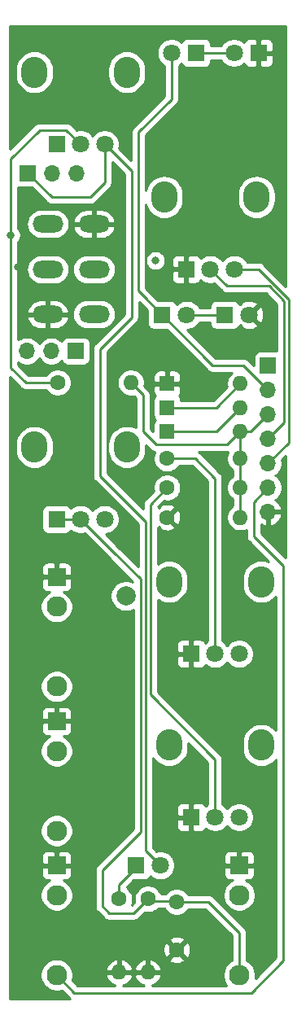
<source format=gbr>
%TF.GenerationSoftware,KiCad,Pcbnew,5.1.9+dfsg1-1~bpo10+1*%
%TF.CreationDate,2022-03-11T22:19:31+08:00*%
%TF.ProjectId,MiniVCF  v1.1 -  Control,4d696e69-5643-4462-9020-76312e31202d,rev?*%
%TF.SameCoordinates,Original*%
%TF.FileFunction,Copper,L1,Top*%
%TF.FilePolarity,Positive*%
%FSLAX46Y46*%
G04 Gerber Fmt 4.6, Leading zero omitted, Abs format (unit mm)*
G04 Created by KiCad (PCBNEW 5.1.9+dfsg1-1~bpo10+1) date 2022-03-11 22:19:31*
%MOMM*%
%LPD*%
G01*
G04 APERTURE LIST*
%TA.AperFunction,ComponentPad*%
%ADD10R,1.800000X1.800000*%
%TD*%
%TA.AperFunction,ComponentPad*%
%ADD11C,1.800000*%
%TD*%
%TA.AperFunction,ComponentPad*%
%ADD12C,2.000000*%
%TD*%
%TA.AperFunction,ComponentPad*%
%ADD13O,2.720000X3.240000*%
%TD*%
%TA.AperFunction,ComponentPad*%
%ADD14C,1.600000*%
%TD*%
%TA.AperFunction,ComponentPad*%
%ADD15O,1.600000X1.600000*%
%TD*%
%TA.AperFunction,ComponentPad*%
%ADD16R,1.600000X1.600000*%
%TD*%
%TA.AperFunction,ComponentPad*%
%ADD17C,2.130000*%
%TD*%
%TA.AperFunction,ComponentPad*%
%ADD18R,1.930000X1.830000*%
%TD*%
%TA.AperFunction,ComponentPad*%
%ADD19R,1.700000X1.700000*%
%TD*%
%TA.AperFunction,ComponentPad*%
%ADD20O,1.700000X1.700000*%
%TD*%
%TA.AperFunction,ComponentPad*%
%ADD21O,3.200000X1.800000*%
%TD*%
%TA.AperFunction,ViaPad*%
%ADD22C,0.800000*%
%TD*%
%TA.AperFunction,Conductor*%
%ADD23C,0.250000*%
%TD*%
%TA.AperFunction,Conductor*%
%ADD24C,0.650000*%
%TD*%
%TA.AperFunction,Conductor*%
%ADD25C,0.254000*%
%TD*%
%TA.AperFunction,Conductor*%
%ADD26C,0.100000*%
%TD*%
G04 APERTURE END LIST*
D10*
%TO.P,D13,1*%
%TO.N,Net-(D12-Pad2)*%
X95000000Y-83750000D03*
D11*
%TO.P,D13,2*%
%TO.N,GND1*%
X97540000Y-83750000D03*
%TD*%
%TO.P,D12,2*%
%TO.N,Net-(D12-Pad2)*%
X91040000Y-83750000D03*
D10*
%TO.P,D12,1*%
%TO.N,A_CLIPPING_LEDS*%
X88500000Y-83750000D03*
%TD*%
D12*
%TO.P,REF\u002A\u002A,1*%
%TO.N,N/C*%
X84709000Y-112980000D03*
%TD*%
D10*
%TO.P,POST_LPF1,1*%
%TO.N,Net-(C14-Pad2)*%
X77500000Y-105000000D03*
D11*
%TO.P,POST_LPF1,3*%
%TO.N,A_AUDIO_OUT*%
X82500000Y-105000000D03*
%TO.P,POST_LPF1,2*%
%TO.N,Net-(C14-Pad2)*%
X80000000Y-105000000D03*
D13*
%TO.P,POST_LPF1,*%
%TO.N,*%
X84800000Y-97500000D03*
X75200000Y-97500000D03*
%TD*%
D14*
%TO.P,C14,2*%
%TO.N,Net-(C14-Pad2)*%
X90000000Y-144800000D03*
%TO.P,C14,1*%
%TO.N,GND1*%
X90000000Y-149800000D03*
%TD*%
D15*
%TO.P,D7,2*%
%TO.N,A_CV_IN*%
X96620000Y-95900000D03*
D16*
%TO.P,D7,1*%
%TO.N,Net-(D7-Pad1)*%
X89000000Y-95900000D03*
%TD*%
%TO.P,D8,1*%
%TO.N,Net-(D8-Pad1)*%
X89000000Y-93400000D03*
D15*
%TO.P,D8,2*%
%TO.N,Net-(D7-Pad1)*%
X96620000Y-93400000D03*
%TD*%
%TO.P,D9,2*%
%TO.N,Net-(D8-Pad1)*%
X96620000Y-90900000D03*
D16*
%TO.P,D9,1*%
%TO.N,GND1*%
X89000000Y-90900000D03*
%TD*%
D15*
%TO.P,R13,2*%
%TO.N,A_CV_IN*%
X85220000Y-90800000D03*
D14*
%TO.P,R13,1*%
%TO.N,Net-(CUTOFF1-Pad2)*%
X77600000Y-90800000D03*
%TD*%
%TO.P,R14,1*%
%TO.N,Net-(CV_AMT1-Pad2)*%
X89000000Y-98700000D03*
D15*
%TO.P,R14,2*%
%TO.N,A_CV_IN*%
X96620000Y-98700000D03*
%TD*%
%TO.P,R15,2*%
%TO.N,A_CV_IN*%
X96620000Y-104800000D03*
D14*
%TO.P,R15,1*%
%TO.N,GND1*%
X89000000Y-104800000D03*
%TD*%
D15*
%TO.P,R20,2*%
%TO.N,GND1*%
X87000000Y-152120000D03*
D14*
%TO.P,R20,1*%
%TO.N,Net-(C14-Pad2)*%
X87000000Y-144500000D03*
%TD*%
D15*
%TO.P,R22,2*%
%TO.N,A_CV_IN*%
X96620000Y-101700000D03*
D14*
%TO.P,R22,1*%
%TO.N,Net-(CV_AMT2-Pad2)*%
X89000000Y-101700000D03*
%TD*%
D15*
%TO.P,R23,2*%
%TO.N,GND1*%
X84000000Y-152120000D03*
D14*
%TO.P,R23,1*%
%TO.N,Net-(D16-Pad1)*%
X84000000Y-144500000D03*
%TD*%
D10*
%TO.P,CUTOFF1,1*%
%TO.N,NEG12V_1*%
X77500000Y-66000000D03*
D11*
%TO.P,CUTOFF1,3*%
%TO.N,POS12V_1*%
X82500000Y-66000000D03*
%TO.P,CUTOFF1,2*%
%TO.N,Net-(CUTOFF1-Pad2)*%
X80000000Y-66000000D03*
D13*
%TO.P,CUTOFF1,*%
%TO.N,*%
X84800000Y-58500000D03*
X75200000Y-58500000D03*
%TD*%
%TO.P,CV_AMT1,*%
%TO.N,*%
X89200000Y-111500000D03*
X98800000Y-111500000D03*
D11*
%TO.P,CV_AMT1,2*%
%TO.N,Net-(CV_AMT1-Pad2)*%
X94000000Y-119000000D03*
%TO.P,CV_AMT1,3*%
%TO.N,Net-(CV_AMT1-Pad3)*%
X96500000Y-119000000D03*
D10*
%TO.P,CV_AMT1,1*%
%TO.N,GND1*%
X91500000Y-119000000D03*
%TD*%
%TO.P,CV_AMT2,1*%
%TO.N,GND1*%
X91500000Y-136000000D03*
D11*
%TO.P,CV_AMT2,3*%
%TO.N,Net-(CV_AMT2-Pad3)*%
X96500000Y-136000000D03*
%TO.P,CV_AMT2,2*%
%TO.N,Net-(CV_AMT2-Pad2)*%
X94000000Y-136000000D03*
D13*
%TO.P,CV_AMT2,*%
%TO.N,*%
X98800000Y-128500000D03*
X89200000Y-128500000D03*
%TD*%
D11*
%TO.P,D14,2*%
%TO.N,A_CLIPPING_LEDS*%
X89460000Y-56500000D03*
D10*
%TO.P,D14,1*%
%TO.N,Net-(D14-Pad1)*%
X92000000Y-56500000D03*
%TD*%
%TO.P,D15,1*%
%TO.N,GND1*%
X98500000Y-56500000D03*
D11*
%TO.P,D15,2*%
%TO.N,Net-(D14-Pad1)*%
X95960000Y-56500000D03*
%TD*%
D10*
%TO.P,D16,1*%
%TO.N,Net-(D16-Pad1)*%
X85750000Y-141000000D03*
D11*
%TO.P,D16,2*%
%TO.N,POS12V_1*%
X88290000Y-141000000D03*
%TD*%
D17*
%TO.P,J3,T*%
%TO.N,A_AUDIO_IN*%
X77500000Y-152400000D03*
%TO.P,J3,TN*%
%TO.N,N/C*%
X77500000Y-144100000D03*
D18*
%TO.P,J3,S*%
%TO.N,GND1*%
X77500000Y-141000000D03*
%TD*%
D17*
%TO.P,J4,T*%
%TO.N,Net-(CV_AMT1-Pad3)*%
X77500000Y-122400000D03*
%TO.P,J4,TN*%
%TO.N,N/C*%
X77500000Y-114100000D03*
D18*
%TO.P,J4,S*%
%TO.N,GND1*%
X77500000Y-111000000D03*
%TD*%
%TO.P,J5,S*%
%TO.N,GND1*%
X96500000Y-141000000D03*
D17*
%TO.P,J5,TN*%
%TO.N,N/C*%
X96500000Y-144100000D03*
%TO.P,J5,T*%
%TO.N,Net-(C14-Pad2)*%
X96500000Y-152400000D03*
%TD*%
D19*
%TO.P,J6,1*%
%TO.N,POS12V_1*%
X74500000Y-69000000D03*
D20*
%TO.P,J6,2*%
%TO.N,GND1*%
X77040000Y-69000000D03*
%TO.P,J6,3*%
%TO.N,NEG12V_1*%
X79580000Y-69000000D03*
%TD*%
D19*
%TO.P,J9,1*%
%TO.N,A_AUDIO_OUT*%
X99500000Y-89000000D03*
D20*
%TO.P,J9,2*%
%TO.N,A_CLIPPING_LEDS*%
X99500000Y-91540000D03*
%TO.P,J9,3*%
%TO.N,A_CV_IN*%
X99500000Y-94080000D03*
%TO.P,J9,4*%
%TO.N,A_6*%
X99500000Y-96620000D03*
%TO.P,J9,5*%
%TO.N,A_5*%
X99500000Y-99160000D03*
%TO.P,J9,6*%
%TO.N,A_AUDIO_IN*%
X99500000Y-101700000D03*
%TO.P,J9,7*%
%TO.N,GND1*%
X99500000Y-104240000D03*
%TD*%
D18*
%TO.P,J10,S*%
%TO.N,GND1*%
X77500000Y-126000000D03*
D17*
%TO.P,J10,TN*%
%TO.N,N/C*%
X77500000Y-129100000D03*
%TO.P,J10,T*%
%TO.N,Net-(CV_AMT2-Pad3)*%
X77500000Y-137400000D03*
%TD*%
D20*
%TO.P,J11,3*%
%TO.N,A_9*%
X74420000Y-87500000D03*
%TO.P,J11,2*%
%TO.N,A_7*%
X76960000Y-87500000D03*
D19*
%TO.P,J11,1*%
%TO.N,A_8*%
X79500000Y-87500000D03*
%TD*%
D13*
%TO.P,RESO2,*%
%TO.N,*%
X88700000Y-71500000D03*
X98300000Y-71500000D03*
D11*
%TO.P,RESO2,2*%
%TO.N,A_6*%
X93500000Y-79000000D03*
%TO.P,RESO2,3*%
%TO.N,A_5*%
X96000000Y-79000000D03*
D10*
%TO.P,RESO2,1*%
%TO.N,GND1*%
X91000000Y-79000000D03*
%TD*%
D21*
%TO.P,LP_BP_SWITCH1,2*%
%TO.N,A_7*%
X81400000Y-79000000D03*
%TO.P,LP_BP_SWITCH1,1*%
%TO.N,A_8*%
X81400000Y-83700000D03*
%TO.P,LP_BP_SWITCH1,3*%
%TO.N,GND1*%
X81400000Y-74300000D03*
%TO.P,LP_BP_SWITCH1,5*%
%TO.N,A_9*%
X76600000Y-79000000D03*
%TO.P,LP_BP_SWITCH1,4*%
%TO.N,GND1*%
X76600000Y-83700000D03*
%TO.P,LP_BP_SWITCH1,6*%
%TO.N,A_8*%
X76600000Y-74300000D03*
%TD*%
D22*
%TO.N,*%
X87800000Y-78100000D03*
%TO.N,Net-(CUTOFF1-Pad2)*%
X72750000Y-75450000D03*
%TO.N,GND1*%
X92000000Y-68500000D03*
X94000000Y-68500000D03*
X93000000Y-71500000D03*
X94000000Y-74000000D03*
X96500000Y-67500000D03*
X97500000Y-65500000D03*
X89500000Y-65500000D03*
X83000000Y-62000000D03*
X81500000Y-61500000D03*
X79000000Y-63500000D03*
X76500000Y-62500000D03*
X82000000Y-58500000D03*
X82000000Y-55500000D03*
X80500000Y-56000000D03*
X77500000Y-55000000D03*
X86500000Y-85500000D03*
X85000000Y-87000000D03*
X87500000Y-87000000D03*
X74000000Y-106000000D03*
X75000000Y-108500000D03*
X74000000Y-110500000D03*
X74000000Y-112500000D03*
X75000000Y-115000000D03*
X73500000Y-121500000D03*
X74500000Y-119000000D03*
X75000000Y-120000000D03*
X79000000Y-117500000D03*
X84000000Y-111000000D03*
X82000000Y-109000000D03*
X81500000Y-112500000D03*
X91000000Y-108500000D03*
X92000000Y-110500000D03*
X90500000Y-115000000D03*
X95500000Y-116000000D03*
X95500000Y-113000000D03*
X97000000Y-116000000D03*
X94000000Y-125500000D03*
X95500000Y-126000000D03*
X95000000Y-128000000D03*
X95500000Y-130500000D03*
X97000000Y-132000000D03*
X99000000Y-133000000D03*
X93500000Y-139000000D03*
X92500000Y-140000000D03*
X92000000Y-142000000D03*
X94000000Y-143000000D03*
X93000000Y-148000000D03*
X94000000Y-149000000D03*
X93500000Y-150500000D03*
X87500000Y-148000000D03*
X86000000Y-149000000D03*
X84500000Y-148500000D03*
X84000000Y-148000000D03*
X81000000Y-146000000D03*
X82000000Y-150000000D03*
X80000000Y-151500000D03*
X73500000Y-146500000D03*
X74000000Y-149500000D03*
X75000000Y-150500000D03*
X74000000Y-152000000D03*
X74500000Y-143500000D03*
X74500000Y-136000000D03*
X76000000Y-135000000D03*
X74500000Y-132000000D03*
X81000000Y-130500000D03*
X90000000Y-131500000D03*
X99000000Y-138500000D03*
X80700000Y-95400000D03*
X78700000Y-96400000D03*
X80400000Y-102200000D03*
X80000000Y-99700000D03*
X76700000Y-93500000D03*
X75300000Y-92300000D03*
X74800000Y-94100000D03*
X75500000Y-101600000D03*
X73500000Y-78800000D03*
X84300000Y-74700000D03*
X79500000Y-72600000D03*
X84000000Y-83000000D03*
X87200000Y-76700000D03*
X90400000Y-75700000D03*
X73400000Y-91500000D03*
%TD*%
D23*
%TO.N,Net-(CUTOFF1-Pad2)*%
X77400000Y-90800000D02*
X77600000Y-90800000D01*
X74300000Y-90800000D02*
X77400000Y-90800000D01*
X80000000Y-66000000D02*
X78500000Y-64500000D01*
X78500000Y-64500000D02*
X75750000Y-64500000D01*
X72750000Y-67500000D02*
X72750000Y-75450000D01*
X75750000Y-64500000D02*
X72750000Y-67500000D01*
X72750000Y-89250000D02*
X74300000Y-90800000D01*
X72750000Y-75450000D02*
X72750000Y-89250000D01*
%TO.N,Net-(D12-Pad2)*%
X95000000Y-83750000D02*
X91040000Y-83750000D01*
%TO.N,Net-(D14-Pad1)*%
X95500000Y-56500000D02*
X92000000Y-56500000D01*
X95960000Y-56500000D02*
X95500000Y-56500000D01*
D24*
%TO.N,POS12V_1*%
X74500000Y-68500000D02*
X74500000Y-69000000D01*
D23*
X86741000Y-139451000D02*
X86741000Y-105241000D01*
X88290000Y-141000000D02*
X86741000Y-139451000D01*
X82000000Y-87277450D02*
X85300000Y-83977450D01*
X86741000Y-105241000D02*
X82000000Y-100500000D01*
X82000000Y-100500000D02*
X82000000Y-87277450D01*
X85300000Y-68800000D02*
X82500000Y-66000000D01*
X85300000Y-83977450D02*
X85300000Y-68800000D01*
X77000000Y-71500000D02*
X74500000Y-69000000D01*
X81000000Y-71500000D02*
X77000000Y-71500000D01*
X82500000Y-66000000D02*
X82500000Y-70000000D01*
X82500000Y-70000000D02*
X81000000Y-71500000D01*
%TO.N,A_5*%
X101649990Y-97010010D02*
X99500000Y-99160000D01*
X96000000Y-79000000D02*
X98500000Y-79000000D01*
X101649990Y-82149990D02*
X101649990Y-97010010D01*
X98500000Y-79000000D02*
X101649990Y-82149990D01*
%TO.N,A_6*%
X101199979Y-82336389D02*
X101199979Y-94920021D01*
X99613590Y-80750000D02*
X101199979Y-82336389D01*
X101199979Y-94920021D02*
X99500000Y-96620000D01*
X93500000Y-79000000D02*
X95250000Y-80750000D01*
X95250000Y-80750000D02*
X99613590Y-80750000D01*
%TO.N,Net-(CV_AMT1-Pad2)*%
X94000000Y-100750000D02*
X94000000Y-119000000D01*
X89000000Y-98700000D02*
X91950000Y-98700000D01*
X91950000Y-98700000D02*
X94000000Y-100750000D01*
%TO.N,Net-(CV_AMT2-Pad2)*%
X94000000Y-130000000D02*
X94000000Y-136000000D01*
X87249000Y-123249000D02*
X94000000Y-130000000D01*
X89000000Y-101700000D02*
X87249000Y-103451000D01*
X87249000Y-103451000D02*
X87249000Y-123249000D01*
%TO.N,Net-(C14-Pad2)*%
X96500000Y-148000000D02*
X96500000Y-152400000D01*
X90000000Y-144800000D02*
X93300000Y-144800000D01*
X93300000Y-144800000D02*
X96500000Y-148000000D01*
X89950000Y-144750000D02*
X90000000Y-144800000D01*
X87000000Y-144500000D02*
X87250000Y-144750000D01*
X87250000Y-144750000D02*
X89950000Y-144750000D01*
X83274999Y-108274999D02*
X80000000Y-105000000D01*
X86233000Y-111233000D02*
X83274999Y-108274999D01*
X85500000Y-146000000D02*
X83000000Y-146000000D01*
X83000000Y-146000000D02*
X82250000Y-145250000D01*
X87000000Y-144500000D02*
X85500000Y-146000000D01*
X86233000Y-137517000D02*
X86233000Y-111233000D01*
X82250000Y-145250000D02*
X82250000Y-141500000D01*
X82250000Y-141500000D02*
X86233000Y-137517000D01*
X80000000Y-105000000D02*
X77500000Y-105000000D01*
%TO.N,A_CV_IN*%
X97680000Y-95900000D02*
X96620000Y-95900000D01*
X99500000Y-94080000D02*
X97680000Y-95900000D01*
X96620000Y-95900000D02*
X96620000Y-104800000D01*
X87850000Y-97250000D02*
X95270000Y-97250000D01*
X86500000Y-95900000D02*
X87850000Y-97250000D01*
X95270000Y-97250000D02*
X96620000Y-95900000D01*
X85220000Y-90800000D02*
X86500000Y-92080000D01*
X86500000Y-92080000D02*
X86500000Y-95900000D01*
%TO.N,A_CLIPPING_LEDS*%
X96960000Y-89000000D02*
X99500000Y-91540000D01*
X86000000Y-64750000D02*
X86000000Y-81250000D01*
X89460000Y-56500000D02*
X89460000Y-61290000D01*
X93750000Y-89000000D02*
X96960000Y-89000000D01*
X86000000Y-81250000D02*
X93750000Y-89000000D01*
X89460000Y-61290000D02*
X86000000Y-64750000D01*
%TO.N,A_AUDIO_IN*%
X79350000Y-154250000D02*
X77500000Y-152400000D01*
X99500000Y-101700000D02*
X98000000Y-103200000D01*
X98000000Y-103200000D02*
X98000000Y-106750000D01*
X98000000Y-106750000D02*
X101100000Y-109850000D01*
X101100000Y-109850000D02*
X101100000Y-150900000D01*
X101100000Y-150900000D02*
X97750000Y-154250000D01*
X97750000Y-154250000D02*
X79350000Y-154250000D01*
%TO.N,Net-(D7-Pad1)*%
X94120000Y-95900000D02*
X96620000Y-93400000D01*
X89000000Y-95900000D02*
X94120000Y-95900000D01*
%TO.N,Net-(D8-Pad1)*%
X94120000Y-93400000D02*
X96620000Y-90900000D01*
X89000000Y-93400000D02*
X94120000Y-93400000D01*
%TO.N,Net-(D16-Pad1)*%
X85750000Y-141000000D02*
X85750000Y-141250000D01*
X84000000Y-143000000D02*
X84000000Y-144500000D01*
X85750000Y-141250000D02*
X84000000Y-143000000D01*
%TD*%
D25*
%TO.N,GND1*%
X84540001Y-69114803D02*
X84540000Y-83662648D01*
X81488998Y-86713651D01*
X81460000Y-86737449D01*
X81436202Y-86766447D01*
X81436201Y-86766448D01*
X81365026Y-86853174D01*
X81294454Y-86985204D01*
X81250998Y-87128465D01*
X81236324Y-87277450D01*
X81240001Y-87314782D01*
X81240000Y-100462678D01*
X81236324Y-100500000D01*
X81240000Y-100537322D01*
X81240000Y-100537332D01*
X81250997Y-100648985D01*
X81270315Y-100712668D01*
X81294454Y-100792246D01*
X81365026Y-100924276D01*
X81404871Y-100972826D01*
X81459999Y-101040001D01*
X81489003Y-101063804D01*
X85981001Y-105555804D01*
X85981001Y-109906199D01*
X83838802Y-107764001D01*
X83838798Y-107763996D01*
X82609802Y-106535000D01*
X82651184Y-106535000D01*
X82947743Y-106476011D01*
X83227095Y-106360299D01*
X83478505Y-106192312D01*
X83692312Y-105978505D01*
X83860299Y-105727095D01*
X83976011Y-105447743D01*
X84035000Y-105151184D01*
X84035000Y-104848816D01*
X83976011Y-104552257D01*
X83860299Y-104272905D01*
X83692312Y-104021495D01*
X83478505Y-103807688D01*
X83227095Y-103639701D01*
X82947743Y-103523989D01*
X82651184Y-103465000D01*
X82348816Y-103465000D01*
X82052257Y-103523989D01*
X81772905Y-103639701D01*
X81521495Y-103807688D01*
X81307688Y-104021495D01*
X81250000Y-104107831D01*
X81192312Y-104021495D01*
X80978505Y-103807688D01*
X80727095Y-103639701D01*
X80447743Y-103523989D01*
X80151184Y-103465000D01*
X79848816Y-103465000D01*
X79552257Y-103523989D01*
X79272905Y-103639701D01*
X79021495Y-103807688D01*
X78983880Y-103845303D01*
X78930537Y-103745506D01*
X78851185Y-103648815D01*
X78754494Y-103569463D01*
X78644180Y-103510498D01*
X78524482Y-103474188D01*
X78400000Y-103461928D01*
X76600000Y-103461928D01*
X76475518Y-103474188D01*
X76355820Y-103510498D01*
X76245506Y-103569463D01*
X76148815Y-103648815D01*
X76069463Y-103745506D01*
X76010498Y-103855820D01*
X75974188Y-103975518D01*
X75961928Y-104100000D01*
X75961928Y-105900000D01*
X75974188Y-106024482D01*
X76010498Y-106144180D01*
X76069463Y-106254494D01*
X76148815Y-106351185D01*
X76245506Y-106430537D01*
X76355820Y-106489502D01*
X76475518Y-106525812D01*
X76600000Y-106538072D01*
X78400000Y-106538072D01*
X78524482Y-106525812D01*
X78644180Y-106489502D01*
X78754494Y-106430537D01*
X78851185Y-106351185D01*
X78930537Y-106254494D01*
X78983880Y-106154697D01*
X79021495Y-106192312D01*
X79272905Y-106360299D01*
X79552257Y-106476011D01*
X79848816Y-106535000D01*
X80151184Y-106535000D01*
X80408930Y-106483731D01*
X82763996Y-108838798D01*
X82764001Y-108838802D01*
X85437059Y-111511861D01*
X85185912Y-111407832D01*
X84870033Y-111345000D01*
X84547967Y-111345000D01*
X84232088Y-111407832D01*
X83934537Y-111531082D01*
X83666748Y-111710013D01*
X83439013Y-111937748D01*
X83260082Y-112205537D01*
X83136832Y-112503088D01*
X83074000Y-112818967D01*
X83074000Y-113141033D01*
X83136832Y-113456912D01*
X83260082Y-113754463D01*
X83439013Y-114022252D01*
X83666748Y-114249987D01*
X83934537Y-114428918D01*
X84232088Y-114552168D01*
X84547967Y-114615000D01*
X84870033Y-114615000D01*
X85185912Y-114552168D01*
X85473001Y-114433252D01*
X85473000Y-137202198D01*
X81738998Y-140936201D01*
X81710000Y-140959999D01*
X81686202Y-140988997D01*
X81686201Y-140988998D01*
X81615026Y-141075724D01*
X81544454Y-141207754D01*
X81500998Y-141351015D01*
X81486324Y-141500000D01*
X81490001Y-141537332D01*
X81490000Y-145212677D01*
X81486324Y-145250000D01*
X81490000Y-145287322D01*
X81490000Y-145287332D01*
X81500997Y-145398985D01*
X81535788Y-145513676D01*
X81544454Y-145542246D01*
X81615026Y-145674276D01*
X81642500Y-145707753D01*
X81709999Y-145790001D01*
X81739002Y-145813803D01*
X82436201Y-146511002D01*
X82459999Y-146540001D01*
X82575724Y-146634974D01*
X82707753Y-146705546D01*
X82851014Y-146749003D01*
X82962667Y-146760000D01*
X82962676Y-146760000D01*
X82999999Y-146763676D01*
X83037322Y-146760000D01*
X85462678Y-146760000D01*
X85500000Y-146763676D01*
X85537322Y-146760000D01*
X85537333Y-146760000D01*
X85648986Y-146749003D01*
X85792247Y-146705546D01*
X85924276Y-146634974D01*
X86040001Y-146540001D01*
X86063804Y-146510997D01*
X86676114Y-145898688D01*
X86858665Y-145935000D01*
X87141335Y-145935000D01*
X87418574Y-145879853D01*
X87679727Y-145771680D01*
X87914759Y-145614637D01*
X88019396Y-145510000D01*
X88748548Y-145510000D01*
X88885363Y-145714759D01*
X89085241Y-145914637D01*
X89320273Y-146071680D01*
X89581426Y-146179853D01*
X89858665Y-146235000D01*
X90141335Y-146235000D01*
X90418574Y-146179853D01*
X90679727Y-146071680D01*
X90914759Y-145914637D01*
X91114637Y-145714759D01*
X91218043Y-145560000D01*
X92985199Y-145560000D01*
X95740000Y-148314803D01*
X95740001Y-150874735D01*
X95694748Y-150893479D01*
X95416313Y-151079523D01*
X95179523Y-151316313D01*
X94993479Y-151594748D01*
X94865330Y-151904128D01*
X94800000Y-152232565D01*
X94800000Y-152567435D01*
X94865330Y-152895872D01*
X94993479Y-153205252D01*
X95179523Y-153483687D01*
X95185836Y-153490000D01*
X87421256Y-153490000D01*
X87483087Y-153471246D01*
X87737420Y-153351037D01*
X87963414Y-153183519D01*
X88152385Y-152975131D01*
X88297070Y-152733881D01*
X88391909Y-152469040D01*
X88270624Y-152247000D01*
X87127000Y-152247000D01*
X87127000Y-152267000D01*
X86873000Y-152267000D01*
X86873000Y-152247000D01*
X85729376Y-152247000D01*
X85608091Y-152469040D01*
X85702930Y-152733881D01*
X85847615Y-152975131D01*
X86036586Y-153183519D01*
X86262580Y-153351037D01*
X86516913Y-153471246D01*
X86578744Y-153490000D01*
X84421256Y-153490000D01*
X84483087Y-153471246D01*
X84737420Y-153351037D01*
X84963414Y-153183519D01*
X85152385Y-152975131D01*
X85297070Y-152733881D01*
X85391909Y-152469040D01*
X85270624Y-152247000D01*
X84127000Y-152247000D01*
X84127000Y-152267000D01*
X83873000Y-152267000D01*
X83873000Y-152247000D01*
X82729376Y-152247000D01*
X82608091Y-152469040D01*
X82702930Y-152733881D01*
X82847615Y-152975131D01*
X83036586Y-153183519D01*
X83262580Y-153351037D01*
X83516913Y-153471246D01*
X83578744Y-153490000D01*
X79664802Y-153490000D01*
X79115926Y-152941124D01*
X79134670Y-152895872D01*
X79200000Y-152567435D01*
X79200000Y-152232565D01*
X79134670Y-151904128D01*
X79079511Y-151770960D01*
X82608091Y-151770960D01*
X82729376Y-151993000D01*
X83873000Y-151993000D01*
X83873000Y-150850085D01*
X84127000Y-150850085D01*
X84127000Y-151993000D01*
X85270624Y-151993000D01*
X85391909Y-151770960D01*
X85608091Y-151770960D01*
X85729376Y-151993000D01*
X86873000Y-151993000D01*
X86873000Y-150850085D01*
X87127000Y-150850085D01*
X87127000Y-151993000D01*
X88270624Y-151993000D01*
X88391909Y-151770960D01*
X88297070Y-151506119D01*
X88152385Y-151264869D01*
X87963414Y-151056481D01*
X87737420Y-150888963D01*
X87533756Y-150792702D01*
X89186903Y-150792702D01*
X89258486Y-151036671D01*
X89513996Y-151157571D01*
X89788184Y-151226300D01*
X90070512Y-151240217D01*
X90350130Y-151198787D01*
X90616292Y-151103603D01*
X90741514Y-151036671D01*
X90813097Y-150792702D01*
X90000000Y-149979605D01*
X89186903Y-150792702D01*
X87533756Y-150792702D01*
X87483087Y-150768754D01*
X87349039Y-150728096D01*
X87127000Y-150850085D01*
X86873000Y-150850085D01*
X86650961Y-150728096D01*
X86516913Y-150768754D01*
X86262580Y-150888963D01*
X86036586Y-151056481D01*
X85847615Y-151264869D01*
X85702930Y-151506119D01*
X85608091Y-151770960D01*
X85391909Y-151770960D01*
X85297070Y-151506119D01*
X85152385Y-151264869D01*
X84963414Y-151056481D01*
X84737420Y-150888963D01*
X84483087Y-150768754D01*
X84349039Y-150728096D01*
X84127000Y-150850085D01*
X83873000Y-150850085D01*
X83650961Y-150728096D01*
X83516913Y-150768754D01*
X83262580Y-150888963D01*
X83036586Y-151056481D01*
X82847615Y-151264869D01*
X82702930Y-151506119D01*
X82608091Y-151770960D01*
X79079511Y-151770960D01*
X79006521Y-151594748D01*
X78820477Y-151316313D01*
X78583687Y-151079523D01*
X78305252Y-150893479D01*
X77995872Y-150765330D01*
X77667435Y-150700000D01*
X77332565Y-150700000D01*
X77004128Y-150765330D01*
X76694748Y-150893479D01*
X76416313Y-151079523D01*
X76179523Y-151316313D01*
X75993479Y-151594748D01*
X75865330Y-151904128D01*
X75800000Y-152232565D01*
X75800000Y-152567435D01*
X75865330Y-152895872D01*
X75993479Y-153205252D01*
X76179523Y-153483687D01*
X76416313Y-153720477D01*
X76694748Y-153906521D01*
X77004128Y-154034670D01*
X77332565Y-154100000D01*
X77667435Y-154100000D01*
X77995872Y-154034670D01*
X78041124Y-154015926D01*
X78786201Y-154761003D01*
X78809999Y-154790001D01*
X78838997Y-154813799D01*
X78870923Y-154840000D01*
X72660000Y-154840000D01*
X72660000Y-149870512D01*
X88559783Y-149870512D01*
X88601213Y-150150130D01*
X88696397Y-150416292D01*
X88763329Y-150541514D01*
X89007298Y-150613097D01*
X89820395Y-149800000D01*
X90179605Y-149800000D01*
X90992702Y-150613097D01*
X91236671Y-150541514D01*
X91357571Y-150286004D01*
X91426300Y-150011816D01*
X91440217Y-149729488D01*
X91398787Y-149449870D01*
X91303603Y-149183708D01*
X91236671Y-149058486D01*
X90992702Y-148986903D01*
X90179605Y-149800000D01*
X89820395Y-149800000D01*
X89007298Y-148986903D01*
X88763329Y-149058486D01*
X88642429Y-149313996D01*
X88573700Y-149588184D01*
X88559783Y-149870512D01*
X72660000Y-149870512D01*
X72660000Y-148807298D01*
X89186903Y-148807298D01*
X90000000Y-149620395D01*
X90813097Y-148807298D01*
X90741514Y-148563329D01*
X90486004Y-148442429D01*
X90211816Y-148373700D01*
X89929488Y-148359783D01*
X89649870Y-148401213D01*
X89383708Y-148496397D01*
X89258486Y-148563329D01*
X89186903Y-148807298D01*
X72660000Y-148807298D01*
X72660000Y-143932565D01*
X75800000Y-143932565D01*
X75800000Y-144267435D01*
X75865330Y-144595872D01*
X75993479Y-144905252D01*
X76179523Y-145183687D01*
X76416313Y-145420477D01*
X76694748Y-145606521D01*
X77004128Y-145734670D01*
X77332565Y-145800000D01*
X77667435Y-145800000D01*
X77995872Y-145734670D01*
X78305252Y-145606521D01*
X78583687Y-145420477D01*
X78820477Y-145183687D01*
X79006521Y-144905252D01*
X79134670Y-144595872D01*
X79200000Y-144267435D01*
X79200000Y-143932565D01*
X79134670Y-143604128D01*
X79006521Y-143294748D01*
X78820477Y-143016313D01*
X78583687Y-142779523D01*
X78305252Y-142593479D01*
X78204860Y-142551895D01*
X78465000Y-142553072D01*
X78589482Y-142540812D01*
X78709180Y-142504502D01*
X78819494Y-142445537D01*
X78916185Y-142366185D01*
X78995537Y-142269494D01*
X79054502Y-142159180D01*
X79090812Y-142039482D01*
X79103072Y-141915000D01*
X79100000Y-141285750D01*
X78941250Y-141127000D01*
X77627000Y-141127000D01*
X77627000Y-141147000D01*
X77373000Y-141147000D01*
X77373000Y-141127000D01*
X76058750Y-141127000D01*
X75900000Y-141285750D01*
X75896928Y-141915000D01*
X75909188Y-142039482D01*
X75945498Y-142159180D01*
X76004463Y-142269494D01*
X76083815Y-142366185D01*
X76180506Y-142445537D01*
X76290820Y-142504502D01*
X76410518Y-142540812D01*
X76535000Y-142553072D01*
X76795140Y-142551895D01*
X76694748Y-142593479D01*
X76416313Y-142779523D01*
X76179523Y-143016313D01*
X75993479Y-143294748D01*
X75865330Y-143604128D01*
X75800000Y-143932565D01*
X72660000Y-143932565D01*
X72660000Y-140085000D01*
X75896928Y-140085000D01*
X75900000Y-140714250D01*
X76058750Y-140873000D01*
X77373000Y-140873000D01*
X77373000Y-139608750D01*
X77627000Y-139608750D01*
X77627000Y-140873000D01*
X78941250Y-140873000D01*
X79100000Y-140714250D01*
X79103072Y-140085000D01*
X79090812Y-139960518D01*
X79054502Y-139840820D01*
X78995537Y-139730506D01*
X78916185Y-139633815D01*
X78819494Y-139554463D01*
X78709180Y-139495498D01*
X78589482Y-139459188D01*
X78465000Y-139446928D01*
X77785750Y-139450000D01*
X77627000Y-139608750D01*
X77373000Y-139608750D01*
X77214250Y-139450000D01*
X76535000Y-139446928D01*
X76410518Y-139459188D01*
X76290820Y-139495498D01*
X76180506Y-139554463D01*
X76083815Y-139633815D01*
X76004463Y-139730506D01*
X75945498Y-139840820D01*
X75909188Y-139960518D01*
X75896928Y-140085000D01*
X72660000Y-140085000D01*
X72660000Y-137232565D01*
X75800000Y-137232565D01*
X75800000Y-137567435D01*
X75865330Y-137895872D01*
X75993479Y-138205252D01*
X76179523Y-138483687D01*
X76416313Y-138720477D01*
X76694748Y-138906521D01*
X77004128Y-139034670D01*
X77332565Y-139100000D01*
X77667435Y-139100000D01*
X77995872Y-139034670D01*
X78305252Y-138906521D01*
X78583687Y-138720477D01*
X78820477Y-138483687D01*
X79006521Y-138205252D01*
X79134670Y-137895872D01*
X79200000Y-137567435D01*
X79200000Y-137232565D01*
X79134670Y-136904128D01*
X79006521Y-136594748D01*
X78820477Y-136316313D01*
X78583687Y-136079523D01*
X78305252Y-135893479D01*
X77995872Y-135765330D01*
X77667435Y-135700000D01*
X77332565Y-135700000D01*
X77004128Y-135765330D01*
X76694748Y-135893479D01*
X76416313Y-136079523D01*
X76179523Y-136316313D01*
X75993479Y-136594748D01*
X75865330Y-136904128D01*
X75800000Y-137232565D01*
X72660000Y-137232565D01*
X72660000Y-128932565D01*
X75800000Y-128932565D01*
X75800000Y-129267435D01*
X75865330Y-129595872D01*
X75993479Y-129905252D01*
X76179523Y-130183687D01*
X76416313Y-130420477D01*
X76694748Y-130606521D01*
X77004128Y-130734670D01*
X77332565Y-130800000D01*
X77667435Y-130800000D01*
X77995872Y-130734670D01*
X78305252Y-130606521D01*
X78583687Y-130420477D01*
X78820477Y-130183687D01*
X79006521Y-129905252D01*
X79134670Y-129595872D01*
X79200000Y-129267435D01*
X79200000Y-128932565D01*
X79134670Y-128604128D01*
X79006521Y-128294748D01*
X78820477Y-128016313D01*
X78583687Y-127779523D01*
X78305252Y-127593479D01*
X78204860Y-127551895D01*
X78465000Y-127553072D01*
X78589482Y-127540812D01*
X78709180Y-127504502D01*
X78819494Y-127445537D01*
X78916185Y-127366185D01*
X78995537Y-127269494D01*
X79054502Y-127159180D01*
X79090812Y-127039482D01*
X79103072Y-126915000D01*
X79100000Y-126285750D01*
X78941250Y-126127000D01*
X77627000Y-126127000D01*
X77627000Y-126147000D01*
X77373000Y-126147000D01*
X77373000Y-126127000D01*
X76058750Y-126127000D01*
X75900000Y-126285750D01*
X75896928Y-126915000D01*
X75909188Y-127039482D01*
X75945498Y-127159180D01*
X76004463Y-127269494D01*
X76083815Y-127366185D01*
X76180506Y-127445537D01*
X76290820Y-127504502D01*
X76410518Y-127540812D01*
X76535000Y-127553072D01*
X76795140Y-127551895D01*
X76694748Y-127593479D01*
X76416313Y-127779523D01*
X76179523Y-128016313D01*
X75993479Y-128294748D01*
X75865330Y-128604128D01*
X75800000Y-128932565D01*
X72660000Y-128932565D01*
X72660000Y-125085000D01*
X75896928Y-125085000D01*
X75900000Y-125714250D01*
X76058750Y-125873000D01*
X77373000Y-125873000D01*
X77373000Y-124608750D01*
X77627000Y-124608750D01*
X77627000Y-125873000D01*
X78941250Y-125873000D01*
X79100000Y-125714250D01*
X79103072Y-125085000D01*
X79090812Y-124960518D01*
X79054502Y-124840820D01*
X78995537Y-124730506D01*
X78916185Y-124633815D01*
X78819494Y-124554463D01*
X78709180Y-124495498D01*
X78589482Y-124459188D01*
X78465000Y-124446928D01*
X77785750Y-124450000D01*
X77627000Y-124608750D01*
X77373000Y-124608750D01*
X77214250Y-124450000D01*
X76535000Y-124446928D01*
X76410518Y-124459188D01*
X76290820Y-124495498D01*
X76180506Y-124554463D01*
X76083815Y-124633815D01*
X76004463Y-124730506D01*
X75945498Y-124840820D01*
X75909188Y-124960518D01*
X75896928Y-125085000D01*
X72660000Y-125085000D01*
X72660000Y-122232565D01*
X75800000Y-122232565D01*
X75800000Y-122567435D01*
X75865330Y-122895872D01*
X75993479Y-123205252D01*
X76179523Y-123483687D01*
X76416313Y-123720477D01*
X76694748Y-123906521D01*
X77004128Y-124034670D01*
X77332565Y-124100000D01*
X77667435Y-124100000D01*
X77995872Y-124034670D01*
X78305252Y-123906521D01*
X78583687Y-123720477D01*
X78820477Y-123483687D01*
X79006521Y-123205252D01*
X79134670Y-122895872D01*
X79200000Y-122567435D01*
X79200000Y-122232565D01*
X79134670Y-121904128D01*
X79006521Y-121594748D01*
X78820477Y-121316313D01*
X78583687Y-121079523D01*
X78305252Y-120893479D01*
X77995872Y-120765330D01*
X77667435Y-120700000D01*
X77332565Y-120700000D01*
X77004128Y-120765330D01*
X76694748Y-120893479D01*
X76416313Y-121079523D01*
X76179523Y-121316313D01*
X75993479Y-121594748D01*
X75865330Y-121904128D01*
X75800000Y-122232565D01*
X72660000Y-122232565D01*
X72660000Y-113932565D01*
X75800000Y-113932565D01*
X75800000Y-114267435D01*
X75865330Y-114595872D01*
X75993479Y-114905252D01*
X76179523Y-115183687D01*
X76416313Y-115420477D01*
X76694748Y-115606521D01*
X77004128Y-115734670D01*
X77332565Y-115800000D01*
X77667435Y-115800000D01*
X77995872Y-115734670D01*
X78305252Y-115606521D01*
X78583687Y-115420477D01*
X78820477Y-115183687D01*
X79006521Y-114905252D01*
X79134670Y-114595872D01*
X79200000Y-114267435D01*
X79200000Y-113932565D01*
X79134670Y-113604128D01*
X79006521Y-113294748D01*
X78820477Y-113016313D01*
X78583687Y-112779523D01*
X78305252Y-112593479D01*
X78204860Y-112551895D01*
X78465000Y-112553072D01*
X78589482Y-112540812D01*
X78709180Y-112504502D01*
X78819494Y-112445537D01*
X78916185Y-112366185D01*
X78995537Y-112269494D01*
X79054502Y-112159180D01*
X79090812Y-112039482D01*
X79103072Y-111915000D01*
X79100000Y-111285750D01*
X78941250Y-111127000D01*
X77627000Y-111127000D01*
X77627000Y-111147000D01*
X77373000Y-111147000D01*
X77373000Y-111127000D01*
X76058750Y-111127000D01*
X75900000Y-111285750D01*
X75896928Y-111915000D01*
X75909188Y-112039482D01*
X75945498Y-112159180D01*
X76004463Y-112269494D01*
X76083815Y-112366185D01*
X76180506Y-112445537D01*
X76290820Y-112504502D01*
X76410518Y-112540812D01*
X76535000Y-112553072D01*
X76795140Y-112551895D01*
X76694748Y-112593479D01*
X76416313Y-112779523D01*
X76179523Y-113016313D01*
X75993479Y-113294748D01*
X75865330Y-113604128D01*
X75800000Y-113932565D01*
X72660000Y-113932565D01*
X72660000Y-110085000D01*
X75896928Y-110085000D01*
X75900000Y-110714250D01*
X76058750Y-110873000D01*
X77373000Y-110873000D01*
X77373000Y-109608750D01*
X77627000Y-109608750D01*
X77627000Y-110873000D01*
X78941250Y-110873000D01*
X79100000Y-110714250D01*
X79103072Y-110085000D01*
X79090812Y-109960518D01*
X79054502Y-109840820D01*
X78995537Y-109730506D01*
X78916185Y-109633815D01*
X78819494Y-109554463D01*
X78709180Y-109495498D01*
X78589482Y-109459188D01*
X78465000Y-109446928D01*
X77785750Y-109450000D01*
X77627000Y-109608750D01*
X77373000Y-109608750D01*
X77214250Y-109450000D01*
X76535000Y-109446928D01*
X76410518Y-109459188D01*
X76290820Y-109495498D01*
X76180506Y-109554463D01*
X76083815Y-109633815D01*
X76004463Y-109730506D01*
X75945498Y-109840820D01*
X75909188Y-109960518D01*
X75896928Y-110085000D01*
X72660000Y-110085000D01*
X72660000Y-97142002D01*
X73205000Y-97142002D01*
X73205000Y-97857997D01*
X73233867Y-98151087D01*
X73347943Y-98527146D01*
X73533193Y-98873725D01*
X73782497Y-99177503D01*
X74086275Y-99426807D01*
X74432853Y-99612057D01*
X74808912Y-99726133D01*
X75200000Y-99764652D01*
X75591087Y-99726133D01*
X75967146Y-99612057D01*
X76313725Y-99426807D01*
X76617503Y-99177503D01*
X76866807Y-98873725D01*
X77052057Y-98527147D01*
X77166133Y-98151088D01*
X77195000Y-97857998D01*
X77195000Y-97142003D01*
X77166133Y-96848913D01*
X77052057Y-96472853D01*
X76866807Y-96126275D01*
X76617503Y-95822497D01*
X76313725Y-95573193D01*
X75967147Y-95387943D01*
X75591088Y-95273867D01*
X75200000Y-95235348D01*
X74808913Y-95273867D01*
X74432854Y-95387943D01*
X74086276Y-95573193D01*
X73782498Y-95822497D01*
X73533193Y-96126275D01*
X73347943Y-96472853D01*
X73233867Y-96848912D01*
X73205000Y-97142002D01*
X72660000Y-97142002D01*
X72660000Y-90234801D01*
X73736200Y-91311002D01*
X73759999Y-91340001D01*
X73788997Y-91363799D01*
X73875723Y-91434974D01*
X74007753Y-91505546D01*
X74151014Y-91549003D01*
X74262667Y-91560000D01*
X74262677Y-91560000D01*
X74299999Y-91563676D01*
X74337322Y-91560000D01*
X76381957Y-91560000D01*
X76485363Y-91714759D01*
X76685241Y-91914637D01*
X76920273Y-92071680D01*
X77181426Y-92179853D01*
X77458665Y-92235000D01*
X77741335Y-92235000D01*
X78018574Y-92179853D01*
X78279727Y-92071680D01*
X78514759Y-91914637D01*
X78714637Y-91714759D01*
X78871680Y-91479727D01*
X78979853Y-91218574D01*
X79035000Y-90941335D01*
X79035000Y-90658665D01*
X78979853Y-90381426D01*
X78871680Y-90120273D01*
X78714637Y-89885241D01*
X78514759Y-89685363D01*
X78279727Y-89528320D01*
X78018574Y-89420147D01*
X77741335Y-89365000D01*
X77458665Y-89365000D01*
X77181426Y-89420147D01*
X76920273Y-89528320D01*
X76685241Y-89685363D01*
X76485363Y-89885241D01*
X76381957Y-90040000D01*
X74614802Y-90040000D01*
X73510000Y-88935199D01*
X73510000Y-88677952D01*
X73716589Y-88815990D01*
X73986842Y-88927932D01*
X74273740Y-88985000D01*
X74566260Y-88985000D01*
X74853158Y-88927932D01*
X75123411Y-88815990D01*
X75366632Y-88653475D01*
X75573475Y-88446632D01*
X75690000Y-88272240D01*
X75806525Y-88446632D01*
X76013368Y-88653475D01*
X76256589Y-88815990D01*
X76526842Y-88927932D01*
X76813740Y-88985000D01*
X77106260Y-88985000D01*
X77393158Y-88927932D01*
X77663411Y-88815990D01*
X77906632Y-88653475D01*
X78038487Y-88521620D01*
X78060498Y-88594180D01*
X78119463Y-88704494D01*
X78198815Y-88801185D01*
X78295506Y-88880537D01*
X78405820Y-88939502D01*
X78525518Y-88975812D01*
X78650000Y-88988072D01*
X80350000Y-88988072D01*
X80474482Y-88975812D01*
X80594180Y-88939502D01*
X80704494Y-88880537D01*
X80801185Y-88801185D01*
X80880537Y-88704494D01*
X80939502Y-88594180D01*
X80975812Y-88474482D01*
X80988072Y-88350000D01*
X80988072Y-86650000D01*
X80975812Y-86525518D01*
X80939502Y-86405820D01*
X80880537Y-86295506D01*
X80801185Y-86198815D01*
X80704494Y-86119463D01*
X80594180Y-86060498D01*
X80474482Y-86024188D01*
X80350000Y-86011928D01*
X78650000Y-86011928D01*
X78525518Y-86024188D01*
X78405820Y-86060498D01*
X78295506Y-86119463D01*
X78198815Y-86198815D01*
X78119463Y-86295506D01*
X78060498Y-86405820D01*
X78038487Y-86478380D01*
X77906632Y-86346525D01*
X77663411Y-86184010D01*
X77393158Y-86072068D01*
X77106260Y-86015000D01*
X76813740Y-86015000D01*
X76526842Y-86072068D01*
X76256589Y-86184010D01*
X76013368Y-86346525D01*
X75806525Y-86553368D01*
X75690000Y-86727760D01*
X75573475Y-86553368D01*
X75366632Y-86346525D01*
X75123411Y-86184010D01*
X74853158Y-86072068D01*
X74566260Y-86015000D01*
X74273740Y-86015000D01*
X73986842Y-86072068D01*
X73716589Y-86184010D01*
X73510000Y-86322048D01*
X73510000Y-84064740D01*
X74408964Y-84064740D01*
X74433245Y-84170087D01*
X74553138Y-84447204D01*
X74724790Y-84695606D01*
X74941604Y-84905748D01*
X75195249Y-85069554D01*
X75475977Y-85180729D01*
X75773000Y-85235000D01*
X76473000Y-85235000D01*
X76473000Y-83827000D01*
X76727000Y-83827000D01*
X76727000Y-85235000D01*
X77427000Y-85235000D01*
X77724023Y-85180729D01*
X78004751Y-85069554D01*
X78258396Y-84905748D01*
X78475210Y-84695606D01*
X78646862Y-84447204D01*
X78766755Y-84170087D01*
X78791036Y-84064740D01*
X78670378Y-83827000D01*
X76727000Y-83827000D01*
X76473000Y-83827000D01*
X74529622Y-83827000D01*
X74408964Y-84064740D01*
X73510000Y-84064740D01*
X73510000Y-83700000D01*
X79157573Y-83700000D01*
X79187210Y-84000913D01*
X79274983Y-84290261D01*
X79417519Y-84556927D01*
X79609339Y-84790661D01*
X79843073Y-84982481D01*
X80109739Y-85125017D01*
X80399087Y-85212790D01*
X80624592Y-85235000D01*
X82175408Y-85235000D01*
X82400913Y-85212790D01*
X82690261Y-85125017D01*
X82956927Y-84982481D01*
X83190661Y-84790661D01*
X83382481Y-84556927D01*
X83525017Y-84290261D01*
X83612790Y-84000913D01*
X83642427Y-83700000D01*
X83612790Y-83399087D01*
X83525017Y-83109739D01*
X83382481Y-82843073D01*
X83190661Y-82609339D01*
X82956927Y-82417519D01*
X82690261Y-82274983D01*
X82400913Y-82187210D01*
X82175408Y-82165000D01*
X80624592Y-82165000D01*
X80399087Y-82187210D01*
X80109739Y-82274983D01*
X79843073Y-82417519D01*
X79609339Y-82609339D01*
X79417519Y-82843073D01*
X79274983Y-83109739D01*
X79187210Y-83399087D01*
X79157573Y-83700000D01*
X73510000Y-83700000D01*
X73510000Y-83335260D01*
X74408964Y-83335260D01*
X74529622Y-83573000D01*
X76473000Y-83573000D01*
X76473000Y-82165000D01*
X76727000Y-82165000D01*
X76727000Y-83573000D01*
X78670378Y-83573000D01*
X78791036Y-83335260D01*
X78766755Y-83229913D01*
X78646862Y-82952796D01*
X78475210Y-82704394D01*
X78258396Y-82494252D01*
X78004751Y-82330446D01*
X77724023Y-82219271D01*
X77427000Y-82165000D01*
X76727000Y-82165000D01*
X76473000Y-82165000D01*
X75773000Y-82165000D01*
X75475977Y-82219271D01*
X75195249Y-82330446D01*
X74941604Y-82494252D01*
X74724790Y-82704394D01*
X74553138Y-82952796D01*
X74433245Y-83229913D01*
X74408964Y-83335260D01*
X73510000Y-83335260D01*
X73510000Y-79000000D01*
X74357573Y-79000000D01*
X74387210Y-79300913D01*
X74474983Y-79590261D01*
X74617519Y-79856927D01*
X74809339Y-80090661D01*
X75043073Y-80282481D01*
X75309739Y-80425017D01*
X75599087Y-80512790D01*
X75824592Y-80535000D01*
X77375408Y-80535000D01*
X77600913Y-80512790D01*
X77890261Y-80425017D01*
X78156927Y-80282481D01*
X78390661Y-80090661D01*
X78582481Y-79856927D01*
X78725017Y-79590261D01*
X78812790Y-79300913D01*
X78842427Y-79000000D01*
X79157573Y-79000000D01*
X79187210Y-79300913D01*
X79274983Y-79590261D01*
X79417519Y-79856927D01*
X79609339Y-80090661D01*
X79843073Y-80282481D01*
X80109739Y-80425017D01*
X80399087Y-80512790D01*
X80624592Y-80535000D01*
X82175408Y-80535000D01*
X82400913Y-80512790D01*
X82690261Y-80425017D01*
X82956927Y-80282481D01*
X83190661Y-80090661D01*
X83382481Y-79856927D01*
X83525017Y-79590261D01*
X83612790Y-79300913D01*
X83642427Y-79000000D01*
X83612790Y-78699087D01*
X83525017Y-78409739D01*
X83382481Y-78143073D01*
X83190661Y-77909339D01*
X82956927Y-77717519D01*
X82690261Y-77574983D01*
X82400913Y-77487210D01*
X82175408Y-77465000D01*
X80624592Y-77465000D01*
X80399087Y-77487210D01*
X80109739Y-77574983D01*
X79843073Y-77717519D01*
X79609339Y-77909339D01*
X79417519Y-78143073D01*
X79274983Y-78409739D01*
X79187210Y-78699087D01*
X79157573Y-79000000D01*
X78842427Y-79000000D01*
X78812790Y-78699087D01*
X78725017Y-78409739D01*
X78582481Y-78143073D01*
X78390661Y-77909339D01*
X78156927Y-77717519D01*
X77890261Y-77574983D01*
X77600913Y-77487210D01*
X77375408Y-77465000D01*
X75824592Y-77465000D01*
X75599087Y-77487210D01*
X75309739Y-77574983D01*
X75043073Y-77717519D01*
X74809339Y-77909339D01*
X74617519Y-78143073D01*
X74474983Y-78409739D01*
X74387210Y-78699087D01*
X74357573Y-79000000D01*
X73510000Y-79000000D01*
X73510000Y-76153711D01*
X73553937Y-76109774D01*
X73667205Y-75940256D01*
X73745226Y-75751898D01*
X73785000Y-75551939D01*
X73785000Y-75348061D01*
X73745226Y-75148102D01*
X73667205Y-74959744D01*
X73553937Y-74790226D01*
X73510000Y-74746289D01*
X73510000Y-74300000D01*
X74357573Y-74300000D01*
X74387210Y-74600913D01*
X74474983Y-74890261D01*
X74617519Y-75156927D01*
X74809339Y-75390661D01*
X75043073Y-75582481D01*
X75309739Y-75725017D01*
X75599087Y-75812790D01*
X75824592Y-75835000D01*
X77375408Y-75835000D01*
X77600913Y-75812790D01*
X77890261Y-75725017D01*
X78156927Y-75582481D01*
X78390661Y-75390661D01*
X78582481Y-75156927D01*
X78725017Y-74890261D01*
X78793428Y-74664740D01*
X79208964Y-74664740D01*
X79233245Y-74770087D01*
X79353138Y-75047204D01*
X79524790Y-75295606D01*
X79741604Y-75505748D01*
X79995249Y-75669554D01*
X80275977Y-75780729D01*
X80573000Y-75835000D01*
X81273000Y-75835000D01*
X81273000Y-74427000D01*
X81527000Y-74427000D01*
X81527000Y-75835000D01*
X82227000Y-75835000D01*
X82524023Y-75780729D01*
X82804751Y-75669554D01*
X83058396Y-75505748D01*
X83275210Y-75295606D01*
X83446862Y-75047204D01*
X83566755Y-74770087D01*
X83591036Y-74664740D01*
X83470378Y-74427000D01*
X81527000Y-74427000D01*
X81273000Y-74427000D01*
X79329622Y-74427000D01*
X79208964Y-74664740D01*
X78793428Y-74664740D01*
X78812790Y-74600913D01*
X78842427Y-74300000D01*
X78812790Y-73999087D01*
X78793429Y-73935260D01*
X79208964Y-73935260D01*
X79329622Y-74173000D01*
X81273000Y-74173000D01*
X81273000Y-72765000D01*
X81527000Y-72765000D01*
X81527000Y-74173000D01*
X83470378Y-74173000D01*
X83591036Y-73935260D01*
X83566755Y-73829913D01*
X83446862Y-73552796D01*
X83275210Y-73304394D01*
X83058396Y-73094252D01*
X82804751Y-72930446D01*
X82524023Y-72819271D01*
X82227000Y-72765000D01*
X81527000Y-72765000D01*
X81273000Y-72765000D01*
X80573000Y-72765000D01*
X80275977Y-72819271D01*
X79995249Y-72930446D01*
X79741604Y-73094252D01*
X79524790Y-73304394D01*
X79353138Y-73552796D01*
X79233245Y-73829913D01*
X79208964Y-73935260D01*
X78793429Y-73935260D01*
X78725017Y-73709739D01*
X78582481Y-73443073D01*
X78390661Y-73209339D01*
X78156927Y-73017519D01*
X77890261Y-72874983D01*
X77600913Y-72787210D01*
X77375408Y-72765000D01*
X75824592Y-72765000D01*
X75599087Y-72787210D01*
X75309739Y-72874983D01*
X75043073Y-73017519D01*
X74809339Y-73209339D01*
X74617519Y-73443073D01*
X74474983Y-73709739D01*
X74387210Y-73999087D01*
X74357573Y-74300000D01*
X73510000Y-74300000D01*
X73510000Y-70471105D01*
X73525518Y-70475812D01*
X73650000Y-70488072D01*
X74913271Y-70488072D01*
X76436201Y-72011003D01*
X76459999Y-72040001D01*
X76488997Y-72063799D01*
X76575723Y-72134974D01*
X76707753Y-72205546D01*
X76851014Y-72249003D01*
X76962667Y-72260000D01*
X76962677Y-72260000D01*
X77000000Y-72263676D01*
X77037323Y-72260000D01*
X80962678Y-72260000D01*
X81000000Y-72263676D01*
X81037322Y-72260000D01*
X81037333Y-72260000D01*
X81148986Y-72249003D01*
X81292247Y-72205546D01*
X81424276Y-72134974D01*
X81540001Y-72040001D01*
X81563804Y-72010997D01*
X83011003Y-70563799D01*
X83040001Y-70540001D01*
X83134974Y-70424276D01*
X83205546Y-70292247D01*
X83249003Y-70148986D01*
X83260000Y-70037333D01*
X83260000Y-70037324D01*
X83263676Y-70000001D01*
X83260000Y-69962678D01*
X83260000Y-67834801D01*
X84540001Y-69114803D01*
%TA.AperFunction,Conductor*%
D26*
G36*
X84540001Y-69114803D02*
G01*
X84540000Y-83662648D01*
X81488998Y-86713651D01*
X81460000Y-86737449D01*
X81436202Y-86766447D01*
X81436201Y-86766448D01*
X81365026Y-86853174D01*
X81294454Y-86985204D01*
X81250998Y-87128465D01*
X81236324Y-87277450D01*
X81240001Y-87314782D01*
X81240000Y-100462678D01*
X81236324Y-100500000D01*
X81240000Y-100537322D01*
X81240000Y-100537332D01*
X81250997Y-100648985D01*
X81270315Y-100712668D01*
X81294454Y-100792246D01*
X81365026Y-100924276D01*
X81404871Y-100972826D01*
X81459999Y-101040001D01*
X81489003Y-101063804D01*
X85981001Y-105555804D01*
X85981001Y-109906199D01*
X83838802Y-107764001D01*
X83838798Y-107763996D01*
X82609802Y-106535000D01*
X82651184Y-106535000D01*
X82947743Y-106476011D01*
X83227095Y-106360299D01*
X83478505Y-106192312D01*
X83692312Y-105978505D01*
X83860299Y-105727095D01*
X83976011Y-105447743D01*
X84035000Y-105151184D01*
X84035000Y-104848816D01*
X83976011Y-104552257D01*
X83860299Y-104272905D01*
X83692312Y-104021495D01*
X83478505Y-103807688D01*
X83227095Y-103639701D01*
X82947743Y-103523989D01*
X82651184Y-103465000D01*
X82348816Y-103465000D01*
X82052257Y-103523989D01*
X81772905Y-103639701D01*
X81521495Y-103807688D01*
X81307688Y-104021495D01*
X81250000Y-104107831D01*
X81192312Y-104021495D01*
X80978505Y-103807688D01*
X80727095Y-103639701D01*
X80447743Y-103523989D01*
X80151184Y-103465000D01*
X79848816Y-103465000D01*
X79552257Y-103523989D01*
X79272905Y-103639701D01*
X79021495Y-103807688D01*
X78983880Y-103845303D01*
X78930537Y-103745506D01*
X78851185Y-103648815D01*
X78754494Y-103569463D01*
X78644180Y-103510498D01*
X78524482Y-103474188D01*
X78400000Y-103461928D01*
X76600000Y-103461928D01*
X76475518Y-103474188D01*
X76355820Y-103510498D01*
X76245506Y-103569463D01*
X76148815Y-103648815D01*
X76069463Y-103745506D01*
X76010498Y-103855820D01*
X75974188Y-103975518D01*
X75961928Y-104100000D01*
X75961928Y-105900000D01*
X75974188Y-106024482D01*
X76010498Y-106144180D01*
X76069463Y-106254494D01*
X76148815Y-106351185D01*
X76245506Y-106430537D01*
X76355820Y-106489502D01*
X76475518Y-106525812D01*
X76600000Y-106538072D01*
X78400000Y-106538072D01*
X78524482Y-106525812D01*
X78644180Y-106489502D01*
X78754494Y-106430537D01*
X78851185Y-106351185D01*
X78930537Y-106254494D01*
X78983880Y-106154697D01*
X79021495Y-106192312D01*
X79272905Y-106360299D01*
X79552257Y-106476011D01*
X79848816Y-106535000D01*
X80151184Y-106535000D01*
X80408930Y-106483731D01*
X82763996Y-108838798D01*
X82764001Y-108838802D01*
X85437059Y-111511861D01*
X85185912Y-111407832D01*
X84870033Y-111345000D01*
X84547967Y-111345000D01*
X84232088Y-111407832D01*
X83934537Y-111531082D01*
X83666748Y-111710013D01*
X83439013Y-111937748D01*
X83260082Y-112205537D01*
X83136832Y-112503088D01*
X83074000Y-112818967D01*
X83074000Y-113141033D01*
X83136832Y-113456912D01*
X83260082Y-113754463D01*
X83439013Y-114022252D01*
X83666748Y-114249987D01*
X83934537Y-114428918D01*
X84232088Y-114552168D01*
X84547967Y-114615000D01*
X84870033Y-114615000D01*
X85185912Y-114552168D01*
X85473001Y-114433252D01*
X85473000Y-137202198D01*
X81738998Y-140936201D01*
X81710000Y-140959999D01*
X81686202Y-140988997D01*
X81686201Y-140988998D01*
X81615026Y-141075724D01*
X81544454Y-141207754D01*
X81500998Y-141351015D01*
X81486324Y-141500000D01*
X81490001Y-141537332D01*
X81490000Y-145212677D01*
X81486324Y-145250000D01*
X81490000Y-145287322D01*
X81490000Y-145287332D01*
X81500997Y-145398985D01*
X81535788Y-145513676D01*
X81544454Y-145542246D01*
X81615026Y-145674276D01*
X81642500Y-145707753D01*
X81709999Y-145790001D01*
X81739002Y-145813803D01*
X82436201Y-146511002D01*
X82459999Y-146540001D01*
X82575724Y-146634974D01*
X82707753Y-146705546D01*
X82851014Y-146749003D01*
X82962667Y-146760000D01*
X82962676Y-146760000D01*
X82999999Y-146763676D01*
X83037322Y-146760000D01*
X85462678Y-146760000D01*
X85500000Y-146763676D01*
X85537322Y-146760000D01*
X85537333Y-146760000D01*
X85648986Y-146749003D01*
X85792247Y-146705546D01*
X85924276Y-146634974D01*
X86040001Y-146540001D01*
X86063804Y-146510997D01*
X86676114Y-145898688D01*
X86858665Y-145935000D01*
X87141335Y-145935000D01*
X87418574Y-145879853D01*
X87679727Y-145771680D01*
X87914759Y-145614637D01*
X88019396Y-145510000D01*
X88748548Y-145510000D01*
X88885363Y-145714759D01*
X89085241Y-145914637D01*
X89320273Y-146071680D01*
X89581426Y-146179853D01*
X89858665Y-146235000D01*
X90141335Y-146235000D01*
X90418574Y-146179853D01*
X90679727Y-146071680D01*
X90914759Y-145914637D01*
X91114637Y-145714759D01*
X91218043Y-145560000D01*
X92985199Y-145560000D01*
X95740000Y-148314803D01*
X95740001Y-150874735D01*
X95694748Y-150893479D01*
X95416313Y-151079523D01*
X95179523Y-151316313D01*
X94993479Y-151594748D01*
X94865330Y-151904128D01*
X94800000Y-152232565D01*
X94800000Y-152567435D01*
X94865330Y-152895872D01*
X94993479Y-153205252D01*
X95179523Y-153483687D01*
X95185836Y-153490000D01*
X87421256Y-153490000D01*
X87483087Y-153471246D01*
X87737420Y-153351037D01*
X87963414Y-153183519D01*
X88152385Y-152975131D01*
X88297070Y-152733881D01*
X88391909Y-152469040D01*
X88270624Y-152247000D01*
X87127000Y-152247000D01*
X87127000Y-152267000D01*
X86873000Y-152267000D01*
X86873000Y-152247000D01*
X85729376Y-152247000D01*
X85608091Y-152469040D01*
X85702930Y-152733881D01*
X85847615Y-152975131D01*
X86036586Y-153183519D01*
X86262580Y-153351037D01*
X86516913Y-153471246D01*
X86578744Y-153490000D01*
X84421256Y-153490000D01*
X84483087Y-153471246D01*
X84737420Y-153351037D01*
X84963414Y-153183519D01*
X85152385Y-152975131D01*
X85297070Y-152733881D01*
X85391909Y-152469040D01*
X85270624Y-152247000D01*
X84127000Y-152247000D01*
X84127000Y-152267000D01*
X83873000Y-152267000D01*
X83873000Y-152247000D01*
X82729376Y-152247000D01*
X82608091Y-152469040D01*
X82702930Y-152733881D01*
X82847615Y-152975131D01*
X83036586Y-153183519D01*
X83262580Y-153351037D01*
X83516913Y-153471246D01*
X83578744Y-153490000D01*
X79664802Y-153490000D01*
X79115926Y-152941124D01*
X79134670Y-152895872D01*
X79200000Y-152567435D01*
X79200000Y-152232565D01*
X79134670Y-151904128D01*
X79079511Y-151770960D01*
X82608091Y-151770960D01*
X82729376Y-151993000D01*
X83873000Y-151993000D01*
X83873000Y-150850085D01*
X84127000Y-150850085D01*
X84127000Y-151993000D01*
X85270624Y-151993000D01*
X85391909Y-151770960D01*
X85608091Y-151770960D01*
X85729376Y-151993000D01*
X86873000Y-151993000D01*
X86873000Y-150850085D01*
X87127000Y-150850085D01*
X87127000Y-151993000D01*
X88270624Y-151993000D01*
X88391909Y-151770960D01*
X88297070Y-151506119D01*
X88152385Y-151264869D01*
X87963414Y-151056481D01*
X87737420Y-150888963D01*
X87533756Y-150792702D01*
X89186903Y-150792702D01*
X89258486Y-151036671D01*
X89513996Y-151157571D01*
X89788184Y-151226300D01*
X90070512Y-151240217D01*
X90350130Y-151198787D01*
X90616292Y-151103603D01*
X90741514Y-151036671D01*
X90813097Y-150792702D01*
X90000000Y-149979605D01*
X89186903Y-150792702D01*
X87533756Y-150792702D01*
X87483087Y-150768754D01*
X87349039Y-150728096D01*
X87127000Y-150850085D01*
X86873000Y-150850085D01*
X86650961Y-150728096D01*
X86516913Y-150768754D01*
X86262580Y-150888963D01*
X86036586Y-151056481D01*
X85847615Y-151264869D01*
X85702930Y-151506119D01*
X85608091Y-151770960D01*
X85391909Y-151770960D01*
X85297070Y-151506119D01*
X85152385Y-151264869D01*
X84963414Y-151056481D01*
X84737420Y-150888963D01*
X84483087Y-150768754D01*
X84349039Y-150728096D01*
X84127000Y-150850085D01*
X83873000Y-150850085D01*
X83650961Y-150728096D01*
X83516913Y-150768754D01*
X83262580Y-150888963D01*
X83036586Y-151056481D01*
X82847615Y-151264869D01*
X82702930Y-151506119D01*
X82608091Y-151770960D01*
X79079511Y-151770960D01*
X79006521Y-151594748D01*
X78820477Y-151316313D01*
X78583687Y-151079523D01*
X78305252Y-150893479D01*
X77995872Y-150765330D01*
X77667435Y-150700000D01*
X77332565Y-150700000D01*
X77004128Y-150765330D01*
X76694748Y-150893479D01*
X76416313Y-151079523D01*
X76179523Y-151316313D01*
X75993479Y-151594748D01*
X75865330Y-151904128D01*
X75800000Y-152232565D01*
X75800000Y-152567435D01*
X75865330Y-152895872D01*
X75993479Y-153205252D01*
X76179523Y-153483687D01*
X76416313Y-153720477D01*
X76694748Y-153906521D01*
X77004128Y-154034670D01*
X77332565Y-154100000D01*
X77667435Y-154100000D01*
X77995872Y-154034670D01*
X78041124Y-154015926D01*
X78786201Y-154761003D01*
X78809999Y-154790001D01*
X78838997Y-154813799D01*
X78870923Y-154840000D01*
X72660000Y-154840000D01*
X72660000Y-149870512D01*
X88559783Y-149870512D01*
X88601213Y-150150130D01*
X88696397Y-150416292D01*
X88763329Y-150541514D01*
X89007298Y-150613097D01*
X89820395Y-149800000D01*
X90179605Y-149800000D01*
X90992702Y-150613097D01*
X91236671Y-150541514D01*
X91357571Y-150286004D01*
X91426300Y-150011816D01*
X91440217Y-149729488D01*
X91398787Y-149449870D01*
X91303603Y-149183708D01*
X91236671Y-149058486D01*
X90992702Y-148986903D01*
X90179605Y-149800000D01*
X89820395Y-149800000D01*
X89007298Y-148986903D01*
X88763329Y-149058486D01*
X88642429Y-149313996D01*
X88573700Y-149588184D01*
X88559783Y-149870512D01*
X72660000Y-149870512D01*
X72660000Y-148807298D01*
X89186903Y-148807298D01*
X90000000Y-149620395D01*
X90813097Y-148807298D01*
X90741514Y-148563329D01*
X90486004Y-148442429D01*
X90211816Y-148373700D01*
X89929488Y-148359783D01*
X89649870Y-148401213D01*
X89383708Y-148496397D01*
X89258486Y-148563329D01*
X89186903Y-148807298D01*
X72660000Y-148807298D01*
X72660000Y-143932565D01*
X75800000Y-143932565D01*
X75800000Y-144267435D01*
X75865330Y-144595872D01*
X75993479Y-144905252D01*
X76179523Y-145183687D01*
X76416313Y-145420477D01*
X76694748Y-145606521D01*
X77004128Y-145734670D01*
X77332565Y-145800000D01*
X77667435Y-145800000D01*
X77995872Y-145734670D01*
X78305252Y-145606521D01*
X78583687Y-145420477D01*
X78820477Y-145183687D01*
X79006521Y-144905252D01*
X79134670Y-144595872D01*
X79200000Y-144267435D01*
X79200000Y-143932565D01*
X79134670Y-143604128D01*
X79006521Y-143294748D01*
X78820477Y-143016313D01*
X78583687Y-142779523D01*
X78305252Y-142593479D01*
X78204860Y-142551895D01*
X78465000Y-142553072D01*
X78589482Y-142540812D01*
X78709180Y-142504502D01*
X78819494Y-142445537D01*
X78916185Y-142366185D01*
X78995537Y-142269494D01*
X79054502Y-142159180D01*
X79090812Y-142039482D01*
X79103072Y-141915000D01*
X79100000Y-141285750D01*
X78941250Y-141127000D01*
X77627000Y-141127000D01*
X77627000Y-141147000D01*
X77373000Y-141147000D01*
X77373000Y-141127000D01*
X76058750Y-141127000D01*
X75900000Y-141285750D01*
X75896928Y-141915000D01*
X75909188Y-142039482D01*
X75945498Y-142159180D01*
X76004463Y-142269494D01*
X76083815Y-142366185D01*
X76180506Y-142445537D01*
X76290820Y-142504502D01*
X76410518Y-142540812D01*
X76535000Y-142553072D01*
X76795140Y-142551895D01*
X76694748Y-142593479D01*
X76416313Y-142779523D01*
X76179523Y-143016313D01*
X75993479Y-143294748D01*
X75865330Y-143604128D01*
X75800000Y-143932565D01*
X72660000Y-143932565D01*
X72660000Y-140085000D01*
X75896928Y-140085000D01*
X75900000Y-140714250D01*
X76058750Y-140873000D01*
X77373000Y-140873000D01*
X77373000Y-139608750D01*
X77627000Y-139608750D01*
X77627000Y-140873000D01*
X78941250Y-140873000D01*
X79100000Y-140714250D01*
X79103072Y-140085000D01*
X79090812Y-139960518D01*
X79054502Y-139840820D01*
X78995537Y-139730506D01*
X78916185Y-139633815D01*
X78819494Y-139554463D01*
X78709180Y-139495498D01*
X78589482Y-139459188D01*
X78465000Y-139446928D01*
X77785750Y-139450000D01*
X77627000Y-139608750D01*
X77373000Y-139608750D01*
X77214250Y-139450000D01*
X76535000Y-139446928D01*
X76410518Y-139459188D01*
X76290820Y-139495498D01*
X76180506Y-139554463D01*
X76083815Y-139633815D01*
X76004463Y-139730506D01*
X75945498Y-139840820D01*
X75909188Y-139960518D01*
X75896928Y-140085000D01*
X72660000Y-140085000D01*
X72660000Y-137232565D01*
X75800000Y-137232565D01*
X75800000Y-137567435D01*
X75865330Y-137895872D01*
X75993479Y-138205252D01*
X76179523Y-138483687D01*
X76416313Y-138720477D01*
X76694748Y-138906521D01*
X77004128Y-139034670D01*
X77332565Y-139100000D01*
X77667435Y-139100000D01*
X77995872Y-139034670D01*
X78305252Y-138906521D01*
X78583687Y-138720477D01*
X78820477Y-138483687D01*
X79006521Y-138205252D01*
X79134670Y-137895872D01*
X79200000Y-137567435D01*
X79200000Y-137232565D01*
X79134670Y-136904128D01*
X79006521Y-136594748D01*
X78820477Y-136316313D01*
X78583687Y-136079523D01*
X78305252Y-135893479D01*
X77995872Y-135765330D01*
X77667435Y-135700000D01*
X77332565Y-135700000D01*
X77004128Y-135765330D01*
X76694748Y-135893479D01*
X76416313Y-136079523D01*
X76179523Y-136316313D01*
X75993479Y-136594748D01*
X75865330Y-136904128D01*
X75800000Y-137232565D01*
X72660000Y-137232565D01*
X72660000Y-128932565D01*
X75800000Y-128932565D01*
X75800000Y-129267435D01*
X75865330Y-129595872D01*
X75993479Y-129905252D01*
X76179523Y-130183687D01*
X76416313Y-130420477D01*
X76694748Y-130606521D01*
X77004128Y-130734670D01*
X77332565Y-130800000D01*
X77667435Y-130800000D01*
X77995872Y-130734670D01*
X78305252Y-130606521D01*
X78583687Y-130420477D01*
X78820477Y-130183687D01*
X79006521Y-129905252D01*
X79134670Y-129595872D01*
X79200000Y-129267435D01*
X79200000Y-128932565D01*
X79134670Y-128604128D01*
X79006521Y-128294748D01*
X78820477Y-128016313D01*
X78583687Y-127779523D01*
X78305252Y-127593479D01*
X78204860Y-127551895D01*
X78465000Y-127553072D01*
X78589482Y-127540812D01*
X78709180Y-127504502D01*
X78819494Y-127445537D01*
X78916185Y-127366185D01*
X78995537Y-127269494D01*
X79054502Y-127159180D01*
X79090812Y-127039482D01*
X79103072Y-126915000D01*
X79100000Y-126285750D01*
X78941250Y-126127000D01*
X77627000Y-126127000D01*
X77627000Y-126147000D01*
X77373000Y-126147000D01*
X77373000Y-126127000D01*
X76058750Y-126127000D01*
X75900000Y-126285750D01*
X75896928Y-126915000D01*
X75909188Y-127039482D01*
X75945498Y-127159180D01*
X76004463Y-127269494D01*
X76083815Y-127366185D01*
X76180506Y-127445537D01*
X76290820Y-127504502D01*
X76410518Y-127540812D01*
X76535000Y-127553072D01*
X76795140Y-127551895D01*
X76694748Y-127593479D01*
X76416313Y-127779523D01*
X76179523Y-128016313D01*
X75993479Y-128294748D01*
X75865330Y-128604128D01*
X75800000Y-128932565D01*
X72660000Y-128932565D01*
X72660000Y-125085000D01*
X75896928Y-125085000D01*
X75900000Y-125714250D01*
X76058750Y-125873000D01*
X77373000Y-125873000D01*
X77373000Y-124608750D01*
X77627000Y-124608750D01*
X77627000Y-125873000D01*
X78941250Y-125873000D01*
X79100000Y-125714250D01*
X79103072Y-125085000D01*
X79090812Y-124960518D01*
X79054502Y-124840820D01*
X78995537Y-124730506D01*
X78916185Y-124633815D01*
X78819494Y-124554463D01*
X78709180Y-124495498D01*
X78589482Y-124459188D01*
X78465000Y-124446928D01*
X77785750Y-124450000D01*
X77627000Y-124608750D01*
X77373000Y-124608750D01*
X77214250Y-124450000D01*
X76535000Y-124446928D01*
X76410518Y-124459188D01*
X76290820Y-124495498D01*
X76180506Y-124554463D01*
X76083815Y-124633815D01*
X76004463Y-124730506D01*
X75945498Y-124840820D01*
X75909188Y-124960518D01*
X75896928Y-125085000D01*
X72660000Y-125085000D01*
X72660000Y-122232565D01*
X75800000Y-122232565D01*
X75800000Y-122567435D01*
X75865330Y-122895872D01*
X75993479Y-123205252D01*
X76179523Y-123483687D01*
X76416313Y-123720477D01*
X76694748Y-123906521D01*
X77004128Y-124034670D01*
X77332565Y-124100000D01*
X77667435Y-124100000D01*
X77995872Y-124034670D01*
X78305252Y-123906521D01*
X78583687Y-123720477D01*
X78820477Y-123483687D01*
X79006521Y-123205252D01*
X79134670Y-122895872D01*
X79200000Y-122567435D01*
X79200000Y-122232565D01*
X79134670Y-121904128D01*
X79006521Y-121594748D01*
X78820477Y-121316313D01*
X78583687Y-121079523D01*
X78305252Y-120893479D01*
X77995872Y-120765330D01*
X77667435Y-120700000D01*
X77332565Y-120700000D01*
X77004128Y-120765330D01*
X76694748Y-120893479D01*
X76416313Y-121079523D01*
X76179523Y-121316313D01*
X75993479Y-121594748D01*
X75865330Y-121904128D01*
X75800000Y-122232565D01*
X72660000Y-122232565D01*
X72660000Y-113932565D01*
X75800000Y-113932565D01*
X75800000Y-114267435D01*
X75865330Y-114595872D01*
X75993479Y-114905252D01*
X76179523Y-115183687D01*
X76416313Y-115420477D01*
X76694748Y-115606521D01*
X77004128Y-115734670D01*
X77332565Y-115800000D01*
X77667435Y-115800000D01*
X77995872Y-115734670D01*
X78305252Y-115606521D01*
X78583687Y-115420477D01*
X78820477Y-115183687D01*
X79006521Y-114905252D01*
X79134670Y-114595872D01*
X79200000Y-114267435D01*
X79200000Y-113932565D01*
X79134670Y-113604128D01*
X79006521Y-113294748D01*
X78820477Y-113016313D01*
X78583687Y-112779523D01*
X78305252Y-112593479D01*
X78204860Y-112551895D01*
X78465000Y-112553072D01*
X78589482Y-112540812D01*
X78709180Y-112504502D01*
X78819494Y-112445537D01*
X78916185Y-112366185D01*
X78995537Y-112269494D01*
X79054502Y-112159180D01*
X79090812Y-112039482D01*
X79103072Y-111915000D01*
X79100000Y-111285750D01*
X78941250Y-111127000D01*
X77627000Y-111127000D01*
X77627000Y-111147000D01*
X77373000Y-111147000D01*
X77373000Y-111127000D01*
X76058750Y-111127000D01*
X75900000Y-111285750D01*
X75896928Y-111915000D01*
X75909188Y-112039482D01*
X75945498Y-112159180D01*
X76004463Y-112269494D01*
X76083815Y-112366185D01*
X76180506Y-112445537D01*
X76290820Y-112504502D01*
X76410518Y-112540812D01*
X76535000Y-112553072D01*
X76795140Y-112551895D01*
X76694748Y-112593479D01*
X76416313Y-112779523D01*
X76179523Y-113016313D01*
X75993479Y-113294748D01*
X75865330Y-113604128D01*
X75800000Y-113932565D01*
X72660000Y-113932565D01*
X72660000Y-110085000D01*
X75896928Y-110085000D01*
X75900000Y-110714250D01*
X76058750Y-110873000D01*
X77373000Y-110873000D01*
X77373000Y-109608750D01*
X77627000Y-109608750D01*
X77627000Y-110873000D01*
X78941250Y-110873000D01*
X79100000Y-110714250D01*
X79103072Y-110085000D01*
X79090812Y-109960518D01*
X79054502Y-109840820D01*
X78995537Y-109730506D01*
X78916185Y-109633815D01*
X78819494Y-109554463D01*
X78709180Y-109495498D01*
X78589482Y-109459188D01*
X78465000Y-109446928D01*
X77785750Y-109450000D01*
X77627000Y-109608750D01*
X77373000Y-109608750D01*
X77214250Y-109450000D01*
X76535000Y-109446928D01*
X76410518Y-109459188D01*
X76290820Y-109495498D01*
X76180506Y-109554463D01*
X76083815Y-109633815D01*
X76004463Y-109730506D01*
X75945498Y-109840820D01*
X75909188Y-109960518D01*
X75896928Y-110085000D01*
X72660000Y-110085000D01*
X72660000Y-97142002D01*
X73205000Y-97142002D01*
X73205000Y-97857997D01*
X73233867Y-98151087D01*
X73347943Y-98527146D01*
X73533193Y-98873725D01*
X73782497Y-99177503D01*
X74086275Y-99426807D01*
X74432853Y-99612057D01*
X74808912Y-99726133D01*
X75200000Y-99764652D01*
X75591087Y-99726133D01*
X75967146Y-99612057D01*
X76313725Y-99426807D01*
X76617503Y-99177503D01*
X76866807Y-98873725D01*
X77052057Y-98527147D01*
X77166133Y-98151088D01*
X77195000Y-97857998D01*
X77195000Y-97142003D01*
X77166133Y-96848913D01*
X77052057Y-96472853D01*
X76866807Y-96126275D01*
X76617503Y-95822497D01*
X76313725Y-95573193D01*
X75967147Y-95387943D01*
X75591088Y-95273867D01*
X75200000Y-95235348D01*
X74808913Y-95273867D01*
X74432854Y-95387943D01*
X74086276Y-95573193D01*
X73782498Y-95822497D01*
X73533193Y-96126275D01*
X73347943Y-96472853D01*
X73233867Y-96848912D01*
X73205000Y-97142002D01*
X72660000Y-97142002D01*
X72660000Y-90234801D01*
X73736200Y-91311002D01*
X73759999Y-91340001D01*
X73788997Y-91363799D01*
X73875723Y-91434974D01*
X74007753Y-91505546D01*
X74151014Y-91549003D01*
X74262667Y-91560000D01*
X74262677Y-91560000D01*
X74299999Y-91563676D01*
X74337322Y-91560000D01*
X76381957Y-91560000D01*
X76485363Y-91714759D01*
X76685241Y-91914637D01*
X76920273Y-92071680D01*
X77181426Y-92179853D01*
X77458665Y-92235000D01*
X77741335Y-92235000D01*
X78018574Y-92179853D01*
X78279727Y-92071680D01*
X78514759Y-91914637D01*
X78714637Y-91714759D01*
X78871680Y-91479727D01*
X78979853Y-91218574D01*
X79035000Y-90941335D01*
X79035000Y-90658665D01*
X78979853Y-90381426D01*
X78871680Y-90120273D01*
X78714637Y-89885241D01*
X78514759Y-89685363D01*
X78279727Y-89528320D01*
X78018574Y-89420147D01*
X77741335Y-89365000D01*
X77458665Y-89365000D01*
X77181426Y-89420147D01*
X76920273Y-89528320D01*
X76685241Y-89685363D01*
X76485363Y-89885241D01*
X76381957Y-90040000D01*
X74614802Y-90040000D01*
X73510000Y-88935199D01*
X73510000Y-88677952D01*
X73716589Y-88815990D01*
X73986842Y-88927932D01*
X74273740Y-88985000D01*
X74566260Y-88985000D01*
X74853158Y-88927932D01*
X75123411Y-88815990D01*
X75366632Y-88653475D01*
X75573475Y-88446632D01*
X75690000Y-88272240D01*
X75806525Y-88446632D01*
X76013368Y-88653475D01*
X76256589Y-88815990D01*
X76526842Y-88927932D01*
X76813740Y-88985000D01*
X77106260Y-88985000D01*
X77393158Y-88927932D01*
X77663411Y-88815990D01*
X77906632Y-88653475D01*
X78038487Y-88521620D01*
X78060498Y-88594180D01*
X78119463Y-88704494D01*
X78198815Y-88801185D01*
X78295506Y-88880537D01*
X78405820Y-88939502D01*
X78525518Y-88975812D01*
X78650000Y-88988072D01*
X80350000Y-88988072D01*
X80474482Y-88975812D01*
X80594180Y-88939502D01*
X80704494Y-88880537D01*
X80801185Y-88801185D01*
X80880537Y-88704494D01*
X80939502Y-88594180D01*
X80975812Y-88474482D01*
X80988072Y-88350000D01*
X80988072Y-86650000D01*
X80975812Y-86525518D01*
X80939502Y-86405820D01*
X80880537Y-86295506D01*
X80801185Y-86198815D01*
X80704494Y-86119463D01*
X80594180Y-86060498D01*
X80474482Y-86024188D01*
X80350000Y-86011928D01*
X78650000Y-86011928D01*
X78525518Y-86024188D01*
X78405820Y-86060498D01*
X78295506Y-86119463D01*
X78198815Y-86198815D01*
X78119463Y-86295506D01*
X78060498Y-86405820D01*
X78038487Y-86478380D01*
X77906632Y-86346525D01*
X77663411Y-86184010D01*
X77393158Y-86072068D01*
X77106260Y-86015000D01*
X76813740Y-86015000D01*
X76526842Y-86072068D01*
X76256589Y-86184010D01*
X76013368Y-86346525D01*
X75806525Y-86553368D01*
X75690000Y-86727760D01*
X75573475Y-86553368D01*
X75366632Y-86346525D01*
X75123411Y-86184010D01*
X74853158Y-86072068D01*
X74566260Y-86015000D01*
X74273740Y-86015000D01*
X73986842Y-86072068D01*
X73716589Y-86184010D01*
X73510000Y-86322048D01*
X73510000Y-84064740D01*
X74408964Y-84064740D01*
X74433245Y-84170087D01*
X74553138Y-84447204D01*
X74724790Y-84695606D01*
X74941604Y-84905748D01*
X75195249Y-85069554D01*
X75475977Y-85180729D01*
X75773000Y-85235000D01*
X76473000Y-85235000D01*
X76473000Y-83827000D01*
X76727000Y-83827000D01*
X76727000Y-85235000D01*
X77427000Y-85235000D01*
X77724023Y-85180729D01*
X78004751Y-85069554D01*
X78258396Y-84905748D01*
X78475210Y-84695606D01*
X78646862Y-84447204D01*
X78766755Y-84170087D01*
X78791036Y-84064740D01*
X78670378Y-83827000D01*
X76727000Y-83827000D01*
X76473000Y-83827000D01*
X74529622Y-83827000D01*
X74408964Y-84064740D01*
X73510000Y-84064740D01*
X73510000Y-83700000D01*
X79157573Y-83700000D01*
X79187210Y-84000913D01*
X79274983Y-84290261D01*
X79417519Y-84556927D01*
X79609339Y-84790661D01*
X79843073Y-84982481D01*
X80109739Y-85125017D01*
X80399087Y-85212790D01*
X80624592Y-85235000D01*
X82175408Y-85235000D01*
X82400913Y-85212790D01*
X82690261Y-85125017D01*
X82956927Y-84982481D01*
X83190661Y-84790661D01*
X83382481Y-84556927D01*
X83525017Y-84290261D01*
X83612790Y-84000913D01*
X83642427Y-83700000D01*
X83612790Y-83399087D01*
X83525017Y-83109739D01*
X83382481Y-82843073D01*
X83190661Y-82609339D01*
X82956927Y-82417519D01*
X82690261Y-82274983D01*
X82400913Y-82187210D01*
X82175408Y-82165000D01*
X80624592Y-82165000D01*
X80399087Y-82187210D01*
X80109739Y-82274983D01*
X79843073Y-82417519D01*
X79609339Y-82609339D01*
X79417519Y-82843073D01*
X79274983Y-83109739D01*
X79187210Y-83399087D01*
X79157573Y-83700000D01*
X73510000Y-83700000D01*
X73510000Y-83335260D01*
X74408964Y-83335260D01*
X74529622Y-83573000D01*
X76473000Y-83573000D01*
X76473000Y-82165000D01*
X76727000Y-82165000D01*
X76727000Y-83573000D01*
X78670378Y-83573000D01*
X78791036Y-83335260D01*
X78766755Y-83229913D01*
X78646862Y-82952796D01*
X78475210Y-82704394D01*
X78258396Y-82494252D01*
X78004751Y-82330446D01*
X77724023Y-82219271D01*
X77427000Y-82165000D01*
X76727000Y-82165000D01*
X76473000Y-82165000D01*
X75773000Y-82165000D01*
X75475977Y-82219271D01*
X75195249Y-82330446D01*
X74941604Y-82494252D01*
X74724790Y-82704394D01*
X74553138Y-82952796D01*
X74433245Y-83229913D01*
X74408964Y-83335260D01*
X73510000Y-83335260D01*
X73510000Y-79000000D01*
X74357573Y-79000000D01*
X74387210Y-79300913D01*
X74474983Y-79590261D01*
X74617519Y-79856927D01*
X74809339Y-80090661D01*
X75043073Y-80282481D01*
X75309739Y-80425017D01*
X75599087Y-80512790D01*
X75824592Y-80535000D01*
X77375408Y-80535000D01*
X77600913Y-80512790D01*
X77890261Y-80425017D01*
X78156927Y-80282481D01*
X78390661Y-80090661D01*
X78582481Y-79856927D01*
X78725017Y-79590261D01*
X78812790Y-79300913D01*
X78842427Y-79000000D01*
X79157573Y-79000000D01*
X79187210Y-79300913D01*
X79274983Y-79590261D01*
X79417519Y-79856927D01*
X79609339Y-80090661D01*
X79843073Y-80282481D01*
X80109739Y-80425017D01*
X80399087Y-80512790D01*
X80624592Y-80535000D01*
X82175408Y-80535000D01*
X82400913Y-80512790D01*
X82690261Y-80425017D01*
X82956927Y-80282481D01*
X83190661Y-80090661D01*
X83382481Y-79856927D01*
X83525017Y-79590261D01*
X83612790Y-79300913D01*
X83642427Y-79000000D01*
X83612790Y-78699087D01*
X83525017Y-78409739D01*
X83382481Y-78143073D01*
X83190661Y-77909339D01*
X82956927Y-77717519D01*
X82690261Y-77574983D01*
X82400913Y-77487210D01*
X82175408Y-77465000D01*
X80624592Y-77465000D01*
X80399087Y-77487210D01*
X80109739Y-77574983D01*
X79843073Y-77717519D01*
X79609339Y-77909339D01*
X79417519Y-78143073D01*
X79274983Y-78409739D01*
X79187210Y-78699087D01*
X79157573Y-79000000D01*
X78842427Y-79000000D01*
X78812790Y-78699087D01*
X78725017Y-78409739D01*
X78582481Y-78143073D01*
X78390661Y-77909339D01*
X78156927Y-77717519D01*
X77890261Y-77574983D01*
X77600913Y-77487210D01*
X77375408Y-77465000D01*
X75824592Y-77465000D01*
X75599087Y-77487210D01*
X75309739Y-77574983D01*
X75043073Y-77717519D01*
X74809339Y-77909339D01*
X74617519Y-78143073D01*
X74474983Y-78409739D01*
X74387210Y-78699087D01*
X74357573Y-79000000D01*
X73510000Y-79000000D01*
X73510000Y-76153711D01*
X73553937Y-76109774D01*
X73667205Y-75940256D01*
X73745226Y-75751898D01*
X73785000Y-75551939D01*
X73785000Y-75348061D01*
X73745226Y-75148102D01*
X73667205Y-74959744D01*
X73553937Y-74790226D01*
X73510000Y-74746289D01*
X73510000Y-74300000D01*
X74357573Y-74300000D01*
X74387210Y-74600913D01*
X74474983Y-74890261D01*
X74617519Y-75156927D01*
X74809339Y-75390661D01*
X75043073Y-75582481D01*
X75309739Y-75725017D01*
X75599087Y-75812790D01*
X75824592Y-75835000D01*
X77375408Y-75835000D01*
X77600913Y-75812790D01*
X77890261Y-75725017D01*
X78156927Y-75582481D01*
X78390661Y-75390661D01*
X78582481Y-75156927D01*
X78725017Y-74890261D01*
X78793428Y-74664740D01*
X79208964Y-74664740D01*
X79233245Y-74770087D01*
X79353138Y-75047204D01*
X79524790Y-75295606D01*
X79741604Y-75505748D01*
X79995249Y-75669554D01*
X80275977Y-75780729D01*
X80573000Y-75835000D01*
X81273000Y-75835000D01*
X81273000Y-74427000D01*
X81527000Y-74427000D01*
X81527000Y-75835000D01*
X82227000Y-75835000D01*
X82524023Y-75780729D01*
X82804751Y-75669554D01*
X83058396Y-75505748D01*
X83275210Y-75295606D01*
X83446862Y-75047204D01*
X83566755Y-74770087D01*
X83591036Y-74664740D01*
X83470378Y-74427000D01*
X81527000Y-74427000D01*
X81273000Y-74427000D01*
X79329622Y-74427000D01*
X79208964Y-74664740D01*
X78793428Y-74664740D01*
X78812790Y-74600913D01*
X78842427Y-74300000D01*
X78812790Y-73999087D01*
X78793429Y-73935260D01*
X79208964Y-73935260D01*
X79329622Y-74173000D01*
X81273000Y-74173000D01*
X81273000Y-72765000D01*
X81527000Y-72765000D01*
X81527000Y-74173000D01*
X83470378Y-74173000D01*
X83591036Y-73935260D01*
X83566755Y-73829913D01*
X83446862Y-73552796D01*
X83275210Y-73304394D01*
X83058396Y-73094252D01*
X82804751Y-72930446D01*
X82524023Y-72819271D01*
X82227000Y-72765000D01*
X81527000Y-72765000D01*
X81273000Y-72765000D01*
X80573000Y-72765000D01*
X80275977Y-72819271D01*
X79995249Y-72930446D01*
X79741604Y-73094252D01*
X79524790Y-73304394D01*
X79353138Y-73552796D01*
X79233245Y-73829913D01*
X79208964Y-73935260D01*
X78793429Y-73935260D01*
X78725017Y-73709739D01*
X78582481Y-73443073D01*
X78390661Y-73209339D01*
X78156927Y-73017519D01*
X77890261Y-72874983D01*
X77600913Y-72787210D01*
X77375408Y-72765000D01*
X75824592Y-72765000D01*
X75599087Y-72787210D01*
X75309739Y-72874983D01*
X75043073Y-73017519D01*
X74809339Y-73209339D01*
X74617519Y-73443073D01*
X74474983Y-73709739D01*
X74387210Y-73999087D01*
X74357573Y-74300000D01*
X73510000Y-74300000D01*
X73510000Y-70471105D01*
X73525518Y-70475812D01*
X73650000Y-70488072D01*
X74913271Y-70488072D01*
X76436201Y-72011003D01*
X76459999Y-72040001D01*
X76488997Y-72063799D01*
X76575723Y-72134974D01*
X76707753Y-72205546D01*
X76851014Y-72249003D01*
X76962667Y-72260000D01*
X76962677Y-72260000D01*
X77000000Y-72263676D01*
X77037323Y-72260000D01*
X80962678Y-72260000D01*
X81000000Y-72263676D01*
X81037322Y-72260000D01*
X81037333Y-72260000D01*
X81148986Y-72249003D01*
X81292247Y-72205546D01*
X81424276Y-72134974D01*
X81540001Y-72040001D01*
X81563804Y-72010997D01*
X83011003Y-70563799D01*
X83040001Y-70540001D01*
X83134974Y-70424276D01*
X83205546Y-70292247D01*
X83249003Y-70148986D01*
X83260000Y-70037333D01*
X83260000Y-70037324D01*
X83263676Y-70000001D01*
X83260000Y-69962678D01*
X83260000Y-67834801D01*
X84540001Y-69114803D01*
G37*
%TD.AperFunction*%
D25*
X86961928Y-83286729D02*
X86961928Y-84650000D01*
X86974188Y-84774482D01*
X87010498Y-84894180D01*
X87069463Y-85004494D01*
X87148815Y-85101185D01*
X87245506Y-85180537D01*
X87355820Y-85239502D01*
X87475518Y-85275812D01*
X87600000Y-85288072D01*
X88963271Y-85288072D01*
X93186200Y-89511002D01*
X93209999Y-89540001D01*
X93238997Y-89563799D01*
X93325723Y-89634974D01*
X93419994Y-89685363D01*
X93457753Y-89705546D01*
X93601014Y-89749003D01*
X93712667Y-89760000D01*
X93712676Y-89760000D01*
X93749999Y-89763676D01*
X93787322Y-89760000D01*
X95743199Y-89760000D01*
X95705241Y-89785363D01*
X95505363Y-89985241D01*
X95348320Y-90220273D01*
X95240147Y-90481426D01*
X95185000Y-90758665D01*
X95185000Y-91041335D01*
X95221312Y-91223886D01*
X93805199Y-92640000D01*
X90438072Y-92640000D01*
X90438072Y-92600000D01*
X90425812Y-92475518D01*
X90389502Y-92355820D01*
X90330537Y-92245506D01*
X90252158Y-92150000D01*
X90330537Y-92054494D01*
X90389502Y-91944180D01*
X90425812Y-91824482D01*
X90438072Y-91700000D01*
X90435000Y-91185750D01*
X90276250Y-91027000D01*
X89127000Y-91027000D01*
X89127000Y-91047000D01*
X88873000Y-91047000D01*
X88873000Y-91027000D01*
X87723750Y-91027000D01*
X87565000Y-91185750D01*
X87561928Y-91700000D01*
X87574188Y-91824482D01*
X87610498Y-91944180D01*
X87669463Y-92054494D01*
X87747842Y-92150000D01*
X87669463Y-92245506D01*
X87610498Y-92355820D01*
X87574188Y-92475518D01*
X87561928Y-92600000D01*
X87561928Y-94200000D01*
X87574188Y-94324482D01*
X87610498Y-94444180D01*
X87669463Y-94554494D01*
X87747842Y-94650000D01*
X87669463Y-94745506D01*
X87610498Y-94855820D01*
X87574188Y-94975518D01*
X87561928Y-95100000D01*
X87561928Y-95887127D01*
X87260000Y-95585199D01*
X87260000Y-92117322D01*
X87263676Y-92079999D01*
X87260000Y-92042676D01*
X87260000Y-92042667D01*
X87249003Y-91931014D01*
X87205546Y-91787753D01*
X87134974Y-91655724D01*
X87040001Y-91539999D01*
X87011004Y-91516202D01*
X86618688Y-91123886D01*
X86655000Y-90941335D01*
X86655000Y-90658665D01*
X86599853Y-90381426D01*
X86491680Y-90120273D01*
X86478135Y-90100000D01*
X87561928Y-90100000D01*
X87565000Y-90614250D01*
X87723750Y-90773000D01*
X88873000Y-90773000D01*
X88873000Y-89623750D01*
X89127000Y-89623750D01*
X89127000Y-90773000D01*
X90276250Y-90773000D01*
X90435000Y-90614250D01*
X90438072Y-90100000D01*
X90425812Y-89975518D01*
X90389502Y-89855820D01*
X90330537Y-89745506D01*
X90251185Y-89648815D01*
X90154494Y-89569463D01*
X90044180Y-89510498D01*
X89924482Y-89474188D01*
X89800000Y-89461928D01*
X89285750Y-89465000D01*
X89127000Y-89623750D01*
X88873000Y-89623750D01*
X88714250Y-89465000D01*
X88200000Y-89461928D01*
X88075518Y-89474188D01*
X87955820Y-89510498D01*
X87845506Y-89569463D01*
X87748815Y-89648815D01*
X87669463Y-89745506D01*
X87610498Y-89855820D01*
X87574188Y-89975518D01*
X87561928Y-90100000D01*
X86478135Y-90100000D01*
X86334637Y-89885241D01*
X86134759Y-89685363D01*
X85899727Y-89528320D01*
X85638574Y-89420147D01*
X85361335Y-89365000D01*
X85078665Y-89365000D01*
X84801426Y-89420147D01*
X84540273Y-89528320D01*
X84305241Y-89685363D01*
X84105363Y-89885241D01*
X83948320Y-90120273D01*
X83840147Y-90381426D01*
X83785000Y-90658665D01*
X83785000Y-90941335D01*
X83840147Y-91218574D01*
X83948320Y-91479727D01*
X84105363Y-91714759D01*
X84305241Y-91914637D01*
X84540273Y-92071680D01*
X84801426Y-92179853D01*
X85078665Y-92235000D01*
X85361335Y-92235000D01*
X85543886Y-92198688D01*
X85740000Y-92394802D01*
X85740001Y-95480335D01*
X85567147Y-95387943D01*
X85191088Y-95273867D01*
X84800000Y-95235348D01*
X84408913Y-95273867D01*
X84032854Y-95387943D01*
X83686276Y-95573193D01*
X83382498Y-95822497D01*
X83133193Y-96126275D01*
X82947943Y-96472853D01*
X82833867Y-96848912D01*
X82805000Y-97142002D01*
X82805000Y-97857997D01*
X82833867Y-98151087D01*
X82947943Y-98527146D01*
X83133193Y-98873725D01*
X83382497Y-99177503D01*
X83686275Y-99426807D01*
X84032853Y-99612057D01*
X84408912Y-99726133D01*
X84800000Y-99764652D01*
X85191087Y-99726133D01*
X85567146Y-99612057D01*
X85913725Y-99426807D01*
X86217503Y-99177503D01*
X86466807Y-98873725D01*
X86652057Y-98527147D01*
X86766133Y-98151088D01*
X86795000Y-97857998D01*
X86795000Y-97269802D01*
X87286201Y-97761003D01*
X87309999Y-97790001D01*
X87425724Y-97884974D01*
X87557753Y-97955546D01*
X87701014Y-97999003D01*
X87739969Y-98002840D01*
X87728320Y-98020273D01*
X87620147Y-98281426D01*
X87565000Y-98558665D01*
X87565000Y-98841335D01*
X87620147Y-99118574D01*
X87728320Y-99379727D01*
X87885363Y-99614759D01*
X88085241Y-99814637D01*
X88320273Y-99971680D01*
X88581426Y-100079853D01*
X88858665Y-100135000D01*
X89141335Y-100135000D01*
X89418574Y-100079853D01*
X89679727Y-99971680D01*
X89914759Y-99814637D01*
X90114637Y-99614759D01*
X90218043Y-99460000D01*
X91635199Y-99460000D01*
X93240000Y-101064802D01*
X93240001Y-117661687D01*
X93021495Y-117807688D01*
X92983880Y-117845303D01*
X92930537Y-117745506D01*
X92851185Y-117648815D01*
X92754494Y-117569463D01*
X92644180Y-117510498D01*
X92524482Y-117474188D01*
X92400000Y-117461928D01*
X91785750Y-117465000D01*
X91627000Y-117623750D01*
X91627000Y-118873000D01*
X91647000Y-118873000D01*
X91647000Y-119127000D01*
X91627000Y-119127000D01*
X91627000Y-120376250D01*
X91785750Y-120535000D01*
X92400000Y-120538072D01*
X92524482Y-120525812D01*
X92644180Y-120489502D01*
X92754494Y-120430537D01*
X92851185Y-120351185D01*
X92930537Y-120254494D01*
X92983880Y-120154697D01*
X93021495Y-120192312D01*
X93272905Y-120360299D01*
X93552257Y-120476011D01*
X93848816Y-120535000D01*
X94151184Y-120535000D01*
X94447743Y-120476011D01*
X94727095Y-120360299D01*
X94978505Y-120192312D01*
X95192312Y-119978505D01*
X95250000Y-119892169D01*
X95307688Y-119978505D01*
X95521495Y-120192312D01*
X95772905Y-120360299D01*
X96052257Y-120476011D01*
X96348816Y-120535000D01*
X96651184Y-120535000D01*
X96947743Y-120476011D01*
X97227095Y-120360299D01*
X97478505Y-120192312D01*
X97692312Y-119978505D01*
X97860299Y-119727095D01*
X97976011Y-119447743D01*
X98035000Y-119151184D01*
X98035000Y-118848816D01*
X97976011Y-118552257D01*
X97860299Y-118272905D01*
X97692312Y-118021495D01*
X97478505Y-117807688D01*
X97227095Y-117639701D01*
X96947743Y-117523989D01*
X96651184Y-117465000D01*
X96348816Y-117465000D01*
X96052257Y-117523989D01*
X95772905Y-117639701D01*
X95521495Y-117807688D01*
X95307688Y-118021495D01*
X95250000Y-118107831D01*
X95192312Y-118021495D01*
X94978505Y-117807688D01*
X94760000Y-117661687D01*
X94760000Y-100787323D01*
X94763676Y-100750000D01*
X94760000Y-100712677D01*
X94760000Y-100712667D01*
X94749003Y-100601014D01*
X94705546Y-100457753D01*
X94634974Y-100325724D01*
X94540001Y-100209999D01*
X94511004Y-100186202D01*
X92513804Y-98189003D01*
X92490001Y-98159999D01*
X92374276Y-98065026D01*
X92271331Y-98010000D01*
X95232678Y-98010000D01*
X95270000Y-98013676D01*
X95307322Y-98010000D01*
X95307333Y-98010000D01*
X95358555Y-98004955D01*
X95348320Y-98020273D01*
X95240147Y-98281426D01*
X95185000Y-98558665D01*
X95185000Y-98841335D01*
X95240147Y-99118574D01*
X95348320Y-99379727D01*
X95505363Y-99614759D01*
X95705241Y-99814637D01*
X95860000Y-99918044D01*
X95860001Y-100481956D01*
X95705241Y-100585363D01*
X95505363Y-100785241D01*
X95348320Y-101020273D01*
X95240147Y-101281426D01*
X95185000Y-101558665D01*
X95185000Y-101841335D01*
X95240147Y-102118574D01*
X95348320Y-102379727D01*
X95505363Y-102614759D01*
X95705241Y-102814637D01*
X95860001Y-102918044D01*
X95860001Y-103581956D01*
X95705241Y-103685363D01*
X95505363Y-103885241D01*
X95348320Y-104120273D01*
X95240147Y-104381426D01*
X95185000Y-104658665D01*
X95185000Y-104941335D01*
X95240147Y-105218574D01*
X95348320Y-105479727D01*
X95505363Y-105714759D01*
X95705241Y-105914637D01*
X95940273Y-106071680D01*
X96201426Y-106179853D01*
X96478665Y-106235000D01*
X96761335Y-106235000D01*
X97038574Y-106179853D01*
X97240001Y-106096419D01*
X97240001Y-106712668D01*
X97236324Y-106750000D01*
X97250998Y-106898985D01*
X97294454Y-107042246D01*
X97365026Y-107174276D01*
X97436201Y-107261002D01*
X97460000Y-107290001D01*
X97488998Y-107313799D01*
X99561397Y-109386199D01*
X99191088Y-109273867D01*
X98800000Y-109235348D01*
X98408913Y-109273867D01*
X98032854Y-109387943D01*
X97686276Y-109573193D01*
X97382498Y-109822497D01*
X97133193Y-110126275D01*
X96947943Y-110472853D01*
X96833867Y-110848912D01*
X96805000Y-111142002D01*
X96805000Y-111857997D01*
X96833867Y-112151087D01*
X96947943Y-112527146D01*
X97133193Y-112873725D01*
X97382497Y-113177503D01*
X97686275Y-113426807D01*
X98032853Y-113612057D01*
X98408912Y-113726133D01*
X98800000Y-113764652D01*
X99191087Y-113726133D01*
X99567146Y-113612057D01*
X99913725Y-113426807D01*
X100217503Y-113177503D01*
X100340000Y-113028240D01*
X100340000Y-126971761D01*
X100217503Y-126822497D01*
X99913725Y-126573193D01*
X99567147Y-126387943D01*
X99191088Y-126273867D01*
X98800000Y-126235348D01*
X98408913Y-126273867D01*
X98032854Y-126387943D01*
X97686276Y-126573193D01*
X97382498Y-126822497D01*
X97133193Y-127126275D01*
X96947943Y-127472853D01*
X96833867Y-127848912D01*
X96805000Y-128142002D01*
X96805000Y-128857997D01*
X96833867Y-129151087D01*
X96947943Y-129527146D01*
X97133193Y-129873725D01*
X97382497Y-130177503D01*
X97686275Y-130426807D01*
X98032853Y-130612057D01*
X98408912Y-130726133D01*
X98800000Y-130764652D01*
X99191087Y-130726133D01*
X99567146Y-130612057D01*
X99913725Y-130426807D01*
X100217503Y-130177503D01*
X100340000Y-130028239D01*
X100340001Y-150585196D01*
X98160827Y-152764371D01*
X98200000Y-152567435D01*
X98200000Y-152232565D01*
X98134670Y-151904128D01*
X98006521Y-151594748D01*
X97820477Y-151316313D01*
X97583687Y-151079523D01*
X97305252Y-150893479D01*
X97260000Y-150874735D01*
X97260000Y-148037322D01*
X97263676Y-147999999D01*
X97260000Y-147962676D01*
X97260000Y-147962667D01*
X97249003Y-147851014D01*
X97205546Y-147707753D01*
X97134974Y-147575724D01*
X97121811Y-147559685D01*
X97063799Y-147488996D01*
X97063795Y-147488992D01*
X97040001Y-147459999D01*
X97011009Y-147436206D01*
X93863804Y-144289003D01*
X93840001Y-144259999D01*
X93724276Y-144165026D01*
X93592247Y-144094454D01*
X93448986Y-144050997D01*
X93337333Y-144040000D01*
X93337322Y-144040000D01*
X93300000Y-144036324D01*
X93262678Y-144040000D01*
X91218043Y-144040000D01*
X91146258Y-143932565D01*
X94800000Y-143932565D01*
X94800000Y-144267435D01*
X94865330Y-144595872D01*
X94993479Y-144905252D01*
X95179523Y-145183687D01*
X95416313Y-145420477D01*
X95694748Y-145606521D01*
X96004128Y-145734670D01*
X96332565Y-145800000D01*
X96667435Y-145800000D01*
X96995872Y-145734670D01*
X97305252Y-145606521D01*
X97583687Y-145420477D01*
X97820477Y-145183687D01*
X98006521Y-144905252D01*
X98134670Y-144595872D01*
X98200000Y-144267435D01*
X98200000Y-143932565D01*
X98134670Y-143604128D01*
X98006521Y-143294748D01*
X97820477Y-143016313D01*
X97583687Y-142779523D01*
X97305252Y-142593479D01*
X97204860Y-142551895D01*
X97465000Y-142553072D01*
X97589482Y-142540812D01*
X97709180Y-142504502D01*
X97819494Y-142445537D01*
X97916185Y-142366185D01*
X97995537Y-142269494D01*
X98054502Y-142159180D01*
X98090812Y-142039482D01*
X98103072Y-141915000D01*
X98100000Y-141285750D01*
X97941250Y-141127000D01*
X96627000Y-141127000D01*
X96627000Y-141147000D01*
X96373000Y-141147000D01*
X96373000Y-141127000D01*
X95058750Y-141127000D01*
X94900000Y-141285750D01*
X94896928Y-141915000D01*
X94909188Y-142039482D01*
X94945498Y-142159180D01*
X95004463Y-142269494D01*
X95083815Y-142366185D01*
X95180506Y-142445537D01*
X95290820Y-142504502D01*
X95410518Y-142540812D01*
X95535000Y-142553072D01*
X95795140Y-142551895D01*
X95694748Y-142593479D01*
X95416313Y-142779523D01*
X95179523Y-143016313D01*
X94993479Y-143294748D01*
X94865330Y-143604128D01*
X94800000Y-143932565D01*
X91146258Y-143932565D01*
X91114637Y-143885241D01*
X90914759Y-143685363D01*
X90679727Y-143528320D01*
X90418574Y-143420147D01*
X90141335Y-143365000D01*
X89858665Y-143365000D01*
X89581426Y-143420147D01*
X89320273Y-143528320D01*
X89085241Y-143685363D01*
X88885363Y-143885241D01*
X88815365Y-143990000D01*
X88341983Y-143990000D01*
X88271680Y-143820273D01*
X88114637Y-143585241D01*
X87914759Y-143385363D01*
X87679727Y-143228320D01*
X87418574Y-143120147D01*
X87141335Y-143065000D01*
X86858665Y-143065000D01*
X86581426Y-143120147D01*
X86320273Y-143228320D01*
X86085241Y-143385363D01*
X85885363Y-143585241D01*
X85728320Y-143820273D01*
X85620147Y-144081426D01*
X85565000Y-144358665D01*
X85565000Y-144641335D01*
X85601312Y-144823886D01*
X85290212Y-145134987D01*
X85379853Y-144918574D01*
X85435000Y-144641335D01*
X85435000Y-144358665D01*
X85379853Y-144081426D01*
X85271680Y-143820273D01*
X85114637Y-143585241D01*
X84914759Y-143385363D01*
X84779689Y-143295112D01*
X85536730Y-142538072D01*
X86650000Y-142538072D01*
X86774482Y-142525812D01*
X86894180Y-142489502D01*
X87004494Y-142430537D01*
X87101185Y-142351185D01*
X87180537Y-142254494D01*
X87239502Y-142144180D01*
X87245056Y-142125873D01*
X87311495Y-142192312D01*
X87562905Y-142360299D01*
X87842257Y-142476011D01*
X88138816Y-142535000D01*
X88441184Y-142535000D01*
X88737743Y-142476011D01*
X89017095Y-142360299D01*
X89268505Y-142192312D01*
X89482312Y-141978505D01*
X89650299Y-141727095D01*
X89766011Y-141447743D01*
X89825000Y-141151184D01*
X89825000Y-140848816D01*
X89766011Y-140552257D01*
X89650299Y-140272905D01*
X89524745Y-140085000D01*
X94896928Y-140085000D01*
X94900000Y-140714250D01*
X95058750Y-140873000D01*
X96373000Y-140873000D01*
X96373000Y-139608750D01*
X96627000Y-139608750D01*
X96627000Y-140873000D01*
X97941250Y-140873000D01*
X98100000Y-140714250D01*
X98103072Y-140085000D01*
X98090812Y-139960518D01*
X98054502Y-139840820D01*
X97995537Y-139730506D01*
X97916185Y-139633815D01*
X97819494Y-139554463D01*
X97709180Y-139495498D01*
X97589482Y-139459188D01*
X97465000Y-139446928D01*
X96785750Y-139450000D01*
X96627000Y-139608750D01*
X96373000Y-139608750D01*
X96214250Y-139450000D01*
X95535000Y-139446928D01*
X95410518Y-139459188D01*
X95290820Y-139495498D01*
X95180506Y-139554463D01*
X95083815Y-139633815D01*
X95004463Y-139730506D01*
X94945498Y-139840820D01*
X94909188Y-139960518D01*
X94896928Y-140085000D01*
X89524745Y-140085000D01*
X89482312Y-140021495D01*
X89268505Y-139807688D01*
X89017095Y-139639701D01*
X88737743Y-139523989D01*
X88441184Y-139465000D01*
X88138816Y-139465000D01*
X87881070Y-139516269D01*
X87501000Y-139136199D01*
X87501000Y-136900000D01*
X89961928Y-136900000D01*
X89974188Y-137024482D01*
X90010498Y-137144180D01*
X90069463Y-137254494D01*
X90148815Y-137351185D01*
X90245506Y-137430537D01*
X90355820Y-137489502D01*
X90475518Y-137525812D01*
X90600000Y-137538072D01*
X91214250Y-137535000D01*
X91373000Y-137376250D01*
X91373000Y-136127000D01*
X90123750Y-136127000D01*
X89965000Y-136285750D01*
X89961928Y-136900000D01*
X87501000Y-136900000D01*
X87501000Y-135100000D01*
X89961928Y-135100000D01*
X89965000Y-135714250D01*
X90123750Y-135873000D01*
X91373000Y-135873000D01*
X91373000Y-134623750D01*
X91214250Y-134465000D01*
X90600000Y-134461928D01*
X90475518Y-134474188D01*
X90355820Y-134510498D01*
X90245506Y-134569463D01*
X90148815Y-134648815D01*
X90069463Y-134745506D01*
X90010498Y-134855820D01*
X89974188Y-134975518D01*
X89961928Y-135100000D01*
X87501000Y-135100000D01*
X87501000Y-129813496D01*
X87533193Y-129873725D01*
X87782497Y-130177503D01*
X88086275Y-130426807D01*
X88432853Y-130612057D01*
X88808912Y-130726133D01*
X89200000Y-130764652D01*
X89591087Y-130726133D01*
X89967146Y-130612057D01*
X90313725Y-130426807D01*
X90617503Y-130177503D01*
X90866807Y-129873725D01*
X91052057Y-129527147D01*
X91166133Y-129151088D01*
X91195000Y-128857998D01*
X91195000Y-128269802D01*
X93240000Y-130314802D01*
X93240001Y-134661687D01*
X93021495Y-134807688D01*
X92983880Y-134845303D01*
X92930537Y-134745506D01*
X92851185Y-134648815D01*
X92754494Y-134569463D01*
X92644180Y-134510498D01*
X92524482Y-134474188D01*
X92400000Y-134461928D01*
X91785750Y-134465000D01*
X91627000Y-134623750D01*
X91627000Y-135873000D01*
X91647000Y-135873000D01*
X91647000Y-136127000D01*
X91627000Y-136127000D01*
X91627000Y-137376250D01*
X91785750Y-137535000D01*
X92400000Y-137538072D01*
X92524482Y-137525812D01*
X92644180Y-137489502D01*
X92754494Y-137430537D01*
X92851185Y-137351185D01*
X92930537Y-137254494D01*
X92983880Y-137154697D01*
X93021495Y-137192312D01*
X93272905Y-137360299D01*
X93552257Y-137476011D01*
X93848816Y-137535000D01*
X94151184Y-137535000D01*
X94447743Y-137476011D01*
X94727095Y-137360299D01*
X94978505Y-137192312D01*
X95192312Y-136978505D01*
X95250000Y-136892169D01*
X95307688Y-136978505D01*
X95521495Y-137192312D01*
X95772905Y-137360299D01*
X96052257Y-137476011D01*
X96348816Y-137535000D01*
X96651184Y-137535000D01*
X96947743Y-137476011D01*
X97227095Y-137360299D01*
X97478505Y-137192312D01*
X97692312Y-136978505D01*
X97860299Y-136727095D01*
X97976011Y-136447743D01*
X98035000Y-136151184D01*
X98035000Y-135848816D01*
X97976011Y-135552257D01*
X97860299Y-135272905D01*
X97692312Y-135021495D01*
X97478505Y-134807688D01*
X97227095Y-134639701D01*
X96947743Y-134523989D01*
X96651184Y-134465000D01*
X96348816Y-134465000D01*
X96052257Y-134523989D01*
X95772905Y-134639701D01*
X95521495Y-134807688D01*
X95307688Y-135021495D01*
X95250000Y-135107831D01*
X95192312Y-135021495D01*
X94978505Y-134807688D01*
X94760000Y-134661687D01*
X94760000Y-130037325D01*
X94763676Y-130000000D01*
X94760000Y-129962675D01*
X94760000Y-129962667D01*
X94749003Y-129851014D01*
X94705546Y-129707753D01*
X94634974Y-129575724D01*
X94540001Y-129459999D01*
X94511004Y-129436202D01*
X88009000Y-122934199D01*
X88009000Y-119900000D01*
X89961928Y-119900000D01*
X89974188Y-120024482D01*
X90010498Y-120144180D01*
X90069463Y-120254494D01*
X90148815Y-120351185D01*
X90245506Y-120430537D01*
X90355820Y-120489502D01*
X90475518Y-120525812D01*
X90600000Y-120538072D01*
X91214250Y-120535000D01*
X91373000Y-120376250D01*
X91373000Y-119127000D01*
X90123750Y-119127000D01*
X89965000Y-119285750D01*
X89961928Y-119900000D01*
X88009000Y-119900000D01*
X88009000Y-118100000D01*
X89961928Y-118100000D01*
X89965000Y-118714250D01*
X90123750Y-118873000D01*
X91373000Y-118873000D01*
X91373000Y-117623750D01*
X91214250Y-117465000D01*
X90600000Y-117461928D01*
X90475518Y-117474188D01*
X90355820Y-117510498D01*
X90245506Y-117569463D01*
X90148815Y-117648815D01*
X90069463Y-117745506D01*
X90010498Y-117855820D01*
X89974188Y-117975518D01*
X89961928Y-118100000D01*
X88009000Y-118100000D01*
X88009000Y-113363389D01*
X88086275Y-113426807D01*
X88432853Y-113612057D01*
X88808912Y-113726133D01*
X89200000Y-113764652D01*
X89591087Y-113726133D01*
X89967146Y-113612057D01*
X90313725Y-113426807D01*
X90617503Y-113177503D01*
X90866807Y-112873725D01*
X91052057Y-112527147D01*
X91166133Y-112151088D01*
X91195000Y-111857998D01*
X91195000Y-111142003D01*
X91166133Y-110848913D01*
X91052057Y-110472853D01*
X90866807Y-110126275D01*
X90617503Y-109822497D01*
X90313725Y-109573193D01*
X89967147Y-109387943D01*
X89591088Y-109273867D01*
X89200000Y-109235348D01*
X88808913Y-109273867D01*
X88432854Y-109387943D01*
X88086276Y-109573193D01*
X88009000Y-109636612D01*
X88009000Y-105847347D01*
X88070630Y-105908977D01*
X88186903Y-105792704D01*
X88258486Y-106036671D01*
X88513996Y-106157571D01*
X88788184Y-106226300D01*
X89070512Y-106240217D01*
X89350130Y-106198787D01*
X89616292Y-106103603D01*
X89741514Y-106036671D01*
X89813097Y-105792702D01*
X89000000Y-104979605D01*
X88985858Y-104993748D01*
X88806253Y-104814143D01*
X88820395Y-104800000D01*
X89179605Y-104800000D01*
X89992702Y-105613097D01*
X90236671Y-105541514D01*
X90357571Y-105286004D01*
X90426300Y-105011816D01*
X90440217Y-104729488D01*
X90398787Y-104449870D01*
X90303603Y-104183708D01*
X90236671Y-104058486D01*
X89992702Y-103986903D01*
X89179605Y-104800000D01*
X88820395Y-104800000D01*
X88806253Y-104785858D01*
X88985858Y-104606253D01*
X89000000Y-104620395D01*
X89813097Y-103807298D01*
X89741514Y-103563329D01*
X89486004Y-103442429D01*
X89211816Y-103373700D01*
X88929488Y-103359783D01*
X88649870Y-103401213D01*
X88383708Y-103496397D01*
X88258486Y-103563329D01*
X88186903Y-103807296D01*
X88077204Y-103697597D01*
X88676114Y-103098688D01*
X88858665Y-103135000D01*
X89141335Y-103135000D01*
X89418574Y-103079853D01*
X89679727Y-102971680D01*
X89914759Y-102814637D01*
X90114637Y-102614759D01*
X90271680Y-102379727D01*
X90379853Y-102118574D01*
X90435000Y-101841335D01*
X90435000Y-101558665D01*
X90379853Y-101281426D01*
X90271680Y-101020273D01*
X90114637Y-100785241D01*
X89914759Y-100585363D01*
X89679727Y-100428320D01*
X89418574Y-100320147D01*
X89141335Y-100265000D01*
X88858665Y-100265000D01*
X88581426Y-100320147D01*
X88320273Y-100428320D01*
X88085241Y-100585363D01*
X87885363Y-100785241D01*
X87728320Y-101020273D01*
X87620147Y-101281426D01*
X87565000Y-101558665D01*
X87565000Y-101841335D01*
X87601312Y-102023886D01*
X86738003Y-102887196D01*
X86708999Y-102910999D01*
X86659200Y-102971680D01*
X86614026Y-103026724D01*
X86585628Y-103079853D01*
X86543454Y-103158754D01*
X86499997Y-103302015D01*
X86489000Y-103413668D01*
X86489000Y-103413678D01*
X86485324Y-103451000D01*
X86489000Y-103488322D01*
X86489000Y-103914197D01*
X82760000Y-100185199D01*
X82760000Y-87592251D01*
X85811004Y-84541248D01*
X85840001Y-84517451D01*
X85934974Y-84401726D01*
X86005546Y-84269697D01*
X86049003Y-84126436D01*
X86060000Y-84014783D01*
X86060000Y-84014775D01*
X86063676Y-83977450D01*
X86060000Y-83940125D01*
X86060000Y-82384801D01*
X86961928Y-83286729D01*
%TA.AperFunction,Conductor*%
D26*
G36*
X86961928Y-83286729D02*
G01*
X86961928Y-84650000D01*
X86974188Y-84774482D01*
X87010498Y-84894180D01*
X87069463Y-85004494D01*
X87148815Y-85101185D01*
X87245506Y-85180537D01*
X87355820Y-85239502D01*
X87475518Y-85275812D01*
X87600000Y-85288072D01*
X88963271Y-85288072D01*
X93186200Y-89511002D01*
X93209999Y-89540001D01*
X93238997Y-89563799D01*
X93325723Y-89634974D01*
X93419994Y-89685363D01*
X93457753Y-89705546D01*
X93601014Y-89749003D01*
X93712667Y-89760000D01*
X93712676Y-89760000D01*
X93749999Y-89763676D01*
X93787322Y-89760000D01*
X95743199Y-89760000D01*
X95705241Y-89785363D01*
X95505363Y-89985241D01*
X95348320Y-90220273D01*
X95240147Y-90481426D01*
X95185000Y-90758665D01*
X95185000Y-91041335D01*
X95221312Y-91223886D01*
X93805199Y-92640000D01*
X90438072Y-92640000D01*
X90438072Y-92600000D01*
X90425812Y-92475518D01*
X90389502Y-92355820D01*
X90330537Y-92245506D01*
X90252158Y-92150000D01*
X90330537Y-92054494D01*
X90389502Y-91944180D01*
X90425812Y-91824482D01*
X90438072Y-91700000D01*
X90435000Y-91185750D01*
X90276250Y-91027000D01*
X89127000Y-91027000D01*
X89127000Y-91047000D01*
X88873000Y-91047000D01*
X88873000Y-91027000D01*
X87723750Y-91027000D01*
X87565000Y-91185750D01*
X87561928Y-91700000D01*
X87574188Y-91824482D01*
X87610498Y-91944180D01*
X87669463Y-92054494D01*
X87747842Y-92150000D01*
X87669463Y-92245506D01*
X87610498Y-92355820D01*
X87574188Y-92475518D01*
X87561928Y-92600000D01*
X87561928Y-94200000D01*
X87574188Y-94324482D01*
X87610498Y-94444180D01*
X87669463Y-94554494D01*
X87747842Y-94650000D01*
X87669463Y-94745506D01*
X87610498Y-94855820D01*
X87574188Y-94975518D01*
X87561928Y-95100000D01*
X87561928Y-95887127D01*
X87260000Y-95585199D01*
X87260000Y-92117322D01*
X87263676Y-92079999D01*
X87260000Y-92042676D01*
X87260000Y-92042667D01*
X87249003Y-91931014D01*
X87205546Y-91787753D01*
X87134974Y-91655724D01*
X87040001Y-91539999D01*
X87011004Y-91516202D01*
X86618688Y-91123886D01*
X86655000Y-90941335D01*
X86655000Y-90658665D01*
X86599853Y-90381426D01*
X86491680Y-90120273D01*
X86478135Y-90100000D01*
X87561928Y-90100000D01*
X87565000Y-90614250D01*
X87723750Y-90773000D01*
X88873000Y-90773000D01*
X88873000Y-89623750D01*
X89127000Y-89623750D01*
X89127000Y-90773000D01*
X90276250Y-90773000D01*
X90435000Y-90614250D01*
X90438072Y-90100000D01*
X90425812Y-89975518D01*
X90389502Y-89855820D01*
X90330537Y-89745506D01*
X90251185Y-89648815D01*
X90154494Y-89569463D01*
X90044180Y-89510498D01*
X89924482Y-89474188D01*
X89800000Y-89461928D01*
X89285750Y-89465000D01*
X89127000Y-89623750D01*
X88873000Y-89623750D01*
X88714250Y-89465000D01*
X88200000Y-89461928D01*
X88075518Y-89474188D01*
X87955820Y-89510498D01*
X87845506Y-89569463D01*
X87748815Y-89648815D01*
X87669463Y-89745506D01*
X87610498Y-89855820D01*
X87574188Y-89975518D01*
X87561928Y-90100000D01*
X86478135Y-90100000D01*
X86334637Y-89885241D01*
X86134759Y-89685363D01*
X85899727Y-89528320D01*
X85638574Y-89420147D01*
X85361335Y-89365000D01*
X85078665Y-89365000D01*
X84801426Y-89420147D01*
X84540273Y-89528320D01*
X84305241Y-89685363D01*
X84105363Y-89885241D01*
X83948320Y-90120273D01*
X83840147Y-90381426D01*
X83785000Y-90658665D01*
X83785000Y-90941335D01*
X83840147Y-91218574D01*
X83948320Y-91479727D01*
X84105363Y-91714759D01*
X84305241Y-91914637D01*
X84540273Y-92071680D01*
X84801426Y-92179853D01*
X85078665Y-92235000D01*
X85361335Y-92235000D01*
X85543886Y-92198688D01*
X85740000Y-92394802D01*
X85740001Y-95480335D01*
X85567147Y-95387943D01*
X85191088Y-95273867D01*
X84800000Y-95235348D01*
X84408913Y-95273867D01*
X84032854Y-95387943D01*
X83686276Y-95573193D01*
X83382498Y-95822497D01*
X83133193Y-96126275D01*
X82947943Y-96472853D01*
X82833867Y-96848912D01*
X82805000Y-97142002D01*
X82805000Y-97857997D01*
X82833867Y-98151087D01*
X82947943Y-98527146D01*
X83133193Y-98873725D01*
X83382497Y-99177503D01*
X83686275Y-99426807D01*
X84032853Y-99612057D01*
X84408912Y-99726133D01*
X84800000Y-99764652D01*
X85191087Y-99726133D01*
X85567146Y-99612057D01*
X85913725Y-99426807D01*
X86217503Y-99177503D01*
X86466807Y-98873725D01*
X86652057Y-98527147D01*
X86766133Y-98151088D01*
X86795000Y-97857998D01*
X86795000Y-97269802D01*
X87286201Y-97761003D01*
X87309999Y-97790001D01*
X87425724Y-97884974D01*
X87557753Y-97955546D01*
X87701014Y-97999003D01*
X87739969Y-98002840D01*
X87728320Y-98020273D01*
X87620147Y-98281426D01*
X87565000Y-98558665D01*
X87565000Y-98841335D01*
X87620147Y-99118574D01*
X87728320Y-99379727D01*
X87885363Y-99614759D01*
X88085241Y-99814637D01*
X88320273Y-99971680D01*
X88581426Y-100079853D01*
X88858665Y-100135000D01*
X89141335Y-100135000D01*
X89418574Y-100079853D01*
X89679727Y-99971680D01*
X89914759Y-99814637D01*
X90114637Y-99614759D01*
X90218043Y-99460000D01*
X91635199Y-99460000D01*
X93240000Y-101064802D01*
X93240001Y-117661687D01*
X93021495Y-117807688D01*
X92983880Y-117845303D01*
X92930537Y-117745506D01*
X92851185Y-117648815D01*
X92754494Y-117569463D01*
X92644180Y-117510498D01*
X92524482Y-117474188D01*
X92400000Y-117461928D01*
X91785750Y-117465000D01*
X91627000Y-117623750D01*
X91627000Y-118873000D01*
X91647000Y-118873000D01*
X91647000Y-119127000D01*
X91627000Y-119127000D01*
X91627000Y-120376250D01*
X91785750Y-120535000D01*
X92400000Y-120538072D01*
X92524482Y-120525812D01*
X92644180Y-120489502D01*
X92754494Y-120430537D01*
X92851185Y-120351185D01*
X92930537Y-120254494D01*
X92983880Y-120154697D01*
X93021495Y-120192312D01*
X93272905Y-120360299D01*
X93552257Y-120476011D01*
X93848816Y-120535000D01*
X94151184Y-120535000D01*
X94447743Y-120476011D01*
X94727095Y-120360299D01*
X94978505Y-120192312D01*
X95192312Y-119978505D01*
X95250000Y-119892169D01*
X95307688Y-119978505D01*
X95521495Y-120192312D01*
X95772905Y-120360299D01*
X96052257Y-120476011D01*
X96348816Y-120535000D01*
X96651184Y-120535000D01*
X96947743Y-120476011D01*
X97227095Y-120360299D01*
X97478505Y-120192312D01*
X97692312Y-119978505D01*
X97860299Y-119727095D01*
X97976011Y-119447743D01*
X98035000Y-119151184D01*
X98035000Y-118848816D01*
X97976011Y-118552257D01*
X97860299Y-118272905D01*
X97692312Y-118021495D01*
X97478505Y-117807688D01*
X97227095Y-117639701D01*
X96947743Y-117523989D01*
X96651184Y-117465000D01*
X96348816Y-117465000D01*
X96052257Y-117523989D01*
X95772905Y-117639701D01*
X95521495Y-117807688D01*
X95307688Y-118021495D01*
X95250000Y-118107831D01*
X95192312Y-118021495D01*
X94978505Y-117807688D01*
X94760000Y-117661687D01*
X94760000Y-100787323D01*
X94763676Y-100750000D01*
X94760000Y-100712677D01*
X94760000Y-100712667D01*
X94749003Y-100601014D01*
X94705546Y-100457753D01*
X94634974Y-100325724D01*
X94540001Y-100209999D01*
X94511004Y-100186202D01*
X92513804Y-98189003D01*
X92490001Y-98159999D01*
X92374276Y-98065026D01*
X92271331Y-98010000D01*
X95232678Y-98010000D01*
X95270000Y-98013676D01*
X95307322Y-98010000D01*
X95307333Y-98010000D01*
X95358555Y-98004955D01*
X95348320Y-98020273D01*
X95240147Y-98281426D01*
X95185000Y-98558665D01*
X95185000Y-98841335D01*
X95240147Y-99118574D01*
X95348320Y-99379727D01*
X95505363Y-99614759D01*
X95705241Y-99814637D01*
X95860000Y-99918044D01*
X95860001Y-100481956D01*
X95705241Y-100585363D01*
X95505363Y-100785241D01*
X95348320Y-101020273D01*
X95240147Y-101281426D01*
X95185000Y-101558665D01*
X95185000Y-101841335D01*
X95240147Y-102118574D01*
X95348320Y-102379727D01*
X95505363Y-102614759D01*
X95705241Y-102814637D01*
X95860001Y-102918044D01*
X95860001Y-103581956D01*
X95705241Y-103685363D01*
X95505363Y-103885241D01*
X95348320Y-104120273D01*
X95240147Y-104381426D01*
X95185000Y-104658665D01*
X95185000Y-104941335D01*
X95240147Y-105218574D01*
X95348320Y-105479727D01*
X95505363Y-105714759D01*
X95705241Y-105914637D01*
X95940273Y-106071680D01*
X96201426Y-106179853D01*
X96478665Y-106235000D01*
X96761335Y-106235000D01*
X97038574Y-106179853D01*
X97240001Y-106096419D01*
X97240001Y-106712668D01*
X97236324Y-106750000D01*
X97250998Y-106898985D01*
X97294454Y-107042246D01*
X97365026Y-107174276D01*
X97436201Y-107261002D01*
X97460000Y-107290001D01*
X97488998Y-107313799D01*
X99561397Y-109386199D01*
X99191088Y-109273867D01*
X98800000Y-109235348D01*
X98408913Y-109273867D01*
X98032854Y-109387943D01*
X97686276Y-109573193D01*
X97382498Y-109822497D01*
X97133193Y-110126275D01*
X96947943Y-110472853D01*
X96833867Y-110848912D01*
X96805000Y-111142002D01*
X96805000Y-111857997D01*
X96833867Y-112151087D01*
X96947943Y-112527146D01*
X97133193Y-112873725D01*
X97382497Y-113177503D01*
X97686275Y-113426807D01*
X98032853Y-113612057D01*
X98408912Y-113726133D01*
X98800000Y-113764652D01*
X99191087Y-113726133D01*
X99567146Y-113612057D01*
X99913725Y-113426807D01*
X100217503Y-113177503D01*
X100340000Y-113028240D01*
X100340000Y-126971761D01*
X100217503Y-126822497D01*
X99913725Y-126573193D01*
X99567147Y-126387943D01*
X99191088Y-126273867D01*
X98800000Y-126235348D01*
X98408913Y-126273867D01*
X98032854Y-126387943D01*
X97686276Y-126573193D01*
X97382498Y-126822497D01*
X97133193Y-127126275D01*
X96947943Y-127472853D01*
X96833867Y-127848912D01*
X96805000Y-128142002D01*
X96805000Y-128857997D01*
X96833867Y-129151087D01*
X96947943Y-129527146D01*
X97133193Y-129873725D01*
X97382497Y-130177503D01*
X97686275Y-130426807D01*
X98032853Y-130612057D01*
X98408912Y-130726133D01*
X98800000Y-130764652D01*
X99191087Y-130726133D01*
X99567146Y-130612057D01*
X99913725Y-130426807D01*
X100217503Y-130177503D01*
X100340000Y-130028239D01*
X100340001Y-150585196D01*
X98160827Y-152764371D01*
X98200000Y-152567435D01*
X98200000Y-152232565D01*
X98134670Y-151904128D01*
X98006521Y-151594748D01*
X97820477Y-151316313D01*
X97583687Y-151079523D01*
X97305252Y-150893479D01*
X97260000Y-150874735D01*
X97260000Y-148037322D01*
X97263676Y-147999999D01*
X97260000Y-147962676D01*
X97260000Y-147962667D01*
X97249003Y-147851014D01*
X97205546Y-147707753D01*
X97134974Y-147575724D01*
X97121811Y-147559685D01*
X97063799Y-147488996D01*
X97063795Y-147488992D01*
X97040001Y-147459999D01*
X97011009Y-147436206D01*
X93863804Y-144289003D01*
X93840001Y-144259999D01*
X93724276Y-144165026D01*
X93592247Y-144094454D01*
X93448986Y-144050997D01*
X93337333Y-144040000D01*
X93337322Y-144040000D01*
X93300000Y-144036324D01*
X93262678Y-144040000D01*
X91218043Y-144040000D01*
X91146258Y-143932565D01*
X94800000Y-143932565D01*
X94800000Y-144267435D01*
X94865330Y-144595872D01*
X94993479Y-144905252D01*
X95179523Y-145183687D01*
X95416313Y-145420477D01*
X95694748Y-145606521D01*
X96004128Y-145734670D01*
X96332565Y-145800000D01*
X96667435Y-145800000D01*
X96995872Y-145734670D01*
X97305252Y-145606521D01*
X97583687Y-145420477D01*
X97820477Y-145183687D01*
X98006521Y-144905252D01*
X98134670Y-144595872D01*
X98200000Y-144267435D01*
X98200000Y-143932565D01*
X98134670Y-143604128D01*
X98006521Y-143294748D01*
X97820477Y-143016313D01*
X97583687Y-142779523D01*
X97305252Y-142593479D01*
X97204860Y-142551895D01*
X97465000Y-142553072D01*
X97589482Y-142540812D01*
X97709180Y-142504502D01*
X97819494Y-142445537D01*
X97916185Y-142366185D01*
X97995537Y-142269494D01*
X98054502Y-142159180D01*
X98090812Y-142039482D01*
X98103072Y-141915000D01*
X98100000Y-141285750D01*
X97941250Y-141127000D01*
X96627000Y-141127000D01*
X96627000Y-141147000D01*
X96373000Y-141147000D01*
X96373000Y-141127000D01*
X95058750Y-141127000D01*
X94900000Y-141285750D01*
X94896928Y-141915000D01*
X94909188Y-142039482D01*
X94945498Y-142159180D01*
X95004463Y-142269494D01*
X95083815Y-142366185D01*
X95180506Y-142445537D01*
X95290820Y-142504502D01*
X95410518Y-142540812D01*
X95535000Y-142553072D01*
X95795140Y-142551895D01*
X95694748Y-142593479D01*
X95416313Y-142779523D01*
X95179523Y-143016313D01*
X94993479Y-143294748D01*
X94865330Y-143604128D01*
X94800000Y-143932565D01*
X91146258Y-143932565D01*
X91114637Y-143885241D01*
X90914759Y-143685363D01*
X90679727Y-143528320D01*
X90418574Y-143420147D01*
X90141335Y-143365000D01*
X89858665Y-143365000D01*
X89581426Y-143420147D01*
X89320273Y-143528320D01*
X89085241Y-143685363D01*
X88885363Y-143885241D01*
X88815365Y-143990000D01*
X88341983Y-143990000D01*
X88271680Y-143820273D01*
X88114637Y-143585241D01*
X87914759Y-143385363D01*
X87679727Y-143228320D01*
X87418574Y-143120147D01*
X87141335Y-143065000D01*
X86858665Y-143065000D01*
X86581426Y-143120147D01*
X86320273Y-143228320D01*
X86085241Y-143385363D01*
X85885363Y-143585241D01*
X85728320Y-143820273D01*
X85620147Y-144081426D01*
X85565000Y-144358665D01*
X85565000Y-144641335D01*
X85601312Y-144823886D01*
X85290212Y-145134987D01*
X85379853Y-144918574D01*
X85435000Y-144641335D01*
X85435000Y-144358665D01*
X85379853Y-144081426D01*
X85271680Y-143820273D01*
X85114637Y-143585241D01*
X84914759Y-143385363D01*
X84779689Y-143295112D01*
X85536730Y-142538072D01*
X86650000Y-142538072D01*
X86774482Y-142525812D01*
X86894180Y-142489502D01*
X87004494Y-142430537D01*
X87101185Y-142351185D01*
X87180537Y-142254494D01*
X87239502Y-142144180D01*
X87245056Y-142125873D01*
X87311495Y-142192312D01*
X87562905Y-142360299D01*
X87842257Y-142476011D01*
X88138816Y-142535000D01*
X88441184Y-142535000D01*
X88737743Y-142476011D01*
X89017095Y-142360299D01*
X89268505Y-142192312D01*
X89482312Y-141978505D01*
X89650299Y-141727095D01*
X89766011Y-141447743D01*
X89825000Y-141151184D01*
X89825000Y-140848816D01*
X89766011Y-140552257D01*
X89650299Y-140272905D01*
X89524745Y-140085000D01*
X94896928Y-140085000D01*
X94900000Y-140714250D01*
X95058750Y-140873000D01*
X96373000Y-140873000D01*
X96373000Y-139608750D01*
X96627000Y-139608750D01*
X96627000Y-140873000D01*
X97941250Y-140873000D01*
X98100000Y-140714250D01*
X98103072Y-140085000D01*
X98090812Y-139960518D01*
X98054502Y-139840820D01*
X97995537Y-139730506D01*
X97916185Y-139633815D01*
X97819494Y-139554463D01*
X97709180Y-139495498D01*
X97589482Y-139459188D01*
X97465000Y-139446928D01*
X96785750Y-139450000D01*
X96627000Y-139608750D01*
X96373000Y-139608750D01*
X96214250Y-139450000D01*
X95535000Y-139446928D01*
X95410518Y-139459188D01*
X95290820Y-139495498D01*
X95180506Y-139554463D01*
X95083815Y-139633815D01*
X95004463Y-139730506D01*
X94945498Y-139840820D01*
X94909188Y-139960518D01*
X94896928Y-140085000D01*
X89524745Y-140085000D01*
X89482312Y-140021495D01*
X89268505Y-139807688D01*
X89017095Y-139639701D01*
X88737743Y-139523989D01*
X88441184Y-139465000D01*
X88138816Y-139465000D01*
X87881070Y-139516269D01*
X87501000Y-139136199D01*
X87501000Y-136900000D01*
X89961928Y-136900000D01*
X89974188Y-137024482D01*
X90010498Y-137144180D01*
X90069463Y-137254494D01*
X90148815Y-137351185D01*
X90245506Y-137430537D01*
X90355820Y-137489502D01*
X90475518Y-137525812D01*
X90600000Y-137538072D01*
X91214250Y-137535000D01*
X91373000Y-137376250D01*
X91373000Y-136127000D01*
X90123750Y-136127000D01*
X89965000Y-136285750D01*
X89961928Y-136900000D01*
X87501000Y-136900000D01*
X87501000Y-135100000D01*
X89961928Y-135100000D01*
X89965000Y-135714250D01*
X90123750Y-135873000D01*
X91373000Y-135873000D01*
X91373000Y-134623750D01*
X91214250Y-134465000D01*
X90600000Y-134461928D01*
X90475518Y-134474188D01*
X90355820Y-134510498D01*
X90245506Y-134569463D01*
X90148815Y-134648815D01*
X90069463Y-134745506D01*
X90010498Y-134855820D01*
X89974188Y-134975518D01*
X89961928Y-135100000D01*
X87501000Y-135100000D01*
X87501000Y-129813496D01*
X87533193Y-129873725D01*
X87782497Y-130177503D01*
X88086275Y-130426807D01*
X88432853Y-130612057D01*
X88808912Y-130726133D01*
X89200000Y-130764652D01*
X89591087Y-130726133D01*
X89967146Y-130612057D01*
X90313725Y-130426807D01*
X90617503Y-130177503D01*
X90866807Y-129873725D01*
X91052057Y-129527147D01*
X91166133Y-129151088D01*
X91195000Y-128857998D01*
X91195000Y-128269802D01*
X93240000Y-130314802D01*
X93240001Y-134661687D01*
X93021495Y-134807688D01*
X92983880Y-134845303D01*
X92930537Y-134745506D01*
X92851185Y-134648815D01*
X92754494Y-134569463D01*
X92644180Y-134510498D01*
X92524482Y-134474188D01*
X92400000Y-134461928D01*
X91785750Y-134465000D01*
X91627000Y-134623750D01*
X91627000Y-135873000D01*
X91647000Y-135873000D01*
X91647000Y-136127000D01*
X91627000Y-136127000D01*
X91627000Y-137376250D01*
X91785750Y-137535000D01*
X92400000Y-137538072D01*
X92524482Y-137525812D01*
X92644180Y-137489502D01*
X92754494Y-137430537D01*
X92851185Y-137351185D01*
X92930537Y-137254494D01*
X92983880Y-137154697D01*
X93021495Y-137192312D01*
X93272905Y-137360299D01*
X93552257Y-137476011D01*
X93848816Y-137535000D01*
X94151184Y-137535000D01*
X94447743Y-137476011D01*
X94727095Y-137360299D01*
X94978505Y-137192312D01*
X95192312Y-136978505D01*
X95250000Y-136892169D01*
X95307688Y-136978505D01*
X95521495Y-137192312D01*
X95772905Y-137360299D01*
X96052257Y-137476011D01*
X96348816Y-137535000D01*
X96651184Y-137535000D01*
X96947743Y-137476011D01*
X97227095Y-137360299D01*
X97478505Y-137192312D01*
X97692312Y-136978505D01*
X97860299Y-136727095D01*
X97976011Y-136447743D01*
X98035000Y-136151184D01*
X98035000Y-135848816D01*
X97976011Y-135552257D01*
X97860299Y-135272905D01*
X97692312Y-135021495D01*
X97478505Y-134807688D01*
X97227095Y-134639701D01*
X96947743Y-134523989D01*
X96651184Y-134465000D01*
X96348816Y-134465000D01*
X96052257Y-134523989D01*
X95772905Y-134639701D01*
X95521495Y-134807688D01*
X95307688Y-135021495D01*
X95250000Y-135107831D01*
X95192312Y-135021495D01*
X94978505Y-134807688D01*
X94760000Y-134661687D01*
X94760000Y-130037325D01*
X94763676Y-130000000D01*
X94760000Y-129962675D01*
X94760000Y-129962667D01*
X94749003Y-129851014D01*
X94705546Y-129707753D01*
X94634974Y-129575724D01*
X94540001Y-129459999D01*
X94511004Y-129436202D01*
X88009000Y-122934199D01*
X88009000Y-119900000D01*
X89961928Y-119900000D01*
X89974188Y-120024482D01*
X90010498Y-120144180D01*
X90069463Y-120254494D01*
X90148815Y-120351185D01*
X90245506Y-120430537D01*
X90355820Y-120489502D01*
X90475518Y-120525812D01*
X90600000Y-120538072D01*
X91214250Y-120535000D01*
X91373000Y-120376250D01*
X91373000Y-119127000D01*
X90123750Y-119127000D01*
X89965000Y-119285750D01*
X89961928Y-119900000D01*
X88009000Y-119900000D01*
X88009000Y-118100000D01*
X89961928Y-118100000D01*
X89965000Y-118714250D01*
X90123750Y-118873000D01*
X91373000Y-118873000D01*
X91373000Y-117623750D01*
X91214250Y-117465000D01*
X90600000Y-117461928D01*
X90475518Y-117474188D01*
X90355820Y-117510498D01*
X90245506Y-117569463D01*
X90148815Y-117648815D01*
X90069463Y-117745506D01*
X90010498Y-117855820D01*
X89974188Y-117975518D01*
X89961928Y-118100000D01*
X88009000Y-118100000D01*
X88009000Y-113363389D01*
X88086275Y-113426807D01*
X88432853Y-113612057D01*
X88808912Y-113726133D01*
X89200000Y-113764652D01*
X89591087Y-113726133D01*
X89967146Y-113612057D01*
X90313725Y-113426807D01*
X90617503Y-113177503D01*
X90866807Y-112873725D01*
X91052057Y-112527147D01*
X91166133Y-112151088D01*
X91195000Y-111857998D01*
X91195000Y-111142003D01*
X91166133Y-110848913D01*
X91052057Y-110472853D01*
X90866807Y-110126275D01*
X90617503Y-109822497D01*
X90313725Y-109573193D01*
X89967147Y-109387943D01*
X89591088Y-109273867D01*
X89200000Y-109235348D01*
X88808913Y-109273867D01*
X88432854Y-109387943D01*
X88086276Y-109573193D01*
X88009000Y-109636612D01*
X88009000Y-105847347D01*
X88070630Y-105908977D01*
X88186903Y-105792704D01*
X88258486Y-106036671D01*
X88513996Y-106157571D01*
X88788184Y-106226300D01*
X89070512Y-106240217D01*
X89350130Y-106198787D01*
X89616292Y-106103603D01*
X89741514Y-106036671D01*
X89813097Y-105792702D01*
X89000000Y-104979605D01*
X88985858Y-104993748D01*
X88806253Y-104814143D01*
X88820395Y-104800000D01*
X89179605Y-104800000D01*
X89992702Y-105613097D01*
X90236671Y-105541514D01*
X90357571Y-105286004D01*
X90426300Y-105011816D01*
X90440217Y-104729488D01*
X90398787Y-104449870D01*
X90303603Y-104183708D01*
X90236671Y-104058486D01*
X89992702Y-103986903D01*
X89179605Y-104800000D01*
X88820395Y-104800000D01*
X88806253Y-104785858D01*
X88985858Y-104606253D01*
X89000000Y-104620395D01*
X89813097Y-103807298D01*
X89741514Y-103563329D01*
X89486004Y-103442429D01*
X89211816Y-103373700D01*
X88929488Y-103359783D01*
X88649870Y-103401213D01*
X88383708Y-103496397D01*
X88258486Y-103563329D01*
X88186903Y-103807296D01*
X88077204Y-103697597D01*
X88676114Y-103098688D01*
X88858665Y-103135000D01*
X89141335Y-103135000D01*
X89418574Y-103079853D01*
X89679727Y-102971680D01*
X89914759Y-102814637D01*
X90114637Y-102614759D01*
X90271680Y-102379727D01*
X90379853Y-102118574D01*
X90435000Y-101841335D01*
X90435000Y-101558665D01*
X90379853Y-101281426D01*
X90271680Y-101020273D01*
X90114637Y-100785241D01*
X89914759Y-100585363D01*
X89679727Y-100428320D01*
X89418574Y-100320147D01*
X89141335Y-100265000D01*
X88858665Y-100265000D01*
X88581426Y-100320147D01*
X88320273Y-100428320D01*
X88085241Y-100585363D01*
X87885363Y-100785241D01*
X87728320Y-101020273D01*
X87620147Y-101281426D01*
X87565000Y-101558665D01*
X87565000Y-101841335D01*
X87601312Y-102023886D01*
X86738003Y-102887196D01*
X86708999Y-102910999D01*
X86659200Y-102971680D01*
X86614026Y-103026724D01*
X86585628Y-103079853D01*
X86543454Y-103158754D01*
X86499997Y-103302015D01*
X86489000Y-103413668D01*
X86489000Y-103413678D01*
X86485324Y-103451000D01*
X86489000Y-103488322D01*
X86489000Y-103914197D01*
X82760000Y-100185199D01*
X82760000Y-87592251D01*
X85811004Y-84541248D01*
X85840001Y-84517451D01*
X85934974Y-84401726D01*
X86005546Y-84269697D01*
X86049003Y-84126436D01*
X86060000Y-84014783D01*
X86060000Y-84014775D01*
X86063676Y-83977450D01*
X86060000Y-83940125D01*
X86060000Y-82384801D01*
X86961928Y-83286729D01*
G37*
%TD.AperFunction*%
D25*
X101340000Y-109015199D02*
X98760000Y-106435199D01*
X98760000Y-105519379D01*
X98868748Y-105584157D01*
X99143109Y-105681481D01*
X99373000Y-105560814D01*
X99373000Y-104367000D01*
X99627000Y-104367000D01*
X99627000Y-105560814D01*
X99856891Y-105681481D01*
X100131252Y-105584157D01*
X100381355Y-105435178D01*
X100597588Y-105240269D01*
X100771641Y-105006920D01*
X100896825Y-104744099D01*
X100941476Y-104596890D01*
X100820155Y-104367000D01*
X99627000Y-104367000D01*
X99373000Y-104367000D01*
X99353000Y-104367000D01*
X99353000Y-104113000D01*
X99373000Y-104113000D01*
X99373000Y-104093000D01*
X99627000Y-104093000D01*
X99627000Y-104113000D01*
X100820155Y-104113000D01*
X100941476Y-103883110D01*
X100896825Y-103735901D01*
X100771641Y-103473080D01*
X100597588Y-103239731D01*
X100381355Y-103044822D01*
X100264466Y-102975195D01*
X100446632Y-102853475D01*
X100653475Y-102646632D01*
X100815990Y-102403411D01*
X100927932Y-102133158D01*
X100985000Y-101846260D01*
X100985000Y-101553740D01*
X100927932Y-101266842D01*
X100815990Y-100996589D01*
X100653475Y-100753368D01*
X100446632Y-100546525D01*
X100272240Y-100430000D01*
X100446632Y-100313475D01*
X100653475Y-100106632D01*
X100815990Y-99863411D01*
X100927932Y-99593158D01*
X100985000Y-99306260D01*
X100985000Y-99013740D01*
X100941209Y-98793592D01*
X101340001Y-98394801D01*
X101340000Y-109015199D01*
%TA.AperFunction,Conductor*%
D26*
G36*
X101340000Y-109015199D02*
G01*
X98760000Y-106435199D01*
X98760000Y-105519379D01*
X98868748Y-105584157D01*
X99143109Y-105681481D01*
X99373000Y-105560814D01*
X99373000Y-104367000D01*
X99627000Y-104367000D01*
X99627000Y-105560814D01*
X99856891Y-105681481D01*
X100131252Y-105584157D01*
X100381355Y-105435178D01*
X100597588Y-105240269D01*
X100771641Y-105006920D01*
X100896825Y-104744099D01*
X100941476Y-104596890D01*
X100820155Y-104367000D01*
X99627000Y-104367000D01*
X99373000Y-104367000D01*
X99353000Y-104367000D01*
X99353000Y-104113000D01*
X99373000Y-104113000D01*
X99373000Y-104093000D01*
X99627000Y-104093000D01*
X99627000Y-104113000D01*
X100820155Y-104113000D01*
X100941476Y-103883110D01*
X100896825Y-103735901D01*
X100771641Y-103473080D01*
X100597588Y-103239731D01*
X100381355Y-103044822D01*
X100264466Y-102975195D01*
X100446632Y-102853475D01*
X100653475Y-102646632D01*
X100815990Y-102403411D01*
X100927932Y-102133158D01*
X100985000Y-101846260D01*
X100985000Y-101553740D01*
X100927932Y-101266842D01*
X100815990Y-100996589D01*
X100653475Y-100753368D01*
X100446632Y-100546525D01*
X100272240Y-100430000D01*
X100446632Y-100313475D01*
X100653475Y-100106632D01*
X100815990Y-99863411D01*
X100927932Y-99593158D01*
X100985000Y-99306260D01*
X100985000Y-99013740D01*
X100941209Y-98793592D01*
X101340001Y-98394801D01*
X101340000Y-109015199D01*
G37*
%TD.AperFunction*%
D25*
X101340001Y-80765199D02*
X99063804Y-78489003D01*
X99040001Y-78459999D01*
X98924276Y-78365026D01*
X98792247Y-78294454D01*
X98648986Y-78250997D01*
X98537333Y-78240000D01*
X98537322Y-78240000D01*
X98500000Y-78236324D01*
X98462678Y-78240000D01*
X97338313Y-78240000D01*
X97192312Y-78021495D01*
X96978505Y-77807688D01*
X96727095Y-77639701D01*
X96447743Y-77523989D01*
X96151184Y-77465000D01*
X95848816Y-77465000D01*
X95552257Y-77523989D01*
X95272905Y-77639701D01*
X95021495Y-77807688D01*
X94807688Y-78021495D01*
X94750000Y-78107831D01*
X94692312Y-78021495D01*
X94478505Y-77807688D01*
X94227095Y-77639701D01*
X93947743Y-77523989D01*
X93651184Y-77465000D01*
X93348816Y-77465000D01*
X93052257Y-77523989D01*
X92772905Y-77639701D01*
X92521495Y-77807688D01*
X92483880Y-77845303D01*
X92430537Y-77745506D01*
X92351185Y-77648815D01*
X92254494Y-77569463D01*
X92144180Y-77510498D01*
X92024482Y-77474188D01*
X91900000Y-77461928D01*
X91285750Y-77465000D01*
X91127000Y-77623750D01*
X91127000Y-78873000D01*
X91147000Y-78873000D01*
X91147000Y-79127000D01*
X91127000Y-79127000D01*
X91127000Y-80376250D01*
X91285750Y-80535000D01*
X91900000Y-80538072D01*
X92024482Y-80525812D01*
X92144180Y-80489502D01*
X92254494Y-80430537D01*
X92351185Y-80351185D01*
X92430537Y-80254494D01*
X92483880Y-80154697D01*
X92521495Y-80192312D01*
X92772905Y-80360299D01*
X93052257Y-80476011D01*
X93348816Y-80535000D01*
X93651184Y-80535000D01*
X93908930Y-80483731D01*
X94686200Y-81261002D01*
X94709999Y-81290001D01*
X94825724Y-81384974D01*
X94957753Y-81455546D01*
X95101014Y-81499003D01*
X95212667Y-81510000D01*
X95212675Y-81510000D01*
X95250000Y-81513676D01*
X95287325Y-81510000D01*
X99298789Y-81510000D01*
X100439979Y-82651191D01*
X100439979Y-87520790D01*
X100350000Y-87511928D01*
X98650000Y-87511928D01*
X98525518Y-87524188D01*
X98405820Y-87560498D01*
X98295506Y-87619463D01*
X98198815Y-87698815D01*
X98119463Y-87795506D01*
X98060498Y-87905820D01*
X98024188Y-88025518D01*
X98011928Y-88150000D01*
X98011928Y-88977127D01*
X97523804Y-88489003D01*
X97500001Y-88459999D01*
X97384276Y-88365026D01*
X97252247Y-88294454D01*
X97108986Y-88250997D01*
X96997333Y-88240000D01*
X96997322Y-88240000D01*
X96960000Y-88236324D01*
X96922678Y-88240000D01*
X94064802Y-88240000D01*
X91109802Y-85285000D01*
X91191184Y-85285000D01*
X91487743Y-85226011D01*
X91767095Y-85110299D01*
X92018505Y-84942312D01*
X92232312Y-84728505D01*
X92378313Y-84510000D01*
X93461928Y-84510000D01*
X93461928Y-84650000D01*
X93474188Y-84774482D01*
X93510498Y-84894180D01*
X93569463Y-85004494D01*
X93648815Y-85101185D01*
X93745506Y-85180537D01*
X93855820Y-85239502D01*
X93975518Y-85275812D01*
X94100000Y-85288072D01*
X95900000Y-85288072D01*
X96024482Y-85275812D01*
X96144180Y-85239502D01*
X96254494Y-85180537D01*
X96351185Y-85101185D01*
X96430537Y-85004494D01*
X96489502Y-84894180D01*
X96492813Y-84883265D01*
X96539578Y-84930030D01*
X96655526Y-84814082D01*
X96739208Y-85068261D01*
X97011775Y-85199158D01*
X97304642Y-85274365D01*
X97606553Y-85290991D01*
X97905907Y-85248397D01*
X98191199Y-85148222D01*
X98340792Y-85068261D01*
X98424475Y-84814080D01*
X97540000Y-83929605D01*
X97525858Y-83943748D01*
X97346253Y-83764143D01*
X97360395Y-83750000D01*
X97719605Y-83750000D01*
X98604080Y-84634475D01*
X98858261Y-84550792D01*
X98989158Y-84278225D01*
X99064365Y-83985358D01*
X99080991Y-83683447D01*
X99038397Y-83384093D01*
X98938222Y-83098801D01*
X98858261Y-82949208D01*
X98604080Y-82865525D01*
X97719605Y-83750000D01*
X97360395Y-83750000D01*
X97346253Y-83735858D01*
X97525858Y-83556253D01*
X97540000Y-83570395D01*
X98424475Y-82685920D01*
X98340792Y-82431739D01*
X98068225Y-82300842D01*
X97775358Y-82225635D01*
X97473447Y-82209009D01*
X97174093Y-82251603D01*
X96888801Y-82351778D01*
X96739208Y-82431739D01*
X96655526Y-82685918D01*
X96539578Y-82569970D01*
X96492813Y-82616735D01*
X96489502Y-82605820D01*
X96430537Y-82495506D01*
X96351185Y-82398815D01*
X96254494Y-82319463D01*
X96144180Y-82260498D01*
X96024482Y-82224188D01*
X95900000Y-82211928D01*
X94100000Y-82211928D01*
X93975518Y-82224188D01*
X93855820Y-82260498D01*
X93745506Y-82319463D01*
X93648815Y-82398815D01*
X93569463Y-82495506D01*
X93510498Y-82605820D01*
X93474188Y-82725518D01*
X93461928Y-82850000D01*
X93461928Y-82990000D01*
X92378313Y-82990000D01*
X92232312Y-82771495D01*
X92018505Y-82557688D01*
X91767095Y-82389701D01*
X91487743Y-82273989D01*
X91191184Y-82215000D01*
X90888816Y-82215000D01*
X90592257Y-82273989D01*
X90312905Y-82389701D01*
X90061495Y-82557688D01*
X89995056Y-82624127D01*
X89989502Y-82605820D01*
X89930537Y-82495506D01*
X89851185Y-82398815D01*
X89754494Y-82319463D01*
X89644180Y-82260498D01*
X89524482Y-82224188D01*
X89400000Y-82211928D01*
X88036729Y-82211928D01*
X86760000Y-80935199D01*
X86760000Y-79900000D01*
X89461928Y-79900000D01*
X89474188Y-80024482D01*
X89510498Y-80144180D01*
X89569463Y-80254494D01*
X89648815Y-80351185D01*
X89745506Y-80430537D01*
X89855820Y-80489502D01*
X89975518Y-80525812D01*
X90100000Y-80538072D01*
X90714250Y-80535000D01*
X90873000Y-80376250D01*
X90873000Y-79127000D01*
X89623750Y-79127000D01*
X89465000Y-79285750D01*
X89461928Y-79900000D01*
X86760000Y-79900000D01*
X86760000Y-77998061D01*
X86765000Y-77998061D01*
X86765000Y-78201939D01*
X86804774Y-78401898D01*
X86882795Y-78590256D01*
X86996063Y-78759774D01*
X87140226Y-78903937D01*
X87309744Y-79017205D01*
X87498102Y-79095226D01*
X87698061Y-79135000D01*
X87901939Y-79135000D01*
X88101898Y-79095226D01*
X88290256Y-79017205D01*
X88459774Y-78903937D01*
X88603937Y-78759774D01*
X88717205Y-78590256D01*
X88795226Y-78401898D01*
X88835000Y-78201939D01*
X88835000Y-78100000D01*
X89461928Y-78100000D01*
X89465000Y-78714250D01*
X89623750Y-78873000D01*
X90873000Y-78873000D01*
X90873000Y-77623750D01*
X90714250Y-77465000D01*
X90100000Y-77461928D01*
X89975518Y-77474188D01*
X89855820Y-77510498D01*
X89745506Y-77569463D01*
X89648815Y-77648815D01*
X89569463Y-77745506D01*
X89510498Y-77855820D01*
X89474188Y-77975518D01*
X89461928Y-78100000D01*
X88835000Y-78100000D01*
X88835000Y-77998061D01*
X88795226Y-77798102D01*
X88717205Y-77609744D01*
X88603937Y-77440226D01*
X88459774Y-77296063D01*
X88290256Y-77182795D01*
X88101898Y-77104774D01*
X87901939Y-77065000D01*
X87698061Y-77065000D01*
X87498102Y-77104774D01*
X87309744Y-77182795D01*
X87140226Y-77296063D01*
X86996063Y-77440226D01*
X86882795Y-77609744D01*
X86804774Y-77798102D01*
X86765000Y-77998061D01*
X86760000Y-77998061D01*
X86760000Y-72237236D01*
X86847943Y-72527146D01*
X87033193Y-72873725D01*
X87282497Y-73177503D01*
X87586275Y-73426807D01*
X87932853Y-73612057D01*
X88308912Y-73726133D01*
X88700000Y-73764652D01*
X89091087Y-73726133D01*
X89467146Y-73612057D01*
X89813725Y-73426807D01*
X90117503Y-73177503D01*
X90366807Y-72873725D01*
X90552057Y-72527147D01*
X90666133Y-72151088D01*
X90695000Y-71857998D01*
X90695000Y-71142003D01*
X90695000Y-71142002D01*
X96305000Y-71142002D01*
X96305000Y-71857997D01*
X96333867Y-72151087D01*
X96447943Y-72527146D01*
X96633193Y-72873725D01*
X96882497Y-73177503D01*
X97186275Y-73426807D01*
X97532853Y-73612057D01*
X97908912Y-73726133D01*
X98300000Y-73764652D01*
X98691087Y-73726133D01*
X99067146Y-73612057D01*
X99413725Y-73426807D01*
X99717503Y-73177503D01*
X99966807Y-72873725D01*
X100152057Y-72527147D01*
X100266133Y-72151088D01*
X100295000Y-71857998D01*
X100295000Y-71142003D01*
X100266133Y-70848913D01*
X100152057Y-70472853D01*
X99966807Y-70126275D01*
X99717503Y-69822497D01*
X99413725Y-69573193D01*
X99067147Y-69387943D01*
X98691088Y-69273867D01*
X98300000Y-69235348D01*
X97908913Y-69273867D01*
X97532854Y-69387943D01*
X97186276Y-69573193D01*
X96882498Y-69822497D01*
X96633193Y-70126275D01*
X96447943Y-70472853D01*
X96333867Y-70848912D01*
X96305000Y-71142002D01*
X90695000Y-71142002D01*
X90666133Y-70848913D01*
X90552057Y-70472853D01*
X90366807Y-70126275D01*
X90117503Y-69822497D01*
X89813725Y-69573193D01*
X89467147Y-69387943D01*
X89091088Y-69273867D01*
X88700000Y-69235348D01*
X88308913Y-69273867D01*
X87932854Y-69387943D01*
X87586276Y-69573193D01*
X87282498Y-69822497D01*
X87033193Y-70126275D01*
X86847943Y-70472853D01*
X86760000Y-70762763D01*
X86760000Y-65064801D01*
X89971003Y-61853799D01*
X90000001Y-61830001D01*
X90026332Y-61797917D01*
X90094974Y-61714277D01*
X90165546Y-61582247D01*
X90209003Y-61438986D01*
X90220000Y-61327333D01*
X90220000Y-61327323D01*
X90223676Y-61290000D01*
X90220000Y-61252677D01*
X90220000Y-57838313D01*
X90438505Y-57692312D01*
X90504944Y-57625873D01*
X90510498Y-57644180D01*
X90569463Y-57754494D01*
X90648815Y-57851185D01*
X90745506Y-57930537D01*
X90855820Y-57989502D01*
X90975518Y-58025812D01*
X91100000Y-58038072D01*
X92900000Y-58038072D01*
X93024482Y-58025812D01*
X93144180Y-57989502D01*
X93254494Y-57930537D01*
X93351185Y-57851185D01*
X93430537Y-57754494D01*
X93489502Y-57644180D01*
X93525812Y-57524482D01*
X93538072Y-57400000D01*
X93538072Y-57260000D01*
X94621687Y-57260000D01*
X94767688Y-57478505D01*
X94981495Y-57692312D01*
X95232905Y-57860299D01*
X95512257Y-57976011D01*
X95808816Y-58035000D01*
X96111184Y-58035000D01*
X96407743Y-57976011D01*
X96687095Y-57860299D01*
X96938505Y-57692312D01*
X97004944Y-57625873D01*
X97010498Y-57644180D01*
X97069463Y-57754494D01*
X97148815Y-57851185D01*
X97245506Y-57930537D01*
X97355820Y-57989502D01*
X97475518Y-58025812D01*
X97600000Y-58038072D01*
X98214250Y-58035000D01*
X98373000Y-57876250D01*
X98373000Y-56627000D01*
X98627000Y-56627000D01*
X98627000Y-57876250D01*
X98785750Y-58035000D01*
X99400000Y-58038072D01*
X99524482Y-58025812D01*
X99644180Y-57989502D01*
X99754494Y-57930537D01*
X99851185Y-57851185D01*
X99930537Y-57754494D01*
X99989502Y-57644180D01*
X100025812Y-57524482D01*
X100038072Y-57400000D01*
X100035000Y-56785750D01*
X99876250Y-56627000D01*
X98627000Y-56627000D01*
X98373000Y-56627000D01*
X98353000Y-56627000D01*
X98353000Y-56373000D01*
X98373000Y-56373000D01*
X98373000Y-55123750D01*
X98627000Y-55123750D01*
X98627000Y-56373000D01*
X99876250Y-56373000D01*
X100035000Y-56214250D01*
X100038072Y-55600000D01*
X100025812Y-55475518D01*
X99989502Y-55355820D01*
X99930537Y-55245506D01*
X99851185Y-55148815D01*
X99754494Y-55069463D01*
X99644180Y-55010498D01*
X99524482Y-54974188D01*
X99400000Y-54961928D01*
X98785750Y-54965000D01*
X98627000Y-55123750D01*
X98373000Y-55123750D01*
X98214250Y-54965000D01*
X97600000Y-54961928D01*
X97475518Y-54974188D01*
X97355820Y-55010498D01*
X97245506Y-55069463D01*
X97148815Y-55148815D01*
X97069463Y-55245506D01*
X97010498Y-55355820D01*
X97004944Y-55374127D01*
X96938505Y-55307688D01*
X96687095Y-55139701D01*
X96407743Y-55023989D01*
X96111184Y-54965000D01*
X95808816Y-54965000D01*
X95512257Y-55023989D01*
X95232905Y-55139701D01*
X94981495Y-55307688D01*
X94767688Y-55521495D01*
X94621687Y-55740000D01*
X93538072Y-55740000D01*
X93538072Y-55600000D01*
X93525812Y-55475518D01*
X93489502Y-55355820D01*
X93430537Y-55245506D01*
X93351185Y-55148815D01*
X93254494Y-55069463D01*
X93144180Y-55010498D01*
X93024482Y-54974188D01*
X92900000Y-54961928D01*
X91100000Y-54961928D01*
X90975518Y-54974188D01*
X90855820Y-55010498D01*
X90745506Y-55069463D01*
X90648815Y-55148815D01*
X90569463Y-55245506D01*
X90510498Y-55355820D01*
X90504944Y-55374127D01*
X90438505Y-55307688D01*
X90187095Y-55139701D01*
X89907743Y-55023989D01*
X89611184Y-54965000D01*
X89308816Y-54965000D01*
X89012257Y-55023989D01*
X88732905Y-55139701D01*
X88481495Y-55307688D01*
X88267688Y-55521495D01*
X88099701Y-55772905D01*
X87983989Y-56052257D01*
X87925000Y-56348816D01*
X87925000Y-56651184D01*
X87983989Y-56947743D01*
X88099701Y-57227095D01*
X88267688Y-57478505D01*
X88481495Y-57692312D01*
X88700000Y-57838313D01*
X88700001Y-60975197D01*
X85489003Y-64186196D01*
X85459999Y-64209999D01*
X85404871Y-64277174D01*
X85365026Y-64325724D01*
X85351508Y-64351015D01*
X85294454Y-64457754D01*
X85250997Y-64601015D01*
X85240000Y-64712668D01*
X85240000Y-64712678D01*
X85236324Y-64750000D01*
X85240000Y-64787322D01*
X85240000Y-67665198D01*
X83983731Y-66408930D01*
X84035000Y-66151184D01*
X84035000Y-65848816D01*
X83976011Y-65552257D01*
X83860299Y-65272905D01*
X83692312Y-65021495D01*
X83478505Y-64807688D01*
X83227095Y-64639701D01*
X82947743Y-64523989D01*
X82651184Y-64465000D01*
X82348816Y-64465000D01*
X82052257Y-64523989D01*
X81772905Y-64639701D01*
X81521495Y-64807688D01*
X81307688Y-65021495D01*
X81250000Y-65107831D01*
X81192312Y-65021495D01*
X80978505Y-64807688D01*
X80727095Y-64639701D01*
X80447743Y-64523989D01*
X80151184Y-64465000D01*
X79848816Y-64465000D01*
X79591070Y-64516269D01*
X79063804Y-63989003D01*
X79040001Y-63959999D01*
X78924276Y-63865026D01*
X78792247Y-63794454D01*
X78648986Y-63750997D01*
X78537333Y-63740000D01*
X78537322Y-63740000D01*
X78500000Y-63736324D01*
X78462678Y-63740000D01*
X75787325Y-63740000D01*
X75750000Y-63736324D01*
X75712675Y-63740000D01*
X75712667Y-63740000D01*
X75601014Y-63750997D01*
X75457753Y-63794454D01*
X75325724Y-63865026D01*
X75209999Y-63959999D01*
X75186201Y-63988997D01*
X72660000Y-66515199D01*
X72660000Y-58142002D01*
X73205000Y-58142002D01*
X73205000Y-58857997D01*
X73233867Y-59151087D01*
X73347943Y-59527146D01*
X73533193Y-59873725D01*
X73782497Y-60177503D01*
X74086275Y-60426807D01*
X74432853Y-60612057D01*
X74808912Y-60726133D01*
X75200000Y-60764652D01*
X75591087Y-60726133D01*
X75967146Y-60612057D01*
X76313725Y-60426807D01*
X76617503Y-60177503D01*
X76866807Y-59873725D01*
X77052057Y-59527147D01*
X77166133Y-59151088D01*
X77195000Y-58857998D01*
X77195000Y-58142003D01*
X77195000Y-58142002D01*
X82805000Y-58142002D01*
X82805000Y-58857997D01*
X82833867Y-59151087D01*
X82947943Y-59527146D01*
X83133193Y-59873725D01*
X83382497Y-60177503D01*
X83686275Y-60426807D01*
X84032853Y-60612057D01*
X84408912Y-60726133D01*
X84800000Y-60764652D01*
X85191087Y-60726133D01*
X85567146Y-60612057D01*
X85913725Y-60426807D01*
X86217503Y-60177503D01*
X86466807Y-59873725D01*
X86652057Y-59527147D01*
X86766133Y-59151088D01*
X86795000Y-58857998D01*
X86795000Y-58142003D01*
X86766133Y-57848913D01*
X86652057Y-57472853D01*
X86466807Y-57126275D01*
X86217503Y-56822497D01*
X85913725Y-56573193D01*
X85567147Y-56387943D01*
X85191088Y-56273867D01*
X84800000Y-56235348D01*
X84408913Y-56273867D01*
X84032854Y-56387943D01*
X83686276Y-56573193D01*
X83382498Y-56822497D01*
X83133193Y-57126275D01*
X82947943Y-57472853D01*
X82833867Y-57848912D01*
X82805000Y-58142002D01*
X77195000Y-58142002D01*
X77166133Y-57848913D01*
X77052057Y-57472853D01*
X76866807Y-57126275D01*
X76617503Y-56822497D01*
X76313725Y-56573193D01*
X75967147Y-56387943D01*
X75591088Y-56273867D01*
X75200000Y-56235348D01*
X74808913Y-56273867D01*
X74432854Y-56387943D01*
X74086276Y-56573193D01*
X73782498Y-56822497D01*
X73533193Y-57126275D01*
X73347943Y-57472853D01*
X73233867Y-57848912D01*
X73205000Y-58142002D01*
X72660000Y-58142002D01*
X72660000Y-53660000D01*
X101340001Y-53660000D01*
X101340001Y-80765199D01*
%TA.AperFunction,Conductor*%
D26*
G36*
X101340001Y-80765199D02*
G01*
X99063804Y-78489003D01*
X99040001Y-78459999D01*
X98924276Y-78365026D01*
X98792247Y-78294454D01*
X98648986Y-78250997D01*
X98537333Y-78240000D01*
X98537322Y-78240000D01*
X98500000Y-78236324D01*
X98462678Y-78240000D01*
X97338313Y-78240000D01*
X97192312Y-78021495D01*
X96978505Y-77807688D01*
X96727095Y-77639701D01*
X96447743Y-77523989D01*
X96151184Y-77465000D01*
X95848816Y-77465000D01*
X95552257Y-77523989D01*
X95272905Y-77639701D01*
X95021495Y-77807688D01*
X94807688Y-78021495D01*
X94750000Y-78107831D01*
X94692312Y-78021495D01*
X94478505Y-77807688D01*
X94227095Y-77639701D01*
X93947743Y-77523989D01*
X93651184Y-77465000D01*
X93348816Y-77465000D01*
X93052257Y-77523989D01*
X92772905Y-77639701D01*
X92521495Y-77807688D01*
X92483880Y-77845303D01*
X92430537Y-77745506D01*
X92351185Y-77648815D01*
X92254494Y-77569463D01*
X92144180Y-77510498D01*
X92024482Y-77474188D01*
X91900000Y-77461928D01*
X91285750Y-77465000D01*
X91127000Y-77623750D01*
X91127000Y-78873000D01*
X91147000Y-78873000D01*
X91147000Y-79127000D01*
X91127000Y-79127000D01*
X91127000Y-80376250D01*
X91285750Y-80535000D01*
X91900000Y-80538072D01*
X92024482Y-80525812D01*
X92144180Y-80489502D01*
X92254494Y-80430537D01*
X92351185Y-80351185D01*
X92430537Y-80254494D01*
X92483880Y-80154697D01*
X92521495Y-80192312D01*
X92772905Y-80360299D01*
X93052257Y-80476011D01*
X93348816Y-80535000D01*
X93651184Y-80535000D01*
X93908930Y-80483731D01*
X94686200Y-81261002D01*
X94709999Y-81290001D01*
X94825724Y-81384974D01*
X94957753Y-81455546D01*
X95101014Y-81499003D01*
X95212667Y-81510000D01*
X95212675Y-81510000D01*
X95250000Y-81513676D01*
X95287325Y-81510000D01*
X99298789Y-81510000D01*
X100439979Y-82651191D01*
X100439979Y-87520790D01*
X100350000Y-87511928D01*
X98650000Y-87511928D01*
X98525518Y-87524188D01*
X98405820Y-87560498D01*
X98295506Y-87619463D01*
X98198815Y-87698815D01*
X98119463Y-87795506D01*
X98060498Y-87905820D01*
X98024188Y-88025518D01*
X98011928Y-88150000D01*
X98011928Y-88977127D01*
X97523804Y-88489003D01*
X97500001Y-88459999D01*
X97384276Y-88365026D01*
X97252247Y-88294454D01*
X97108986Y-88250997D01*
X96997333Y-88240000D01*
X96997322Y-88240000D01*
X96960000Y-88236324D01*
X96922678Y-88240000D01*
X94064802Y-88240000D01*
X91109802Y-85285000D01*
X91191184Y-85285000D01*
X91487743Y-85226011D01*
X91767095Y-85110299D01*
X92018505Y-84942312D01*
X92232312Y-84728505D01*
X92378313Y-84510000D01*
X93461928Y-84510000D01*
X93461928Y-84650000D01*
X93474188Y-84774482D01*
X93510498Y-84894180D01*
X93569463Y-85004494D01*
X93648815Y-85101185D01*
X93745506Y-85180537D01*
X93855820Y-85239502D01*
X93975518Y-85275812D01*
X94100000Y-85288072D01*
X95900000Y-85288072D01*
X96024482Y-85275812D01*
X96144180Y-85239502D01*
X96254494Y-85180537D01*
X96351185Y-85101185D01*
X96430537Y-85004494D01*
X96489502Y-84894180D01*
X96492813Y-84883265D01*
X96539578Y-84930030D01*
X96655526Y-84814082D01*
X96739208Y-85068261D01*
X97011775Y-85199158D01*
X97304642Y-85274365D01*
X97606553Y-85290991D01*
X97905907Y-85248397D01*
X98191199Y-85148222D01*
X98340792Y-85068261D01*
X98424475Y-84814080D01*
X97540000Y-83929605D01*
X97525858Y-83943748D01*
X97346253Y-83764143D01*
X97360395Y-83750000D01*
X97719605Y-83750000D01*
X98604080Y-84634475D01*
X98858261Y-84550792D01*
X98989158Y-84278225D01*
X99064365Y-83985358D01*
X99080991Y-83683447D01*
X99038397Y-83384093D01*
X98938222Y-83098801D01*
X98858261Y-82949208D01*
X98604080Y-82865525D01*
X97719605Y-83750000D01*
X97360395Y-83750000D01*
X97346253Y-83735858D01*
X97525858Y-83556253D01*
X97540000Y-83570395D01*
X98424475Y-82685920D01*
X98340792Y-82431739D01*
X98068225Y-82300842D01*
X97775358Y-82225635D01*
X97473447Y-82209009D01*
X97174093Y-82251603D01*
X96888801Y-82351778D01*
X96739208Y-82431739D01*
X96655526Y-82685918D01*
X96539578Y-82569970D01*
X96492813Y-82616735D01*
X96489502Y-82605820D01*
X96430537Y-82495506D01*
X96351185Y-82398815D01*
X96254494Y-82319463D01*
X96144180Y-82260498D01*
X96024482Y-82224188D01*
X95900000Y-82211928D01*
X94100000Y-82211928D01*
X93975518Y-82224188D01*
X93855820Y-82260498D01*
X93745506Y-82319463D01*
X93648815Y-82398815D01*
X93569463Y-82495506D01*
X93510498Y-82605820D01*
X93474188Y-82725518D01*
X93461928Y-82850000D01*
X93461928Y-82990000D01*
X92378313Y-82990000D01*
X92232312Y-82771495D01*
X92018505Y-82557688D01*
X91767095Y-82389701D01*
X91487743Y-82273989D01*
X91191184Y-82215000D01*
X90888816Y-82215000D01*
X90592257Y-82273989D01*
X90312905Y-82389701D01*
X90061495Y-82557688D01*
X89995056Y-82624127D01*
X89989502Y-82605820D01*
X89930537Y-82495506D01*
X89851185Y-82398815D01*
X89754494Y-82319463D01*
X89644180Y-82260498D01*
X89524482Y-82224188D01*
X89400000Y-82211928D01*
X88036729Y-82211928D01*
X86760000Y-80935199D01*
X86760000Y-79900000D01*
X89461928Y-79900000D01*
X89474188Y-80024482D01*
X89510498Y-80144180D01*
X89569463Y-80254494D01*
X89648815Y-80351185D01*
X89745506Y-80430537D01*
X89855820Y-80489502D01*
X89975518Y-80525812D01*
X90100000Y-80538072D01*
X90714250Y-80535000D01*
X90873000Y-80376250D01*
X90873000Y-79127000D01*
X89623750Y-79127000D01*
X89465000Y-79285750D01*
X89461928Y-79900000D01*
X86760000Y-79900000D01*
X86760000Y-77998061D01*
X86765000Y-77998061D01*
X86765000Y-78201939D01*
X86804774Y-78401898D01*
X86882795Y-78590256D01*
X86996063Y-78759774D01*
X87140226Y-78903937D01*
X87309744Y-79017205D01*
X87498102Y-79095226D01*
X87698061Y-79135000D01*
X87901939Y-79135000D01*
X88101898Y-79095226D01*
X88290256Y-79017205D01*
X88459774Y-78903937D01*
X88603937Y-78759774D01*
X88717205Y-78590256D01*
X88795226Y-78401898D01*
X88835000Y-78201939D01*
X88835000Y-78100000D01*
X89461928Y-78100000D01*
X89465000Y-78714250D01*
X89623750Y-78873000D01*
X90873000Y-78873000D01*
X90873000Y-77623750D01*
X90714250Y-77465000D01*
X90100000Y-77461928D01*
X89975518Y-77474188D01*
X89855820Y-77510498D01*
X89745506Y-77569463D01*
X89648815Y-77648815D01*
X89569463Y-77745506D01*
X89510498Y-77855820D01*
X89474188Y-77975518D01*
X89461928Y-78100000D01*
X88835000Y-78100000D01*
X88835000Y-77998061D01*
X88795226Y-77798102D01*
X88717205Y-77609744D01*
X88603937Y-77440226D01*
X88459774Y-77296063D01*
X88290256Y-77182795D01*
X88101898Y-77104774D01*
X87901939Y-77065000D01*
X87698061Y-77065000D01*
X87498102Y-77104774D01*
X87309744Y-77182795D01*
X87140226Y-77296063D01*
X86996063Y-77440226D01*
X86882795Y-77609744D01*
X86804774Y-77798102D01*
X86765000Y-77998061D01*
X86760000Y-77998061D01*
X86760000Y-72237236D01*
X86847943Y-72527146D01*
X87033193Y-72873725D01*
X87282497Y-73177503D01*
X87586275Y-73426807D01*
X87932853Y-73612057D01*
X88308912Y-73726133D01*
X88700000Y-73764652D01*
X89091087Y-73726133D01*
X89467146Y-73612057D01*
X89813725Y-73426807D01*
X90117503Y-73177503D01*
X90366807Y-72873725D01*
X90552057Y-72527147D01*
X90666133Y-72151088D01*
X90695000Y-71857998D01*
X90695000Y-71142003D01*
X90695000Y-71142002D01*
X96305000Y-71142002D01*
X96305000Y-71857997D01*
X96333867Y-72151087D01*
X96447943Y-72527146D01*
X96633193Y-72873725D01*
X96882497Y-73177503D01*
X97186275Y-73426807D01*
X97532853Y-73612057D01*
X97908912Y-73726133D01*
X98300000Y-73764652D01*
X98691087Y-73726133D01*
X99067146Y-73612057D01*
X99413725Y-73426807D01*
X99717503Y-73177503D01*
X99966807Y-72873725D01*
X100152057Y-72527147D01*
X100266133Y-72151088D01*
X100295000Y-71857998D01*
X100295000Y-71142003D01*
X100266133Y-70848913D01*
X100152057Y-70472853D01*
X99966807Y-70126275D01*
X99717503Y-69822497D01*
X99413725Y-69573193D01*
X99067147Y-69387943D01*
X98691088Y-69273867D01*
X98300000Y-69235348D01*
X97908913Y-69273867D01*
X97532854Y-69387943D01*
X97186276Y-69573193D01*
X96882498Y-69822497D01*
X96633193Y-70126275D01*
X96447943Y-70472853D01*
X96333867Y-70848912D01*
X96305000Y-71142002D01*
X90695000Y-71142002D01*
X90666133Y-70848913D01*
X90552057Y-70472853D01*
X90366807Y-70126275D01*
X90117503Y-69822497D01*
X89813725Y-69573193D01*
X89467147Y-69387943D01*
X89091088Y-69273867D01*
X88700000Y-69235348D01*
X88308913Y-69273867D01*
X87932854Y-69387943D01*
X87586276Y-69573193D01*
X87282498Y-69822497D01*
X87033193Y-70126275D01*
X86847943Y-70472853D01*
X86760000Y-70762763D01*
X86760000Y-65064801D01*
X89971003Y-61853799D01*
X90000001Y-61830001D01*
X90026332Y-61797917D01*
X90094974Y-61714277D01*
X90165546Y-61582247D01*
X90209003Y-61438986D01*
X90220000Y-61327333D01*
X90220000Y-61327323D01*
X90223676Y-61290000D01*
X90220000Y-61252677D01*
X90220000Y-57838313D01*
X90438505Y-57692312D01*
X90504944Y-57625873D01*
X90510498Y-57644180D01*
X90569463Y-57754494D01*
X90648815Y-57851185D01*
X90745506Y-57930537D01*
X90855820Y-57989502D01*
X90975518Y-58025812D01*
X91100000Y-58038072D01*
X92900000Y-58038072D01*
X93024482Y-58025812D01*
X93144180Y-57989502D01*
X93254494Y-57930537D01*
X93351185Y-57851185D01*
X93430537Y-57754494D01*
X93489502Y-57644180D01*
X93525812Y-57524482D01*
X93538072Y-57400000D01*
X93538072Y-57260000D01*
X94621687Y-57260000D01*
X94767688Y-57478505D01*
X94981495Y-57692312D01*
X95232905Y-57860299D01*
X95512257Y-57976011D01*
X95808816Y-58035000D01*
X96111184Y-58035000D01*
X96407743Y-57976011D01*
X96687095Y-57860299D01*
X96938505Y-57692312D01*
X97004944Y-57625873D01*
X97010498Y-57644180D01*
X97069463Y-57754494D01*
X97148815Y-57851185D01*
X97245506Y-57930537D01*
X97355820Y-57989502D01*
X97475518Y-58025812D01*
X97600000Y-58038072D01*
X98214250Y-58035000D01*
X98373000Y-57876250D01*
X98373000Y-56627000D01*
X98627000Y-56627000D01*
X98627000Y-57876250D01*
X98785750Y-58035000D01*
X99400000Y-58038072D01*
X99524482Y-58025812D01*
X99644180Y-57989502D01*
X99754494Y-57930537D01*
X99851185Y-57851185D01*
X99930537Y-57754494D01*
X99989502Y-57644180D01*
X100025812Y-57524482D01*
X100038072Y-57400000D01*
X100035000Y-56785750D01*
X99876250Y-56627000D01*
X98627000Y-56627000D01*
X98373000Y-56627000D01*
X98353000Y-56627000D01*
X98353000Y-56373000D01*
X98373000Y-56373000D01*
X98373000Y-55123750D01*
X98627000Y-55123750D01*
X98627000Y-56373000D01*
X99876250Y-56373000D01*
X100035000Y-56214250D01*
X100038072Y-55600000D01*
X100025812Y-55475518D01*
X99989502Y-55355820D01*
X99930537Y-55245506D01*
X99851185Y-55148815D01*
X99754494Y-55069463D01*
X99644180Y-55010498D01*
X99524482Y-54974188D01*
X99400000Y-54961928D01*
X98785750Y-54965000D01*
X98627000Y-55123750D01*
X98373000Y-55123750D01*
X98214250Y-54965000D01*
X97600000Y-54961928D01*
X97475518Y-54974188D01*
X97355820Y-55010498D01*
X97245506Y-55069463D01*
X97148815Y-55148815D01*
X97069463Y-55245506D01*
X97010498Y-55355820D01*
X97004944Y-55374127D01*
X96938505Y-55307688D01*
X96687095Y-55139701D01*
X96407743Y-55023989D01*
X96111184Y-54965000D01*
X95808816Y-54965000D01*
X95512257Y-55023989D01*
X95232905Y-55139701D01*
X94981495Y-55307688D01*
X94767688Y-55521495D01*
X94621687Y-55740000D01*
X93538072Y-55740000D01*
X93538072Y-55600000D01*
X93525812Y-55475518D01*
X93489502Y-55355820D01*
X93430537Y-55245506D01*
X93351185Y-55148815D01*
X93254494Y-55069463D01*
X93144180Y-55010498D01*
X93024482Y-54974188D01*
X92900000Y-54961928D01*
X91100000Y-54961928D01*
X90975518Y-54974188D01*
X90855820Y-55010498D01*
X90745506Y-55069463D01*
X90648815Y-55148815D01*
X90569463Y-55245506D01*
X90510498Y-55355820D01*
X90504944Y-55374127D01*
X90438505Y-55307688D01*
X90187095Y-55139701D01*
X89907743Y-55023989D01*
X89611184Y-54965000D01*
X89308816Y-54965000D01*
X89012257Y-55023989D01*
X88732905Y-55139701D01*
X88481495Y-55307688D01*
X88267688Y-55521495D01*
X88099701Y-55772905D01*
X87983989Y-56052257D01*
X87925000Y-56348816D01*
X87925000Y-56651184D01*
X87983989Y-56947743D01*
X88099701Y-57227095D01*
X88267688Y-57478505D01*
X88481495Y-57692312D01*
X88700000Y-57838313D01*
X88700001Y-60975197D01*
X85489003Y-64186196D01*
X85459999Y-64209999D01*
X85404871Y-64277174D01*
X85365026Y-64325724D01*
X85351508Y-64351015D01*
X85294454Y-64457754D01*
X85250997Y-64601015D01*
X85240000Y-64712668D01*
X85240000Y-64712678D01*
X85236324Y-64750000D01*
X85240000Y-64787322D01*
X85240000Y-67665198D01*
X83983731Y-66408930D01*
X84035000Y-66151184D01*
X84035000Y-65848816D01*
X83976011Y-65552257D01*
X83860299Y-65272905D01*
X83692312Y-65021495D01*
X83478505Y-64807688D01*
X83227095Y-64639701D01*
X82947743Y-64523989D01*
X82651184Y-64465000D01*
X82348816Y-64465000D01*
X82052257Y-64523989D01*
X81772905Y-64639701D01*
X81521495Y-64807688D01*
X81307688Y-65021495D01*
X81250000Y-65107831D01*
X81192312Y-65021495D01*
X80978505Y-64807688D01*
X80727095Y-64639701D01*
X80447743Y-64523989D01*
X80151184Y-64465000D01*
X79848816Y-64465000D01*
X79591070Y-64516269D01*
X79063804Y-63989003D01*
X79040001Y-63959999D01*
X78924276Y-63865026D01*
X78792247Y-63794454D01*
X78648986Y-63750997D01*
X78537333Y-63740000D01*
X78537322Y-63740000D01*
X78500000Y-63736324D01*
X78462678Y-63740000D01*
X75787325Y-63740000D01*
X75750000Y-63736324D01*
X75712675Y-63740000D01*
X75712667Y-63740000D01*
X75601014Y-63750997D01*
X75457753Y-63794454D01*
X75325724Y-63865026D01*
X75209999Y-63959999D01*
X75186201Y-63988997D01*
X72660000Y-66515199D01*
X72660000Y-58142002D01*
X73205000Y-58142002D01*
X73205000Y-58857997D01*
X73233867Y-59151087D01*
X73347943Y-59527146D01*
X73533193Y-59873725D01*
X73782497Y-60177503D01*
X74086275Y-60426807D01*
X74432853Y-60612057D01*
X74808912Y-60726133D01*
X75200000Y-60764652D01*
X75591087Y-60726133D01*
X75967146Y-60612057D01*
X76313725Y-60426807D01*
X76617503Y-60177503D01*
X76866807Y-59873725D01*
X77052057Y-59527147D01*
X77166133Y-59151088D01*
X77195000Y-58857998D01*
X77195000Y-58142003D01*
X77195000Y-58142002D01*
X82805000Y-58142002D01*
X82805000Y-58857997D01*
X82833867Y-59151087D01*
X82947943Y-59527146D01*
X83133193Y-59873725D01*
X83382497Y-60177503D01*
X83686275Y-60426807D01*
X84032853Y-60612057D01*
X84408912Y-60726133D01*
X84800000Y-60764652D01*
X85191087Y-60726133D01*
X85567146Y-60612057D01*
X85913725Y-60426807D01*
X86217503Y-60177503D01*
X86466807Y-59873725D01*
X86652057Y-59527147D01*
X86766133Y-59151088D01*
X86795000Y-58857998D01*
X86795000Y-58142003D01*
X86766133Y-57848913D01*
X86652057Y-57472853D01*
X86466807Y-57126275D01*
X86217503Y-56822497D01*
X85913725Y-56573193D01*
X85567147Y-56387943D01*
X85191088Y-56273867D01*
X84800000Y-56235348D01*
X84408913Y-56273867D01*
X84032854Y-56387943D01*
X83686276Y-56573193D01*
X83382498Y-56822497D01*
X83133193Y-57126275D01*
X82947943Y-57472853D01*
X82833867Y-57848912D01*
X82805000Y-58142002D01*
X77195000Y-58142002D01*
X77166133Y-57848913D01*
X77052057Y-57472853D01*
X76866807Y-57126275D01*
X76617503Y-56822497D01*
X76313725Y-56573193D01*
X75967147Y-56387943D01*
X75591088Y-56273867D01*
X75200000Y-56235348D01*
X74808913Y-56273867D01*
X74432854Y-56387943D01*
X74086276Y-56573193D01*
X73782498Y-56822497D01*
X73533193Y-57126275D01*
X73347943Y-57472853D01*
X73233867Y-57848912D01*
X73205000Y-58142002D01*
X72660000Y-58142002D01*
X72660000Y-53660000D01*
X101340001Y-53660000D01*
X101340001Y-80765199D01*
G37*
%TD.AperFunction*%
D25*
X77167000Y-68873000D02*
X77187000Y-68873000D01*
X77187000Y-69127000D01*
X77167000Y-69127000D01*
X77167000Y-69147000D01*
X76913000Y-69147000D01*
X76913000Y-69127000D01*
X76893000Y-69127000D01*
X76893000Y-68873000D01*
X76913000Y-68873000D01*
X76913000Y-68853000D01*
X77167000Y-68853000D01*
X77167000Y-68873000D01*
%TA.AperFunction,Conductor*%
D26*
G36*
X77167000Y-68873000D02*
G01*
X77187000Y-68873000D01*
X77187000Y-69127000D01*
X77167000Y-69127000D01*
X77167000Y-69147000D01*
X76913000Y-69147000D01*
X76913000Y-69127000D01*
X76893000Y-69127000D01*
X76893000Y-68873000D01*
X76913000Y-68873000D01*
X76913000Y-68853000D01*
X77167000Y-68853000D01*
X77167000Y-68873000D01*
G37*
%TD.AperFunction*%
%TD*%
M02*

</source>
